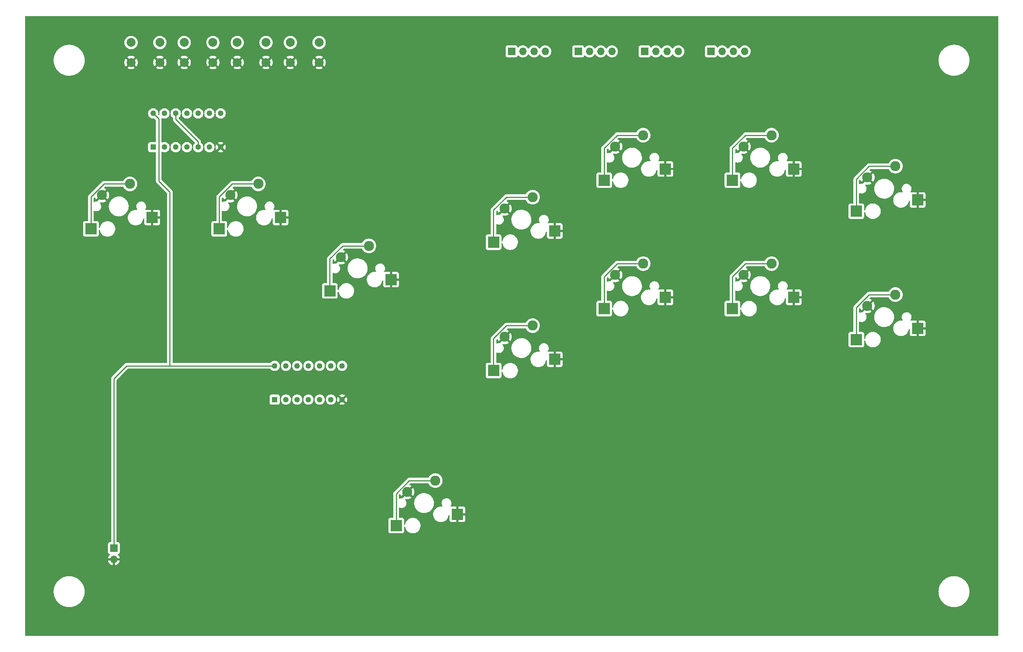
<source format=gbr>
%TF.GenerationSoftware,KiCad,Pcbnew,7.0.2*%
%TF.CreationDate,2023-06-15T03:48:31-07:00*%
%TF.ProjectId,DS5,4453352e-6b69-4636-9164-5f7063625858,rev?*%
%TF.SameCoordinates,Original*%
%TF.FileFunction,Copper,L2,Bot*%
%TF.FilePolarity,Positive*%
%FSLAX46Y46*%
G04 Gerber Fmt 4.6, Leading zero omitted, Abs format (unit mm)*
G04 Created by KiCad (PCBNEW 7.0.2) date 2023-06-15 03:48:31*
%MOMM*%
%LPD*%
G01*
G04 APERTURE LIST*
%TA.AperFunction,ComponentPad*%
%ADD10R,1.295400X1.295400*%
%TD*%
%TA.AperFunction,ComponentPad*%
%ADD11C,1.295400*%
%TD*%
%TA.AperFunction,ComponentPad*%
%ADD12R,1.700000X1.700000*%
%TD*%
%TA.AperFunction,ComponentPad*%
%ADD13O,1.700000X1.700000*%
%TD*%
%TA.AperFunction,SMDPad,CuDef*%
%ADD14R,2.550000X2.500000*%
%TD*%
%TA.AperFunction,ComponentPad*%
%ADD15C,2.286000*%
%TD*%
%TA.AperFunction,ComponentPad*%
%ADD16C,2.000000*%
%TD*%
%TA.AperFunction,Conductor*%
%ADD17C,0.250000*%
%TD*%
G04 APERTURE END LIST*
D10*
%TO.P,Left + Right,1,1A*%
%TO.N,Net-(Neutral1-1A)*%
X49000000Y-49620000D03*
D11*
%TO.P,Left + Right,2,1B*%
X51540000Y-49620000D03*
%TO.P,Left + Right,3,1Y*%
%TO.N,Net-(Neutral1-1Y)*%
X54080000Y-49620000D03*
%TO.P,Left + Right,4,2A*%
X56620000Y-49620000D03*
%TO.P,Left + Right,5,2B*%
%TO.N,Net-(Neutral1-2B)*%
X59160000Y-49620000D03*
%TO.P,Left + Right,6,2Y*%
%TO.N,/Left*%
X61700000Y-49620000D03*
%TO.P,Left + Right,7,GND*%
%TO.N,GND*%
X64240000Y-49620000D03*
%TO.P,Left + Right,8,3Y*%
%TO.N,/Right*%
X64240000Y-42000000D03*
%TO.P,Left + Right,9,3A*%
%TO.N,Net-(Neutral1-1A)*%
X61700000Y-42000000D03*
%TO.P,Left + Right,10,3B*%
%TO.N,Net-(Neutral1-3B)*%
X59160000Y-42000000D03*
%TO.P,Left + Right,11,4Y*%
X56620000Y-42000000D03*
%TO.P,Left + Right,12,4A*%
%TO.N,Net-(Neutral1-2B)*%
X54080000Y-42000000D03*
%TO.P,Left + Right,13,4B*%
X51540000Y-42000000D03*
%TO.P,Left + Right,14,VCC*%
%TO.N,/5V*%
X49000000Y-42000000D03*
%TD*%
D12*
%TO.P,BT1,1,+*%
%TO.N,/5V*%
X40100000Y-140160000D03*
D13*
%TO.P,BT1,2,-*%
%TO.N,GND*%
X40100000Y-142700000D03*
%TD*%
D12*
%TO.P,Shoulder,1,Pin_1*%
%TO.N,/R2*%
X175060000Y-28000000D03*
D13*
%TO.P,Shoulder,2,Pin_2*%
%TO.N,/R1*%
X177600000Y-28000000D03*
%TO.P,Shoulder,3,Pin_3*%
%TO.N,/L2*%
X180140000Y-28000000D03*
%TO.P,Shoulder,4,Pin_4*%
%TO.N,/L1*%
X182680000Y-28000000D03*
%TD*%
D14*
%TO.P,Right,2*%
%TO.N,GND*%
X102770000Y-79540000D03*
D15*
X91400000Y-74460000D03*
%TO.P,Right,1*%
%TO.N,Net-(Neutral1-2B)*%
X97750000Y-71920000D03*
D14*
X88920000Y-82080000D03*
%TD*%
%TO.P,L1,1*%
%TO.N,/L1*%
X207920000Y-64080000D03*
D15*
X216750000Y-53920000D03*
%TO.P,L1,2*%
%TO.N,GND*%
X210400000Y-56460000D03*
D14*
X221770000Y-61540000D03*
%TD*%
D12*
%TO.P,DPad1,1,Pin_1*%
%TO.N,/Right*%
X145060000Y-28000000D03*
D13*
%TO.P,DPad1,2,Pin_2*%
%TO.N,/Left*%
X147600000Y-28000000D03*
%TO.P,DPad1,3,Pin_3*%
%TO.N,/Up*%
X150140000Y-28000000D03*
%TO.P,DPad1,4,Pin_4*%
%TO.N,/Down*%
X152680000Y-28000000D03*
%TD*%
D14*
%TO.P,Cross,1*%
%TO.N,/X*%
X125920000Y-100080000D03*
D15*
X134750000Y-89920000D03*
%TO.P,Cross,2*%
%TO.N,GND*%
X128400000Y-92460000D03*
D14*
X139770000Y-97540000D03*
%TD*%
D10*
%TO.P,Up + Down,1,1A*%
%TO.N,Net-(UpPrio1-1A)*%
X76460000Y-106620000D03*
D11*
%TO.P,Up + Down,2,1B*%
X79000000Y-106620000D03*
%TO.P,Up + Down,3,1Y*%
%TO.N,Net-(UpPrio1-1Y)*%
X81540000Y-106620000D03*
%TO.P,Up + Down,4,2A*%
X84080000Y-106620000D03*
%TO.P,Up + Down,5,2B*%
%TO.N,/Up*%
X86620000Y-106620000D03*
%TO.P,Up + Down,6,2Y*%
%TO.N,/Down*%
X89160000Y-106620000D03*
%TO.P,Up + Down,7,GND*%
%TO.N,GND*%
X91700000Y-106620000D03*
%TO.P,Up + Down,8,3Y*%
%TO.N,unconnected-(UpPrio1-3Y-Pad8)*%
X91700000Y-99000000D03*
%TO.P,Up + Down,9,3A*%
%TO.N,unconnected-(UpPrio1-3A-Pad9)*%
X89160000Y-99000000D03*
%TO.P,Up + Down,10,3B*%
%TO.N,unconnected-(UpPrio1-3B-Pad10)*%
X86620000Y-99000000D03*
%TO.P,Up + Down,11,4Y*%
%TO.N,unconnected-(UpPrio1-4Y-Pad11)*%
X84080000Y-99000000D03*
%TO.P,Up + Down,12,4A*%
%TO.N,unconnected-(UpPrio1-4A-Pad12)*%
X81540000Y-99000000D03*
%TO.P,Up + Down,13,4B*%
%TO.N,unconnected-(UpPrio1-4B-Pad13)*%
X79000000Y-99000000D03*
%TO.P,Up + Down,14,VCC*%
%TO.N,/5V*%
X76460000Y-99000000D03*
%TD*%
D16*
%TO.P,Share,1*%
%TO.N,/Share*%
X68000000Y-26000000D03*
X74500000Y-26000000D03*
%TO.P,Share,2*%
%TO.N,GND*%
X68000000Y-30500000D03*
X74500000Y-30500000D03*
%TD*%
D14*
%TO.P,L2,1*%
%TO.N,/L2*%
X207920000Y-93080000D03*
D15*
X216750000Y-82920000D03*
%TO.P,L2,2*%
%TO.N,GND*%
X210400000Y-85460000D03*
D14*
X221770000Y-90540000D03*
%TD*%
%TO.P,Left,1*%
%TO.N,Net-(Neutral1-1A)*%
X34920000Y-68080000D03*
D15*
X43750000Y-57920000D03*
%TO.P,Left,2*%
%TO.N,GND*%
X37400000Y-60460000D03*
D14*
X48770000Y-65540000D03*
%TD*%
%TO.P,R2,1*%
%TO.N,/R2*%
X179920000Y-86080000D03*
D15*
X188750000Y-75920000D03*
%TO.P,R2,2*%
%TO.N,GND*%
X182400000Y-78460000D03*
D14*
X193770000Y-83540000D03*
%TD*%
D16*
%TO.P,Touch,1*%
%TO.N,/Touch*%
X80000000Y-26000000D03*
X86500000Y-26000000D03*
%TO.P,Touch,2*%
%TO.N,GND*%
X80000000Y-30500000D03*
X86500000Y-30500000D03*
%TD*%
D14*
%TO.P,Up,1*%
%TO.N,/Up*%
X103920000Y-135080000D03*
D15*
X112750000Y-124920000D03*
%TO.P,Up,2*%
%TO.N,GND*%
X106400000Y-127460000D03*
D14*
X117770000Y-132540000D03*
%TD*%
%TO.P,R1,1*%
%TO.N,/R1*%
X179920000Y-57080000D03*
D15*
X188750000Y-46920000D03*
%TO.P,R1,2*%
%TO.N,GND*%
X182400000Y-49460000D03*
D14*
X193770000Y-54540000D03*
%TD*%
D16*
%TO.P,Option,1*%
%TO.N,/Option*%
X56000000Y-26000000D03*
X62500000Y-26000000D03*
%TO.P,Option,2*%
%TO.N,GND*%
X56000000Y-30500000D03*
X62500000Y-30500000D03*
%TD*%
D14*
%TO.P,Square,1*%
%TO.N,/\u25A1*%
X125920000Y-71080000D03*
D15*
X134750000Y-60920000D03*
%TO.P,Square,2*%
%TO.N,GND*%
X128400000Y-63460000D03*
D14*
X139770000Y-68540000D03*
%TD*%
D12*
%TO.P,Face,1,Pin_1*%
%TO.N,/\u25A1*%
X160060000Y-28000000D03*
D13*
%TO.P,Face,2,Pin_2*%
%TO.N,/X*%
X162600000Y-28000000D03*
%TO.P,Face,3,Pin_3*%
%TO.N,/O*%
X165140000Y-28000000D03*
%TO.P,Face,4,Pin_4*%
%TO.N,/\u25B3*%
X167680000Y-28000000D03*
%TD*%
D14*
%TO.P,Circle,1*%
%TO.N,/O*%
X150920000Y-86080000D03*
D15*
X159750000Y-75920000D03*
%TO.P,Circle,2*%
%TO.N,GND*%
X153400000Y-78460000D03*
D14*
X164770000Y-83540000D03*
%TD*%
%TO.P,Down,2*%
%TO.N,GND*%
X77770000Y-65540000D03*
D15*
X66400000Y-60460000D03*
%TO.P,Down,1*%
%TO.N,Net-(UpPrio1-1A)*%
X72750000Y-57920000D03*
D14*
X63920000Y-68080000D03*
%TD*%
%TO.P,Triangle,1*%
%TO.N,/\u25B3*%
X150920000Y-57080000D03*
D15*
X159750000Y-46920000D03*
%TO.P,Triangle,2*%
%TO.N,GND*%
X153400000Y-49460000D03*
D14*
X164770000Y-54540000D03*
%TD*%
D16*
%TO.P,Ps,1*%
%TO.N,/PS*%
X44000000Y-26000000D03*
X50500000Y-26000000D03*
%TO.P,Ps,2*%
%TO.N,GND*%
X44000000Y-30500000D03*
X50500000Y-30500000D03*
%TD*%
D12*
%TO.P,Side,1,Pin_1*%
%TO.N,/Touch*%
X130000000Y-28000000D03*
D13*
%TO.P,Side,2,Pin_2*%
%TO.N,/Share*%
X132540000Y-28000000D03*
%TO.P,Side,3,Pin_3*%
%TO.N,/Option*%
X135080000Y-28000000D03*
%TO.P,Side,4,Pin_4*%
%TO.N,/PS*%
X137620000Y-28000000D03*
%TD*%
D17*
%TO.N,/5V*%
X52750000Y-59750000D02*
X52750000Y-99000000D01*
X50250000Y-57250000D02*
X52750000Y-59750000D01*
X50250000Y-43250000D02*
X50250000Y-57250000D01*
X49000000Y-42000000D02*
X50250000Y-43250000D01*
X52750000Y-99000000D02*
X53500000Y-99000000D01*
X52000000Y-99000000D02*
X52750000Y-99000000D01*
X53500000Y-99000000D02*
X76460000Y-99000000D01*
X40100000Y-101900000D02*
X40100000Y-140160000D01*
X43000000Y-99000000D02*
X40100000Y-101900000D01*
X52000000Y-99000000D02*
X43000000Y-99000000D01*
%TO.N,Net-(Neutral1-2B)*%
X59160000Y-48410000D02*
X59160000Y-49620000D01*
X54080000Y-43330000D02*
X59160000Y-48410000D01*
X54080000Y-42000000D02*
X54080000Y-43330000D01*
%TO.N,/Up*%
X103904100Y-127879834D02*
X106863934Y-124920000D01*
X103904100Y-135064100D02*
X103904100Y-127879834D01*
X106863934Y-124920000D02*
X112750000Y-124920000D01*
X103920000Y-135080000D02*
X103904100Y-135064100D01*
%TO.N,Net-(UpPrio1-1A)*%
X66863934Y-57920000D02*
X72750000Y-57920000D01*
X63904100Y-68064100D02*
X63904100Y-60879834D01*
X63920000Y-68080000D02*
X63904100Y-68064100D01*
X63904100Y-60879834D02*
X66863934Y-57920000D01*
%TO.N,Net-(Neutral1-1A)*%
X37863934Y-57920000D02*
X43750000Y-57920000D01*
X34904100Y-60879834D02*
X37863934Y-57920000D01*
X34904100Y-68064100D02*
X34904100Y-60879834D01*
X34920000Y-68080000D02*
X34904100Y-68064100D01*
%TO.N,Net-(Neutral1-2B)*%
X88920000Y-82080000D02*
X88904100Y-82064100D01*
X91830000Y-71920000D02*
X97750000Y-71920000D01*
X88904100Y-74845900D02*
X91830000Y-71920000D01*
X88904100Y-82064100D02*
X88904100Y-74845900D01*
%TO.N,/O*%
X150920000Y-86080000D02*
X150904100Y-86064100D01*
X153863934Y-75920000D02*
X159750000Y-75920000D01*
X150904100Y-86064100D02*
X150904100Y-78879834D01*
X150904100Y-78879834D02*
X153863934Y-75920000D01*
%TO.N,/X*%
X125920000Y-100080000D02*
X125904100Y-100064100D01*
X125904100Y-92879834D02*
X128863934Y-89920000D01*
X125904100Y-100064100D02*
X125904100Y-92879834D01*
X128863934Y-89920000D02*
X134750000Y-89920000D01*
%TO.N,/\u25B3*%
X153863934Y-46920000D02*
X159750000Y-46920000D01*
X150904100Y-57064100D02*
X150904100Y-49879834D01*
X150920000Y-57080000D02*
X150904100Y-57064100D01*
X150904100Y-49879834D02*
X153863934Y-46920000D01*
%TO.N,/\u25A1*%
X128830000Y-60920000D02*
X134750000Y-60920000D01*
X125904100Y-71064100D02*
X125904100Y-63845900D01*
X125904100Y-63845900D02*
X128830000Y-60920000D01*
X125920000Y-71080000D02*
X125904100Y-71064100D01*
%TO.N,/L1*%
X207904100Y-64064100D02*
X207904100Y-56845900D01*
X210830000Y-53920000D02*
X216750000Y-53920000D01*
X207904100Y-56845900D02*
X210830000Y-53920000D01*
X207920000Y-64080000D02*
X207904100Y-64064100D01*
%TO.N,/L2*%
X207920000Y-93080000D02*
X207904100Y-93064100D01*
X210830000Y-82920000D02*
X216750000Y-82920000D01*
X207904100Y-85845900D02*
X210830000Y-82920000D01*
X207904100Y-93064100D02*
X207904100Y-85845900D01*
%TO.N,/R1*%
X179904100Y-57064100D02*
X179904100Y-49879834D01*
X179920000Y-57080000D02*
X179904100Y-57064100D01*
X179904100Y-49879834D02*
X182863934Y-46920000D01*
X182863934Y-46920000D02*
X188750000Y-46920000D01*
%TO.N,/R2*%
X179904100Y-78879834D02*
X182863934Y-75920000D01*
X179904100Y-86064100D02*
X179904100Y-78879834D01*
X179920000Y-86080000D02*
X179904100Y-86064100D01*
X182863934Y-75920000D02*
X188750000Y-75920000D01*
%TD*%
%TA.AperFunction,Conductor*%
%TO.N,GND*%
G36*
X105746670Y-127837200D02*
G01*
X105851269Y-127977701D01*
X105985450Y-128090293D01*
X106077187Y-128136365D01*
X105422184Y-128791367D01*
X105407963Y-128847919D01*
X105356995Y-128895710D01*
X105288280Y-128908360D01*
X105277632Y-128906783D01*
X105235173Y-128898600D01*
X105235171Y-128898600D01*
X105077532Y-128898600D01*
X105074602Y-128898879D01*
X105074576Y-128898881D01*
X104920613Y-128913583D01*
X104718790Y-128972843D01*
X104714397Y-128975107D01*
X104710418Y-128977159D01*
X104641813Y-128990382D01*
X104576948Y-128964414D01*
X104536420Y-128907499D01*
X104529600Y-128866943D01*
X104529600Y-128190285D01*
X104549285Y-128123246D01*
X104565909Y-128102614D01*
X104662307Y-128006216D01*
X104723624Y-127972735D01*
X104793316Y-127977719D01*
X104849250Y-128019590D01*
X104864544Y-128046448D01*
X104931550Y-128208214D01*
X105066674Y-128428716D01*
X105071767Y-128434679D01*
X105723337Y-127783108D01*
X105746670Y-127837200D01*
G37*
%TD.AperFunction*%
%TA.AperFunction,Conductor*%
G36*
X127746670Y-92837200D02*
G01*
X127851269Y-92977701D01*
X127985450Y-93090293D01*
X128077187Y-93136365D01*
X127422184Y-93791367D01*
X127407963Y-93847919D01*
X127356995Y-93895710D01*
X127288280Y-93908360D01*
X127277632Y-93906783D01*
X127235173Y-93898600D01*
X127235171Y-93898600D01*
X127077532Y-93898600D01*
X127074602Y-93898879D01*
X127074576Y-93898881D01*
X126920613Y-93913583D01*
X126718790Y-93972843D01*
X126714397Y-93975107D01*
X126710418Y-93977159D01*
X126641813Y-93990382D01*
X126576948Y-93964414D01*
X126536420Y-93907499D01*
X126529600Y-93866943D01*
X126529600Y-93190285D01*
X126549285Y-93123246D01*
X126565909Y-93102614D01*
X126662307Y-93006216D01*
X126723624Y-92972735D01*
X126793316Y-92977719D01*
X126849250Y-93019590D01*
X126864544Y-93046448D01*
X126931550Y-93208214D01*
X127066674Y-93428716D01*
X127071767Y-93434679D01*
X127723337Y-92783108D01*
X127746670Y-92837200D01*
G37*
%TD.AperFunction*%
%TA.AperFunction,Conductor*%
G36*
X90746670Y-74837200D02*
G01*
X90851269Y-74977701D01*
X90985450Y-75090293D01*
X91077187Y-75136365D01*
X90422184Y-75791367D01*
X90407963Y-75847919D01*
X90356995Y-75895710D01*
X90288280Y-75908360D01*
X90277632Y-75906783D01*
X90235173Y-75898600D01*
X90235171Y-75898600D01*
X90077532Y-75898600D01*
X90074602Y-75898879D01*
X90074576Y-75898881D01*
X89920613Y-75913583D01*
X89718790Y-75972843D01*
X89714397Y-75975107D01*
X89710418Y-75977159D01*
X89641813Y-75990382D01*
X89576948Y-75964414D01*
X89536420Y-75907499D01*
X89529600Y-75866943D01*
X89529600Y-75156351D01*
X89549285Y-75089312D01*
X89565914Y-75068675D01*
X89652366Y-74982223D01*
X89713687Y-74948740D01*
X89783379Y-74953724D01*
X89839312Y-74995596D01*
X89854606Y-75022453D01*
X89931551Y-75208214D01*
X90066674Y-75428716D01*
X90071767Y-75434679D01*
X90723337Y-74783108D01*
X90746670Y-74837200D01*
G37*
%TD.AperFunction*%
%TA.AperFunction,Conductor*%
G36*
X181746670Y-78837200D02*
G01*
X181851269Y-78977701D01*
X181985450Y-79090293D01*
X182077187Y-79136365D01*
X181422184Y-79791367D01*
X181407963Y-79847919D01*
X181356995Y-79895710D01*
X181288280Y-79908360D01*
X181277632Y-79906783D01*
X181235173Y-79898600D01*
X181235171Y-79898600D01*
X181077532Y-79898600D01*
X181074602Y-79898879D01*
X181074576Y-79898881D01*
X180920613Y-79913583D01*
X180718790Y-79972843D01*
X180714397Y-79975107D01*
X180710418Y-79977159D01*
X180641813Y-79990382D01*
X180576948Y-79964414D01*
X180536420Y-79907499D01*
X180529600Y-79866943D01*
X180529600Y-79190285D01*
X180549285Y-79123246D01*
X180565909Y-79102614D01*
X180662307Y-79006216D01*
X180723624Y-78972735D01*
X180793316Y-78977719D01*
X180849250Y-79019590D01*
X180864544Y-79046448D01*
X180931550Y-79208214D01*
X181066674Y-79428716D01*
X181071767Y-79434679D01*
X181723337Y-78783108D01*
X181746670Y-78837200D01*
G37*
%TD.AperFunction*%
%TA.AperFunction,Conductor*%
G36*
X209746670Y-85837200D02*
G01*
X209851269Y-85977701D01*
X209985450Y-86090293D01*
X210077187Y-86136365D01*
X209422184Y-86791367D01*
X209407963Y-86847919D01*
X209356995Y-86895710D01*
X209288280Y-86908360D01*
X209277632Y-86906783D01*
X209235173Y-86898600D01*
X209235171Y-86898600D01*
X209077532Y-86898600D01*
X209074602Y-86898879D01*
X209074576Y-86898881D01*
X208920613Y-86913583D01*
X208718790Y-86972843D01*
X208714397Y-86975107D01*
X208710418Y-86977159D01*
X208641813Y-86990382D01*
X208576948Y-86964414D01*
X208536420Y-86907499D01*
X208529600Y-86866943D01*
X208529600Y-86156351D01*
X208549285Y-86089312D01*
X208565914Y-86068675D01*
X208652366Y-85982223D01*
X208713687Y-85948740D01*
X208783379Y-85953724D01*
X208839312Y-85995596D01*
X208854606Y-86022453D01*
X208931551Y-86208214D01*
X209066674Y-86428716D01*
X209071767Y-86434679D01*
X209723337Y-85783108D01*
X209746670Y-85837200D01*
G37*
%TD.AperFunction*%
%TA.AperFunction,Conductor*%
G36*
X152746670Y-78837200D02*
G01*
X152851269Y-78977701D01*
X152985450Y-79090293D01*
X153077187Y-79136365D01*
X152422184Y-79791367D01*
X152407963Y-79847919D01*
X152356995Y-79895710D01*
X152288280Y-79908360D01*
X152277632Y-79906783D01*
X152235173Y-79898600D01*
X152235171Y-79898600D01*
X152077532Y-79898600D01*
X152074602Y-79898879D01*
X152074576Y-79898881D01*
X151920613Y-79913583D01*
X151718790Y-79972843D01*
X151714397Y-79975107D01*
X151710418Y-79977159D01*
X151641813Y-79990382D01*
X151576948Y-79964414D01*
X151536420Y-79907499D01*
X151529600Y-79866943D01*
X151529600Y-79190285D01*
X151549285Y-79123246D01*
X151565909Y-79102614D01*
X151662307Y-79006216D01*
X151723624Y-78972735D01*
X151793316Y-78977719D01*
X151849250Y-79019590D01*
X151864544Y-79046448D01*
X151931550Y-79208214D01*
X152066674Y-79428716D01*
X152071767Y-79434679D01*
X152723337Y-78783108D01*
X152746670Y-78837200D01*
G37*
%TD.AperFunction*%
%TA.AperFunction,Conductor*%
G36*
X65746670Y-60837200D02*
G01*
X65851269Y-60977701D01*
X65985450Y-61090293D01*
X66077187Y-61136365D01*
X65422184Y-61791367D01*
X65407963Y-61847919D01*
X65356995Y-61895710D01*
X65288280Y-61908360D01*
X65277632Y-61906783D01*
X65235173Y-61898600D01*
X65235171Y-61898600D01*
X65077532Y-61898600D01*
X65074602Y-61898879D01*
X65074576Y-61898881D01*
X64920613Y-61913583D01*
X64718790Y-61972843D01*
X64714397Y-61975107D01*
X64710418Y-61977159D01*
X64641813Y-61990382D01*
X64576948Y-61964414D01*
X64536420Y-61907499D01*
X64529600Y-61866943D01*
X64529600Y-61190285D01*
X64549285Y-61123246D01*
X64565909Y-61102614D01*
X64662307Y-61006216D01*
X64723624Y-60972735D01*
X64793316Y-60977719D01*
X64849250Y-61019590D01*
X64864544Y-61046448D01*
X64931550Y-61208214D01*
X65066674Y-61428716D01*
X65071767Y-61434679D01*
X65723337Y-60783108D01*
X65746670Y-60837200D01*
G37*
%TD.AperFunction*%
%TA.AperFunction,Conductor*%
G36*
X127746670Y-63837200D02*
G01*
X127851269Y-63977701D01*
X127985450Y-64090293D01*
X128077187Y-64136365D01*
X127422184Y-64791367D01*
X127407963Y-64847919D01*
X127356995Y-64895710D01*
X127288280Y-64908360D01*
X127277632Y-64906783D01*
X127235173Y-64898600D01*
X127235171Y-64898600D01*
X127077532Y-64898600D01*
X127074602Y-64898879D01*
X127074576Y-64898881D01*
X126920613Y-64913583D01*
X126718790Y-64972843D01*
X126714397Y-64975107D01*
X126710418Y-64977159D01*
X126641813Y-64990382D01*
X126576948Y-64964414D01*
X126536420Y-64907499D01*
X126529600Y-64866943D01*
X126529600Y-64156351D01*
X126549285Y-64089312D01*
X126565914Y-64068675D01*
X126652366Y-63982223D01*
X126713687Y-63948740D01*
X126783379Y-63953724D01*
X126839312Y-63995596D01*
X126854606Y-64022453D01*
X126931551Y-64208214D01*
X127066674Y-64428716D01*
X127071767Y-64434679D01*
X127723337Y-63783108D01*
X127746670Y-63837200D01*
G37*
%TD.AperFunction*%
%TA.AperFunction,Conductor*%
G36*
X36746670Y-60837200D02*
G01*
X36851269Y-60977701D01*
X36985450Y-61090293D01*
X37077187Y-61136365D01*
X36422184Y-61791367D01*
X36407963Y-61847919D01*
X36356995Y-61895710D01*
X36288280Y-61908360D01*
X36277632Y-61906783D01*
X36235173Y-61898600D01*
X36235171Y-61898600D01*
X36077532Y-61898600D01*
X36074602Y-61898879D01*
X36074576Y-61898881D01*
X35920613Y-61913583D01*
X35718790Y-61972843D01*
X35714397Y-61975107D01*
X35710418Y-61977159D01*
X35641813Y-61990382D01*
X35576948Y-61964414D01*
X35536420Y-61907499D01*
X35529600Y-61866943D01*
X35529600Y-61190285D01*
X35549285Y-61123246D01*
X35565909Y-61102614D01*
X35662307Y-61006216D01*
X35723624Y-60972735D01*
X35793316Y-60977719D01*
X35849250Y-61019590D01*
X35864544Y-61046448D01*
X35931550Y-61208214D01*
X36066674Y-61428716D01*
X36071767Y-61434679D01*
X36723337Y-60783108D01*
X36746670Y-60837200D01*
G37*
%TD.AperFunction*%
%TA.AperFunction,Conductor*%
G36*
X181746670Y-49837200D02*
G01*
X181851269Y-49977701D01*
X181985450Y-50090293D01*
X182077187Y-50136365D01*
X181422184Y-50791367D01*
X181407963Y-50847919D01*
X181356995Y-50895710D01*
X181288280Y-50908360D01*
X181277632Y-50906783D01*
X181235173Y-50898600D01*
X181235171Y-50898600D01*
X181077532Y-50898600D01*
X181074602Y-50898879D01*
X181074576Y-50898881D01*
X180920613Y-50913583D01*
X180718790Y-50972843D01*
X180714397Y-50975107D01*
X180710418Y-50977159D01*
X180641813Y-50990382D01*
X180576948Y-50964414D01*
X180536420Y-50907499D01*
X180529600Y-50866943D01*
X180529600Y-50190285D01*
X180549285Y-50123246D01*
X180565909Y-50102614D01*
X180662307Y-50006216D01*
X180723624Y-49972735D01*
X180793316Y-49977719D01*
X180849250Y-50019590D01*
X180864544Y-50046448D01*
X180931550Y-50208214D01*
X181066674Y-50428716D01*
X181071767Y-50434679D01*
X181723337Y-49783108D01*
X181746670Y-49837200D01*
G37*
%TD.AperFunction*%
%TA.AperFunction,Conductor*%
G36*
X209746670Y-56837200D02*
G01*
X209851269Y-56977701D01*
X209985450Y-57090293D01*
X210077187Y-57136365D01*
X209422184Y-57791367D01*
X209407963Y-57847919D01*
X209356995Y-57895710D01*
X209288280Y-57908360D01*
X209277632Y-57906783D01*
X209235173Y-57898600D01*
X209235171Y-57898600D01*
X209077532Y-57898600D01*
X209074602Y-57898879D01*
X209074576Y-57898881D01*
X208920613Y-57913583D01*
X208718790Y-57972843D01*
X208714397Y-57975107D01*
X208710418Y-57977159D01*
X208641813Y-57990382D01*
X208576948Y-57964414D01*
X208536420Y-57907499D01*
X208529600Y-57866943D01*
X208529600Y-57156351D01*
X208549285Y-57089312D01*
X208565914Y-57068675D01*
X208652366Y-56982223D01*
X208713687Y-56948740D01*
X208783379Y-56953724D01*
X208839312Y-56995596D01*
X208854606Y-57022453D01*
X208931551Y-57208214D01*
X209066674Y-57428716D01*
X209071767Y-57434679D01*
X209723337Y-56783108D01*
X209746670Y-56837200D01*
G37*
%TD.AperFunction*%
%TA.AperFunction,Conductor*%
G36*
X152746670Y-49837200D02*
G01*
X152851269Y-49977701D01*
X152985450Y-50090293D01*
X153077187Y-50136365D01*
X152422184Y-50791367D01*
X152407963Y-50847919D01*
X152356995Y-50895710D01*
X152288280Y-50908360D01*
X152277632Y-50906783D01*
X152235173Y-50898600D01*
X152235171Y-50898600D01*
X152077532Y-50898600D01*
X152074602Y-50898879D01*
X152074576Y-50898881D01*
X151920613Y-50913583D01*
X151718790Y-50972843D01*
X151714397Y-50975107D01*
X151710418Y-50977159D01*
X151641813Y-50990382D01*
X151576948Y-50964414D01*
X151536420Y-50907499D01*
X151529600Y-50866943D01*
X151529600Y-50190285D01*
X151549285Y-50123246D01*
X151565909Y-50102614D01*
X151662307Y-50006216D01*
X151723624Y-49972735D01*
X151793316Y-49977719D01*
X151849250Y-50019590D01*
X151864544Y-50046448D01*
X151931550Y-50208214D01*
X152066674Y-50428716D01*
X152071767Y-50434679D01*
X152723337Y-49783108D01*
X152746670Y-49837200D01*
G37*
%TD.AperFunction*%
%TA.AperFunction,Conductor*%
G36*
X239942539Y-20020185D02*
G01*
X239988294Y-20072989D01*
X239999500Y-20124500D01*
X239999500Y-159875500D01*
X239979815Y-159942539D01*
X239927011Y-159988294D01*
X239875500Y-159999500D01*
X20124500Y-159999500D01*
X20057461Y-159979815D01*
X20011706Y-159927011D01*
X20000500Y-159875500D01*
X20000500Y-150000000D01*
X26494696Y-150000000D01*
X26494866Y-150003243D01*
X26503265Y-150163510D01*
X26502755Y-150165655D01*
X26503619Y-150173737D01*
X26504151Y-150180421D01*
X26504791Y-150192624D01*
X26504961Y-150199118D01*
X26504961Y-150203878D01*
X26505486Y-150205900D01*
X26513728Y-150363165D01*
X26513898Y-150366404D01*
X26514403Y-150369597D01*
X26514405Y-150369609D01*
X26539983Y-150531099D01*
X26539622Y-150533891D01*
X26541892Y-150544389D01*
X26543167Y-150551201D01*
X26545149Y-150563716D01*
X26545971Y-150569920D01*
X26546173Y-150571809D01*
X26546619Y-150572997D01*
X26571295Y-150728794D01*
X26572133Y-150731923D01*
X26572136Y-150731935D01*
X26615241Y-150892803D01*
X26615159Y-150896218D01*
X26619278Y-150908668D01*
X26621326Y-150915516D01*
X26624843Y-150928641D01*
X26625947Y-150933201D01*
X26626201Y-150933707D01*
X26665415Y-151080055D01*
X26665418Y-151080064D01*
X26666258Y-151083199D01*
X26728197Y-151244556D01*
X26728521Y-151248552D01*
X26734853Y-151262507D01*
X26737698Y-151269307D01*
X26743066Y-151283291D01*
X26743295Y-151283933D01*
X26743337Y-151283998D01*
X26796586Y-151422718D01*
X26796589Y-151422726D01*
X26797745Y-151425736D01*
X26799209Y-151428610D01*
X26799213Y-151428618D01*
X26877593Y-151582446D01*
X26878442Y-151586968D01*
X26887266Y-151601943D01*
X26890917Y-151608596D01*
X26964318Y-151752652D01*
X26966089Y-151755379D01*
X27061779Y-151902730D01*
X27063262Y-151907693D01*
X27074756Y-151923165D01*
X27079214Y-151929578D01*
X27140233Y-152023538D01*
X27164149Y-152060366D01*
X27166194Y-152062891D01*
X27278696Y-152201820D01*
X27280910Y-152207131D01*
X27295168Y-152222575D01*
X27300423Y-152228650D01*
X27391906Y-152341623D01*
X27395051Y-152345506D01*
X27397344Y-152347800D01*
X27397345Y-152347800D01*
X27525931Y-152476386D01*
X27528962Y-152481937D01*
X27546019Y-152496862D01*
X27552044Y-152502499D01*
X27654494Y-152604949D01*
X27657012Y-152606988D01*
X27800733Y-152723371D01*
X27804645Y-152729034D01*
X27824418Y-152742923D01*
X27831173Y-152748021D01*
X27939634Y-152835851D01*
X28008334Y-152880465D01*
X28100040Y-152940020D01*
X28104884Y-152945665D01*
X28127258Y-152958058D01*
X28134703Y-152962530D01*
X28247348Y-153035682D01*
X28324303Y-153074893D01*
X28420532Y-153123924D01*
X28426338Y-153129408D01*
X28451087Y-153139853D01*
X28459167Y-153143610D01*
X28574264Y-153202255D01*
X28758627Y-153273025D01*
X28765405Y-153278200D01*
X28792289Y-153286306D01*
X28800909Y-153289255D01*
X28916801Y-153333742D01*
X29110549Y-153385657D01*
X29118289Y-153390374D01*
X29146989Y-153395786D01*
X29156102Y-153397863D01*
X29271206Y-153428705D01*
X29472403Y-153460571D01*
X29481072Y-153464681D01*
X29511239Y-153467096D01*
X29520744Y-153468228D01*
X29633596Y-153486102D01*
X29840136Y-153496926D01*
X29849686Y-153500282D01*
X29880918Y-153499450D01*
X29890697Y-153499575D01*
X30000000Y-153505304D01*
X30209659Y-153494316D01*
X30220005Y-153496774D01*
X30251854Y-153492509D01*
X30261809Y-153491583D01*
X30366404Y-153486102D01*
X30576844Y-153452771D01*
X30587900Y-153454199D01*
X30619940Y-153446372D01*
X30629932Y-153444363D01*
X30728794Y-153428705D01*
X30937630Y-153372747D01*
X30949284Y-153373024D01*
X30981046Y-153361570D01*
X30991011Y-153358443D01*
X31083199Y-153333742D01*
X31287976Y-153255135D01*
X31300089Y-153254153D01*
X31331099Y-153239074D01*
X31340877Y-153234828D01*
X31425736Y-153202255D01*
X31623965Y-153101251D01*
X31636399Y-153098916D01*
X31666215Y-153080260D01*
X31675681Y-153074900D01*
X31752652Y-153035682D01*
X31941878Y-152912797D01*
X31954468Y-152909035D01*
X31982625Y-152886929D01*
X31991642Y-152880480D01*
X32060366Y-152835851D01*
X32238155Y-152691880D01*
X32250731Y-152686635D01*
X32276797Y-152661254D01*
X32285254Y-152653739D01*
X32345506Y-152604949D01*
X32509496Y-152440958D01*
X32521872Y-152434200D01*
X32545441Y-152405773D01*
X32553210Y-152397244D01*
X32604949Y-152345506D01*
X32752885Y-152162819D01*
X32764881Y-152154533D01*
X32785570Y-152123345D01*
X32792536Y-152113855D01*
X32833806Y-152062891D01*
X32835851Y-152060366D01*
X32965593Y-151860578D01*
X32977010Y-151850781D01*
X32994481Y-151817159D01*
X33000506Y-151806817D01*
X33035682Y-151752652D01*
X33145268Y-151537577D01*
X33155918Y-151526300D01*
X33169870Y-151490619D01*
X33174865Y-151479491D01*
X33202255Y-151425736D01*
X33289888Y-151197440D01*
X33299580Y-151184748D01*
X33309767Y-151147392D01*
X33313626Y-151135601D01*
X33333742Y-151083199D01*
X33397840Y-150843981D01*
X33406392Y-150829950D01*
X33412612Y-150791348D01*
X33415258Y-150778978D01*
X33427863Y-150731935D01*
X33428705Y-150728794D01*
X33486102Y-150366404D01*
X33505304Y-150000000D01*
X226494696Y-150000000D01*
X226494866Y-150003243D01*
X226503265Y-150163510D01*
X226502755Y-150165655D01*
X226503619Y-150173737D01*
X226504151Y-150180421D01*
X226504791Y-150192624D01*
X226504961Y-150199118D01*
X226504961Y-150203878D01*
X226505486Y-150205900D01*
X226513728Y-150363165D01*
X226513898Y-150366404D01*
X226514403Y-150369597D01*
X226514405Y-150369609D01*
X226539983Y-150531099D01*
X226539622Y-150533891D01*
X226541892Y-150544389D01*
X226543167Y-150551201D01*
X226545149Y-150563716D01*
X226545971Y-150569920D01*
X226546173Y-150571809D01*
X226546619Y-150572997D01*
X226571295Y-150728794D01*
X226572133Y-150731923D01*
X226572136Y-150731935D01*
X226615241Y-150892803D01*
X226615159Y-150896218D01*
X226619278Y-150908668D01*
X226621326Y-150915516D01*
X226624843Y-150928641D01*
X226625947Y-150933201D01*
X226626201Y-150933707D01*
X226665415Y-151080055D01*
X226665418Y-151080064D01*
X226666258Y-151083199D01*
X226728197Y-151244556D01*
X226728521Y-151248552D01*
X226734853Y-151262507D01*
X226737698Y-151269307D01*
X226743066Y-151283291D01*
X226743295Y-151283933D01*
X226743337Y-151283998D01*
X226796586Y-151422718D01*
X226796589Y-151422726D01*
X226797745Y-151425736D01*
X226799209Y-151428610D01*
X226799213Y-151428618D01*
X226877593Y-151582446D01*
X226878442Y-151586968D01*
X226887266Y-151601943D01*
X226890917Y-151608596D01*
X226964318Y-151752652D01*
X226966089Y-151755379D01*
X227061779Y-151902730D01*
X227063262Y-151907693D01*
X227074756Y-151923165D01*
X227079214Y-151929578D01*
X227140233Y-152023538D01*
X227164149Y-152060366D01*
X227166194Y-152062891D01*
X227278696Y-152201820D01*
X227280910Y-152207131D01*
X227295168Y-152222575D01*
X227300423Y-152228650D01*
X227391906Y-152341623D01*
X227395051Y-152345506D01*
X227397344Y-152347799D01*
X227397345Y-152347800D01*
X227525931Y-152476386D01*
X227528962Y-152481937D01*
X227546019Y-152496862D01*
X227552045Y-152502500D01*
X227654494Y-152604949D01*
X227657012Y-152606988D01*
X227800733Y-152723371D01*
X227804645Y-152729034D01*
X227824418Y-152742923D01*
X227831173Y-152748021D01*
X227939634Y-152835851D01*
X228008334Y-152880465D01*
X228100040Y-152940020D01*
X228104884Y-152945665D01*
X228127258Y-152958058D01*
X228134703Y-152962530D01*
X228247348Y-153035682D01*
X228324303Y-153074893D01*
X228420532Y-153123924D01*
X228426338Y-153129408D01*
X228451087Y-153139853D01*
X228459167Y-153143610D01*
X228574264Y-153202255D01*
X228758627Y-153273025D01*
X228765405Y-153278200D01*
X228792289Y-153286306D01*
X228800909Y-153289255D01*
X228916801Y-153333742D01*
X229110549Y-153385657D01*
X229118289Y-153390374D01*
X229146989Y-153395786D01*
X229156102Y-153397863D01*
X229271206Y-153428705D01*
X229472403Y-153460571D01*
X229481072Y-153464681D01*
X229511239Y-153467096D01*
X229520744Y-153468228D01*
X229633596Y-153486102D01*
X229840136Y-153496926D01*
X229849686Y-153500282D01*
X229880918Y-153499450D01*
X229890697Y-153499575D01*
X230000000Y-153505304D01*
X230209659Y-153494316D01*
X230220005Y-153496774D01*
X230251854Y-153492509D01*
X230261809Y-153491583D01*
X230366404Y-153486102D01*
X230576844Y-153452771D01*
X230587900Y-153454199D01*
X230619940Y-153446372D01*
X230629932Y-153444363D01*
X230728794Y-153428705D01*
X230937630Y-153372747D01*
X230949284Y-153373024D01*
X230981046Y-153361570D01*
X230991011Y-153358443D01*
X231083199Y-153333742D01*
X231287976Y-153255135D01*
X231300089Y-153254153D01*
X231331099Y-153239074D01*
X231340877Y-153234828D01*
X231425736Y-153202255D01*
X231623965Y-153101251D01*
X231636399Y-153098916D01*
X231666215Y-153080260D01*
X231675681Y-153074900D01*
X231752652Y-153035682D01*
X231941878Y-152912797D01*
X231954468Y-152909035D01*
X231982625Y-152886929D01*
X231991642Y-152880480D01*
X232060366Y-152835851D01*
X232238155Y-152691880D01*
X232250731Y-152686635D01*
X232276797Y-152661254D01*
X232285254Y-152653739D01*
X232345506Y-152604949D01*
X232509496Y-152440958D01*
X232521872Y-152434200D01*
X232545441Y-152405773D01*
X232553210Y-152397244D01*
X232604949Y-152345506D01*
X232752885Y-152162819D01*
X232764881Y-152154533D01*
X232785570Y-152123345D01*
X232792536Y-152113855D01*
X232833806Y-152062891D01*
X232835851Y-152060366D01*
X232965593Y-151860578D01*
X232977010Y-151850781D01*
X232994481Y-151817159D01*
X233000506Y-151806817D01*
X233035682Y-151752652D01*
X233145268Y-151537577D01*
X233155918Y-151526300D01*
X233169870Y-151490619D01*
X233174865Y-151479491D01*
X233202255Y-151425736D01*
X233289888Y-151197440D01*
X233299580Y-151184748D01*
X233309767Y-151147392D01*
X233313626Y-151135601D01*
X233333742Y-151083199D01*
X233397840Y-150843981D01*
X233406392Y-150829950D01*
X233412612Y-150791348D01*
X233415258Y-150778978D01*
X233427863Y-150731935D01*
X233428705Y-150728794D01*
X233486102Y-150366404D01*
X233505304Y-150000000D01*
X233486102Y-149633596D01*
X233428705Y-149271206D01*
X233415259Y-149221025D01*
X233412612Y-149208653D01*
X233407274Y-149175525D01*
X233397843Y-149156028D01*
X233334584Y-148919943D01*
X233334583Y-148919941D01*
X233333742Y-148916801D01*
X233313631Y-148864409D01*
X233309768Y-148852608D01*
X233301000Y-148820458D01*
X233289889Y-148802560D01*
X233256936Y-148716713D01*
X233202255Y-148574264D01*
X233200786Y-148571381D01*
X233200783Y-148571374D01*
X233174872Y-148520522D01*
X233169870Y-148509381D01*
X233157825Y-148478575D01*
X233145268Y-148462421D01*
X233037156Y-148250241D01*
X233035682Y-148247348D01*
X233000522Y-148193206D01*
X232994485Y-148182846D01*
X232979354Y-148153728D01*
X232965593Y-148139420D01*
X232835851Y-147939634D01*
X232833807Y-147937110D01*
X232833797Y-147937096D01*
X232792540Y-147886149D01*
X232785573Y-147876659D01*
X232767602Y-147849569D01*
X232752887Y-147837182D01*
X232606988Y-147657012D01*
X232604949Y-147654494D01*
X232553226Y-147602771D01*
X232545448Y-147594232D01*
X232524916Y-147569466D01*
X232509495Y-147559040D01*
X232347800Y-147397345D01*
X232347799Y-147397344D01*
X232345506Y-147395051D01*
X232285269Y-147346272D01*
X232276798Y-147338746D01*
X232254026Y-147316573D01*
X232238154Y-147308119D01*
X232199265Y-147276627D01*
X232060366Y-147164149D01*
X231991661Y-147119532D01*
X231982625Y-147113070D01*
X231957954Y-147093700D01*
X231941877Y-147087201D01*
X231755379Y-146966089D01*
X231755374Y-146966086D01*
X231752652Y-146964318D01*
X231749764Y-146962846D01*
X231749758Y-146962843D01*
X231675698Y-146925108D01*
X231666221Y-146919742D01*
X231640023Y-146903350D01*
X231623966Y-146898749D01*
X231566646Y-146869543D01*
X231425736Y-146797745D01*
X231422726Y-146796589D01*
X231422718Y-146796586D01*
X231340906Y-146765182D01*
X231331119Y-146760933D01*
X231303780Y-146747639D01*
X231287975Y-146744863D01*
X231086241Y-146667425D01*
X231086228Y-146667421D01*
X231083199Y-146666258D01*
X231080064Y-146665418D01*
X231080055Y-146665415D01*
X230991027Y-146641560D01*
X230981056Y-146638432D01*
X230952987Y-146628310D01*
X230937632Y-146627253D01*
X230731935Y-146572136D01*
X230731923Y-146572133D01*
X230728794Y-146571295D01*
X230725589Y-146570787D01*
X230725578Y-146570785D01*
X230629987Y-146555645D01*
X230619959Y-146553630D01*
X230591556Y-146546691D01*
X230576844Y-146547228D01*
X230369609Y-146514405D01*
X230369597Y-146514403D01*
X230366404Y-146513898D01*
X230363171Y-146513728D01*
X230363166Y-146513728D01*
X230261839Y-146508418D01*
X230251871Y-146507491D01*
X230223565Y-146503700D01*
X230209660Y-146505683D01*
X230003245Y-146494866D01*
X230003244Y-146494866D01*
X230000000Y-146494696D01*
X229996756Y-146494866D01*
X229996755Y-146494866D01*
X229890723Y-146500422D01*
X229880934Y-146500548D01*
X229853103Y-146499807D01*
X229840138Y-146503073D01*
X229636834Y-146513728D01*
X229636828Y-146513728D01*
X229633596Y-146513898D01*
X229630404Y-146514403D01*
X229630390Y-146514405D01*
X229520755Y-146531770D01*
X229511251Y-146532902D01*
X229484302Y-146535059D01*
X229472404Y-146539428D01*
X229274423Y-146570785D01*
X229274414Y-146570786D01*
X229271206Y-146571295D01*
X229268081Y-146572132D01*
X229268059Y-146572137D01*
X229156128Y-146602129D01*
X229147013Y-146604206D01*
X229121301Y-146609054D01*
X229110550Y-146614342D01*
X228919944Y-146665415D01*
X228919929Y-146665419D01*
X228916801Y-146666258D01*
X228913776Y-146667418D01*
X228913758Y-146667425D01*
X228800950Y-146710728D01*
X228792312Y-146713684D01*
X228768164Y-146720965D01*
X228758628Y-146726974D01*
X228577281Y-146796586D01*
X228577266Y-146796592D01*
X228574264Y-146797745D01*
X228571389Y-146799209D01*
X228571373Y-146799217D01*
X228459184Y-146856380D01*
X228451107Y-146860137D01*
X228428818Y-146869543D01*
X228420534Y-146876073D01*
X228250248Y-146962839D01*
X228250227Y-146962850D01*
X228247348Y-146964318D01*
X228244629Y-146966083D01*
X228244625Y-146966086D01*
X228134724Y-147037456D01*
X228127276Y-147041930D01*
X228107082Y-147053116D01*
X228100043Y-147059978D01*
X228048116Y-147093700D01*
X227939634Y-147164149D01*
X227937114Y-147166189D01*
X227937108Y-147166194D01*
X227831185Y-147251969D01*
X227824424Y-147257072D01*
X227806542Y-147269632D01*
X227800734Y-147276627D01*
X227657012Y-147393011D01*
X227657001Y-147393020D01*
X227654494Y-147395051D01*
X227652209Y-147397336D01*
X227552054Y-147497491D01*
X227546030Y-147503127D01*
X227530569Y-147516655D01*
X227525933Y-147523611D01*
X227395051Y-147654494D01*
X227393020Y-147657001D01*
X227393011Y-147657012D01*
X227300424Y-147771348D01*
X227295171Y-147777421D01*
X227282222Y-147791447D01*
X227278697Y-147798177D01*
X227166201Y-147937098D01*
X227166186Y-147937117D01*
X227164149Y-147939634D01*
X227162380Y-147942356D01*
X227162377Y-147942362D01*
X227079224Y-148070407D01*
X227074766Y-148076821D01*
X227064303Y-148090903D01*
X227061781Y-148097266D01*
X226966086Y-148244625D01*
X226964318Y-148247348D01*
X226962850Y-148250227D01*
X226962843Y-148250241D01*
X226890917Y-148391404D01*
X226887266Y-148398058D01*
X226879228Y-148411699D01*
X226877594Y-148417552D01*
X226799213Y-148571381D01*
X226799206Y-148571396D01*
X226797745Y-148574264D01*
X226796589Y-148577273D01*
X226796586Y-148577282D01*
X226743337Y-148716001D01*
X226743302Y-148716046D01*
X226743064Y-148716713D01*
X226737698Y-148730690D01*
X226734857Y-148737480D01*
X226729078Y-148750216D01*
X226728197Y-148755442D01*
X226667425Y-148913758D01*
X226667423Y-148913765D01*
X226666258Y-148916801D01*
X226665419Y-148919929D01*
X226665415Y-148919944D01*
X226626202Y-149066291D01*
X226625982Y-149066651D01*
X226624842Y-149071365D01*
X226621323Y-149084496D01*
X226619276Y-149091338D01*
X226615520Y-149102693D01*
X226615241Y-149107194D01*
X226572137Y-149268059D01*
X226572132Y-149268081D01*
X226571295Y-149271206D01*
X226570786Y-149274418D01*
X226570785Y-149274424D01*
X226546619Y-149427001D01*
X226546208Y-149427866D01*
X226545972Y-149430079D01*
X226545149Y-149436285D01*
X226543168Y-149448794D01*
X226541893Y-149455607D01*
X226539822Y-149465183D01*
X226539983Y-149468899D01*
X226514405Y-149630390D01*
X226514403Y-149630404D01*
X226513898Y-149633596D01*
X226513728Y-149636828D01*
X226513728Y-149636834D01*
X226505486Y-149794098D01*
X226504961Y-149795591D01*
X226504961Y-149800881D01*
X226504791Y-149807376D01*
X226504151Y-149819577D01*
X226503619Y-149826258D01*
X226502833Y-149833607D01*
X226503265Y-149836487D01*
X226494696Y-150000000D01*
X33505304Y-150000000D01*
X33486102Y-149633596D01*
X33428705Y-149271206D01*
X33415259Y-149221025D01*
X33412612Y-149208653D01*
X33407274Y-149175525D01*
X33397843Y-149156028D01*
X33334584Y-148919943D01*
X33334583Y-148919941D01*
X33333742Y-148916801D01*
X33313631Y-148864409D01*
X33309768Y-148852608D01*
X33301000Y-148820458D01*
X33289889Y-148802560D01*
X33256936Y-148716713D01*
X33202255Y-148574264D01*
X33200786Y-148571381D01*
X33200783Y-148571374D01*
X33174872Y-148520522D01*
X33169870Y-148509381D01*
X33157825Y-148478575D01*
X33145268Y-148462421D01*
X33037156Y-148250241D01*
X33035682Y-148247348D01*
X33000522Y-148193206D01*
X32994485Y-148182846D01*
X32979354Y-148153728D01*
X32965593Y-148139420D01*
X32835851Y-147939634D01*
X32833807Y-147937110D01*
X32833797Y-147937096D01*
X32792540Y-147886149D01*
X32785573Y-147876659D01*
X32767602Y-147849569D01*
X32752887Y-147837182D01*
X32606988Y-147657012D01*
X32604949Y-147654494D01*
X32553226Y-147602771D01*
X32545448Y-147594232D01*
X32524916Y-147569466D01*
X32509495Y-147559040D01*
X32347800Y-147397345D01*
X32347799Y-147397344D01*
X32345506Y-147395051D01*
X32285269Y-147346272D01*
X32276798Y-147338746D01*
X32254026Y-147316573D01*
X32238154Y-147308119D01*
X32199265Y-147276627D01*
X32060366Y-147164149D01*
X31991661Y-147119532D01*
X31982625Y-147113070D01*
X31957954Y-147093700D01*
X31941877Y-147087201D01*
X31755379Y-146966089D01*
X31755374Y-146966086D01*
X31752652Y-146964318D01*
X31749764Y-146962846D01*
X31749758Y-146962843D01*
X31675698Y-146925108D01*
X31666221Y-146919742D01*
X31640023Y-146903350D01*
X31623966Y-146898749D01*
X31566646Y-146869543D01*
X31425736Y-146797745D01*
X31422726Y-146796589D01*
X31422718Y-146796586D01*
X31340906Y-146765182D01*
X31331119Y-146760933D01*
X31303780Y-146747639D01*
X31287975Y-146744863D01*
X31086241Y-146667425D01*
X31086228Y-146667421D01*
X31083199Y-146666258D01*
X31080064Y-146665418D01*
X31080055Y-146665415D01*
X30991027Y-146641560D01*
X30981056Y-146638432D01*
X30952987Y-146628310D01*
X30937632Y-146627253D01*
X30731935Y-146572136D01*
X30731923Y-146572133D01*
X30728794Y-146571295D01*
X30725589Y-146570787D01*
X30725578Y-146570785D01*
X30629987Y-146555645D01*
X30619959Y-146553630D01*
X30591556Y-146546691D01*
X30576844Y-146547228D01*
X30369609Y-146514405D01*
X30369597Y-146514403D01*
X30366404Y-146513898D01*
X30363171Y-146513728D01*
X30363166Y-146513728D01*
X30261839Y-146508418D01*
X30251871Y-146507491D01*
X30223565Y-146503700D01*
X30209660Y-146505683D01*
X30003245Y-146494866D01*
X30003244Y-146494866D01*
X30000000Y-146494696D01*
X29996756Y-146494866D01*
X29996755Y-146494866D01*
X29890723Y-146500422D01*
X29880934Y-146500548D01*
X29853103Y-146499807D01*
X29840138Y-146503073D01*
X29636834Y-146513728D01*
X29636828Y-146513728D01*
X29633596Y-146513898D01*
X29630404Y-146514403D01*
X29630390Y-146514405D01*
X29520755Y-146531770D01*
X29511251Y-146532902D01*
X29484302Y-146535059D01*
X29472404Y-146539428D01*
X29274423Y-146570785D01*
X29274414Y-146570786D01*
X29271206Y-146571295D01*
X29268081Y-146572132D01*
X29268059Y-146572137D01*
X29156128Y-146602129D01*
X29147013Y-146604206D01*
X29121301Y-146609054D01*
X29110550Y-146614342D01*
X28919944Y-146665415D01*
X28919929Y-146665419D01*
X28916801Y-146666258D01*
X28913776Y-146667418D01*
X28913758Y-146667425D01*
X28800950Y-146710728D01*
X28792312Y-146713684D01*
X28768164Y-146720965D01*
X28758628Y-146726974D01*
X28577281Y-146796586D01*
X28577266Y-146796592D01*
X28574264Y-146797745D01*
X28571389Y-146799209D01*
X28571373Y-146799217D01*
X28459184Y-146856380D01*
X28451107Y-146860137D01*
X28428818Y-146869543D01*
X28420534Y-146876073D01*
X28250248Y-146962839D01*
X28250227Y-146962850D01*
X28247348Y-146964318D01*
X28244629Y-146966083D01*
X28244625Y-146966086D01*
X28134724Y-147037456D01*
X28127276Y-147041930D01*
X28107082Y-147053116D01*
X28100043Y-147059978D01*
X28048116Y-147093700D01*
X27939634Y-147164149D01*
X27937114Y-147166189D01*
X27937108Y-147166194D01*
X27831185Y-147251969D01*
X27824424Y-147257072D01*
X27806542Y-147269632D01*
X27800734Y-147276627D01*
X27657012Y-147393011D01*
X27657001Y-147393020D01*
X27654494Y-147395051D01*
X27652209Y-147397335D01*
X27652209Y-147397336D01*
X27552054Y-147497491D01*
X27546030Y-147503127D01*
X27530569Y-147516655D01*
X27525932Y-147523612D01*
X27395051Y-147654494D01*
X27393020Y-147657001D01*
X27393011Y-147657012D01*
X27300424Y-147771348D01*
X27295171Y-147777421D01*
X27282222Y-147791447D01*
X27278697Y-147798177D01*
X27166201Y-147937098D01*
X27166186Y-147937117D01*
X27164149Y-147939634D01*
X27162380Y-147942356D01*
X27162377Y-147942362D01*
X27079224Y-148070407D01*
X27074766Y-148076821D01*
X27064303Y-148090903D01*
X27061781Y-148097266D01*
X26966086Y-148244625D01*
X26964318Y-148247348D01*
X26962850Y-148250227D01*
X26962843Y-148250241D01*
X26890917Y-148391404D01*
X26887266Y-148398058D01*
X26879228Y-148411699D01*
X26877594Y-148417552D01*
X26799213Y-148571381D01*
X26799206Y-148571396D01*
X26797745Y-148574264D01*
X26796589Y-148577273D01*
X26796586Y-148577282D01*
X26743337Y-148716001D01*
X26743302Y-148716046D01*
X26743064Y-148716713D01*
X26737698Y-148730690D01*
X26734857Y-148737480D01*
X26729078Y-148750216D01*
X26728197Y-148755442D01*
X26667425Y-148913758D01*
X26667423Y-148913765D01*
X26666258Y-148916801D01*
X26665419Y-148919929D01*
X26665415Y-148919944D01*
X26626202Y-149066291D01*
X26625982Y-149066651D01*
X26624842Y-149071365D01*
X26621323Y-149084496D01*
X26619276Y-149091338D01*
X26615520Y-149102693D01*
X26615241Y-149107194D01*
X26572137Y-149268059D01*
X26572132Y-149268081D01*
X26571295Y-149271206D01*
X26570786Y-149274418D01*
X26570785Y-149274424D01*
X26546619Y-149427001D01*
X26546208Y-149427866D01*
X26545972Y-149430079D01*
X26545149Y-149436285D01*
X26543168Y-149448794D01*
X26541893Y-149455607D01*
X26539822Y-149465183D01*
X26539983Y-149468899D01*
X26514405Y-149630390D01*
X26514403Y-149630404D01*
X26513898Y-149633596D01*
X26513728Y-149636828D01*
X26513728Y-149636834D01*
X26505486Y-149794098D01*
X26504961Y-149795591D01*
X26504961Y-149800881D01*
X26504791Y-149807376D01*
X26504151Y-149819577D01*
X26503619Y-149826258D01*
X26502833Y-149833607D01*
X26503265Y-149836487D01*
X26494696Y-150000000D01*
X20000500Y-150000000D01*
X20000500Y-141054578D01*
X38749500Y-141054578D01*
X38749501Y-141057872D01*
X38755909Y-141117483D01*
X38806204Y-141252331D01*
X38892454Y-141367546D01*
X39007669Y-141453796D01*
X39139598Y-141503002D01*
X39195532Y-141544873D01*
X39219949Y-141610337D01*
X39205097Y-141678610D01*
X39183947Y-141706865D01*
X39061888Y-141828924D01*
X38926400Y-142022421D01*
X38826569Y-142236507D01*
X38769364Y-142449999D01*
X38769364Y-142450000D01*
X39666314Y-142450000D01*
X39640507Y-142490156D01*
X39600000Y-142628111D01*
X39600000Y-142771889D01*
X39640507Y-142909844D01*
X39666314Y-142950000D01*
X38769364Y-142950000D01*
X38826569Y-143163492D01*
X38926399Y-143377576D01*
X39061893Y-143571081D01*
X39228918Y-143738106D01*
X39422423Y-143873600D01*
X39636509Y-143973430D01*
X39850000Y-144030634D01*
X39850000Y-143135501D01*
X39957685Y-143184680D01*
X40064237Y-143200000D01*
X40135763Y-143200000D01*
X40242315Y-143184680D01*
X40350000Y-143135501D01*
X40350000Y-144030633D01*
X40563490Y-143973430D01*
X40777576Y-143873600D01*
X40971081Y-143738106D01*
X41138106Y-143571081D01*
X41273600Y-143377576D01*
X41373430Y-143163492D01*
X41430636Y-142950000D01*
X40533686Y-142950000D01*
X40559493Y-142909844D01*
X40600000Y-142771889D01*
X40600000Y-142628111D01*
X40559493Y-142490156D01*
X40533686Y-142450000D01*
X41430636Y-142450000D01*
X41430635Y-142449999D01*
X41373430Y-142236507D01*
X41273599Y-142022421D01*
X41138109Y-141828921D01*
X41016053Y-141706865D01*
X40982568Y-141645542D01*
X40987552Y-141575850D01*
X41029424Y-141519917D01*
X41060397Y-141503004D01*
X41192331Y-141453796D01*
X41307546Y-141367546D01*
X41393796Y-141252331D01*
X41444091Y-141117483D01*
X41450500Y-141057873D01*
X41450499Y-139262128D01*
X41444091Y-139202517D01*
X41393796Y-139067669D01*
X41307546Y-138952454D01*
X41192331Y-138866204D01*
X41057483Y-138815909D01*
X40997873Y-138809500D01*
X40994551Y-138809500D01*
X40849500Y-138809500D01*
X40782461Y-138789815D01*
X40736706Y-138737011D01*
X40725500Y-138685500D01*
X40725500Y-136374578D01*
X102144500Y-136374578D01*
X102144501Y-136377872D01*
X102150909Y-136437483D01*
X102201204Y-136572331D01*
X102287454Y-136687546D01*
X102402669Y-136773796D01*
X102537517Y-136824091D01*
X102597127Y-136830500D01*
X105242872Y-136830499D01*
X105302483Y-136824091D01*
X105437331Y-136773796D01*
X105552546Y-136687546D01*
X105638796Y-136572331D01*
X105689091Y-136437483D01*
X105695500Y-136377873D01*
X105695499Y-135379695D01*
X105715183Y-135312659D01*
X105767987Y-135266904D01*
X105837146Y-135256960D01*
X105900702Y-135285985D01*
X105938476Y-135344763D01*
X105942114Y-135361216D01*
X105958604Y-135470615D01*
X106035937Y-135721323D01*
X106149772Y-135957704D01*
X106285766Y-136157170D01*
X106297571Y-136174485D01*
X106476015Y-136366801D01*
X106476019Y-136366805D01*
X106681143Y-136530386D01*
X106908357Y-136661568D01*
X107152584Y-136757420D01*
X107408370Y-136815802D01*
X107604506Y-136830500D01*
X107606823Y-136830500D01*
X107733177Y-136830500D01*
X107735494Y-136830500D01*
X107931630Y-136815802D01*
X108187416Y-136757420D01*
X108431643Y-136661568D01*
X108658857Y-136530386D01*
X108863981Y-136366805D01*
X108963273Y-136259792D01*
X109042428Y-136174485D01*
X109042429Y-136174482D01*
X109042433Y-136174479D01*
X109190228Y-135957704D01*
X109304063Y-135721323D01*
X109381396Y-135470615D01*
X109420500Y-135211182D01*
X109420500Y-134948818D01*
X109381396Y-134689385D01*
X109304063Y-134438677D01*
X109190228Y-134202296D01*
X109042433Y-133985521D01*
X109042432Y-133985520D01*
X109042428Y-133985514D01*
X108863984Y-133793198D01*
X108863983Y-133793197D01*
X108863981Y-133793195D01*
X108658857Y-133629614D01*
X108658856Y-133629613D01*
X108431641Y-133498431D01*
X108187418Y-133402580D01*
X107931627Y-133344197D01*
X107737808Y-133329673D01*
X107737797Y-133329672D01*
X107735494Y-133329500D01*
X107604506Y-133329500D01*
X107602203Y-133329672D01*
X107602191Y-133329673D01*
X107408372Y-133344197D01*
X107152581Y-133402580D01*
X106908358Y-133498431D01*
X106681143Y-133629613D01*
X106476015Y-133793198D01*
X106297571Y-133985514D01*
X106149771Y-134202298D01*
X106035937Y-134438677D01*
X105958604Y-134689385D01*
X105942114Y-134798784D01*
X105912657Y-134862141D01*
X105853623Y-134899514D01*
X105783755Y-134899039D01*
X105725235Y-134860865D01*
X105696644Y-134797113D01*
X105695499Y-134780302D01*
X105695499Y-133785439D01*
X105695499Y-133782128D01*
X105689091Y-133722517D01*
X105638796Y-133587669D01*
X105552546Y-133472454D01*
X105437331Y-133386204D01*
X105302483Y-133335909D01*
X105242873Y-133329500D01*
X105239551Y-133329500D01*
X104653600Y-133329500D01*
X104586561Y-133309815D01*
X104540806Y-133257011D01*
X104529600Y-133205500D01*
X104529600Y-132671182D01*
X112269500Y-132671182D01*
X112308604Y-132930615D01*
X112385937Y-133181323D01*
X112499772Y-133417704D01*
X112635766Y-133617170D01*
X112647571Y-133634485D01*
X112794836Y-133793198D01*
X112826019Y-133826805D01*
X113031143Y-133990386D01*
X113258357Y-134121568D01*
X113323636Y-134147188D01*
X113464048Y-134202296D01*
X113502584Y-134217420D01*
X113758370Y-134275802D01*
X113954506Y-134290500D01*
X113956823Y-134290500D01*
X114083177Y-134290500D01*
X114085494Y-134290500D01*
X114281630Y-134275802D01*
X114537416Y-134217420D01*
X114781643Y-134121568D01*
X115008857Y-133990386D01*
X115213981Y-133826805D01*
X115313273Y-133719792D01*
X115392428Y-133634485D01*
X115392429Y-133634482D01*
X115392433Y-133634479D01*
X115540228Y-133417704D01*
X115654063Y-133181323D01*
X115731396Y-132930615D01*
X115748385Y-132817901D01*
X115777842Y-132754546D01*
X115836875Y-132717172D01*
X115906743Y-132717647D01*
X115965263Y-132755821D01*
X115993855Y-132819572D01*
X115995000Y-132836384D01*
X115995000Y-133834518D01*
X115995354Y-133841132D01*
X116001400Y-133897371D01*
X116051647Y-134032089D01*
X116137811Y-134147188D01*
X116252910Y-134233352D01*
X116387628Y-134283599D01*
X116443867Y-134289645D01*
X116450482Y-134290000D01*
X117520000Y-134290000D01*
X117520000Y-132790000D01*
X118020000Y-132790000D01*
X118020000Y-134290000D01*
X119089518Y-134290000D01*
X119096132Y-134289645D01*
X119152371Y-134283599D01*
X119287089Y-134233352D01*
X119402188Y-134147188D01*
X119488352Y-134032089D01*
X119538599Y-133897371D01*
X119544645Y-133841132D01*
X119545000Y-133834518D01*
X119545000Y-132790000D01*
X118020000Y-132790000D01*
X117520000Y-132790000D01*
X117520000Y-130790000D01*
X118020000Y-130790000D01*
X118020000Y-132290000D01*
X119545000Y-132290000D01*
X119545000Y-131245481D01*
X119544645Y-131238867D01*
X119538599Y-131182628D01*
X119488352Y-131047910D01*
X119402188Y-130932811D01*
X119287089Y-130846647D01*
X119152371Y-130796400D01*
X119096132Y-130790354D01*
X119089518Y-130790000D01*
X118020000Y-130790000D01*
X117520000Y-130790000D01*
X116450482Y-130790000D01*
X116443867Y-130790354D01*
X116387624Y-130796401D01*
X116346782Y-130811634D01*
X116277090Y-130816618D01*
X116215768Y-130783132D01*
X116182283Y-130721809D01*
X116187269Y-130652117D01*
X116196059Y-130633458D01*
X116296426Y-130459619D01*
X116365222Y-130260846D01*
X116395157Y-130052645D01*
X116385148Y-129842541D01*
X116335558Y-129638129D01*
X116248179Y-129446795D01*
X116248178Y-129446794D01*
X116248177Y-129446791D01*
X116126170Y-129275458D01*
X116126169Y-129275456D01*
X115973937Y-129130303D01*
X115973934Y-129130301D01*
X115973933Y-129130300D01*
X115796990Y-129016585D01*
X115650634Y-128957992D01*
X115601712Y-128938407D01*
X115601711Y-128938406D01*
X115601709Y-128938406D01*
X115395172Y-128898600D01*
X115395171Y-128898600D01*
X115237532Y-128898600D01*
X115234602Y-128898879D01*
X115234576Y-128898881D01*
X115080613Y-128913583D01*
X114878786Y-128972844D01*
X114691832Y-129069227D01*
X114526491Y-129199252D01*
X114388743Y-129358220D01*
X114283574Y-129540379D01*
X114214777Y-129739154D01*
X114184843Y-129947352D01*
X114184843Y-129947355D01*
X114194852Y-130157459D01*
X114244442Y-130361871D01*
X114317325Y-130521462D01*
X114331822Y-130553207D01*
X114370117Y-130606986D01*
X114392969Y-130673013D01*
X114376496Y-130740913D01*
X114325928Y-130789128D01*
X114259843Y-130802565D01*
X114087808Y-130789673D01*
X114087797Y-130789672D01*
X114085494Y-130789500D01*
X113954506Y-130789500D01*
X113952203Y-130789672D01*
X113952191Y-130789673D01*
X113758372Y-130804197D01*
X113502581Y-130862580D01*
X113258358Y-130958431D01*
X113031143Y-131089613D01*
X112826015Y-131253198D01*
X112647571Y-131445514D01*
X112569095Y-131560618D01*
X112499772Y-131662296D01*
X112385937Y-131898677D01*
X112308604Y-132149385D01*
X112269500Y-132408818D01*
X112269500Y-132671182D01*
X104529600Y-132671182D01*
X104529600Y-131129229D01*
X104549285Y-131062190D01*
X104602089Y-131016435D01*
X104671247Y-131006491D01*
X104699684Y-131014110D01*
X104818288Y-131061593D01*
X104947084Y-131086416D01*
X105024828Y-131101400D01*
X105024829Y-131101400D01*
X105179514Y-131101400D01*
X105182468Y-131101400D01*
X105185419Y-131101118D01*
X105185423Y-131101118D01*
X105241839Y-131095730D01*
X105339389Y-131086416D01*
X105541211Y-131027156D01*
X105728170Y-130930771D01*
X105893510Y-130800747D01*
X106031255Y-130641781D01*
X106136426Y-130459619D01*
X106205222Y-130260846D01*
X106231919Y-130075164D01*
X107961833Y-130075164D01*
X107962247Y-130079285D01*
X107962248Y-130079296D01*
X107980513Y-130260846D01*
X107991911Y-130374145D01*
X107992871Y-130378173D01*
X107992873Y-130378185D01*
X108060607Y-130662409D01*
X108061570Y-130666449D01*
X108063060Y-130670318D01*
X108063062Y-130670324D01*
X108109029Y-130789673D01*
X108169569Y-130946860D01*
X108171553Y-130950481D01*
X108171559Y-130950493D01*
X108254135Y-131101174D01*
X108313979Y-131210375D01*
X108316435Y-131213708D01*
X108316438Y-131213713D01*
X108489762Y-131448950D01*
X108492223Y-131452290D01*
X108701121Y-131668289D01*
X108824026Y-131765346D01*
X108933691Y-131851948D01*
X108933695Y-131851950D01*
X108936946Y-131854518D01*
X109195487Y-132007652D01*
X109199291Y-132009265D01*
X109199295Y-132009267D01*
X109304190Y-132053746D01*
X109472133Y-132124960D01*
X109761946Y-132204348D01*
X110059755Y-132244400D01*
X110063895Y-132244400D01*
X110282951Y-132244400D01*
X110285033Y-132244400D01*
X110509819Y-132229352D01*
X110804287Y-132169499D01*
X111088151Y-132070931D01*
X111356343Y-131935407D01*
X111604080Y-131765346D01*
X111826939Y-131563782D01*
X112020943Y-131334312D01*
X112182631Y-131081032D01*
X112309118Y-130808460D01*
X112398146Y-130521462D01*
X112448126Y-130225158D01*
X112458167Y-129924836D01*
X112428089Y-129625855D01*
X112358430Y-129333551D01*
X112250431Y-129053140D01*
X112236334Y-129027417D01*
X112137967Y-128847919D01*
X112106021Y-128789625D01*
X111927777Y-128547710D01*
X111718879Y-128331711D01*
X111539789Y-128190285D01*
X111486308Y-128148051D01*
X111486301Y-128148046D01*
X111483054Y-128145482D01*
X111479493Y-128143372D01*
X111479486Y-128143368D01*
X111228074Y-127994457D01*
X111228071Y-127994455D01*
X111224513Y-127992348D01*
X111220714Y-127990737D01*
X111220704Y-127990732D01*
X110951676Y-127876655D01*
X110951673Y-127876654D01*
X110947867Y-127875040D01*
X110943880Y-127873948D01*
X110943872Y-127873945D01*
X110662049Y-127796746D01*
X110662044Y-127796745D01*
X110658054Y-127795652D01*
X110653959Y-127795101D01*
X110653953Y-127795100D01*
X110364344Y-127756151D01*
X110364340Y-127756150D01*
X110360245Y-127755600D01*
X110134967Y-127755600D01*
X110132893Y-127755738D01*
X110132888Y-127755739D01*
X109914313Y-127770371D01*
X109914307Y-127770371D01*
X109910181Y-127770648D01*
X109906124Y-127771472D01*
X109906121Y-127771473D01*
X109619781Y-127829674D01*
X109619778Y-127829674D01*
X109615713Y-127830501D01*
X109611799Y-127831860D01*
X109611792Y-127831862D01*
X109335761Y-127927710D01*
X109335753Y-127927713D01*
X109331849Y-127929069D01*
X109328152Y-127930936D01*
X109328150Y-127930938D01*
X109067358Y-128062722D01*
X109067348Y-128062727D01*
X109063657Y-128064593D01*
X109060246Y-128066934D01*
X109060240Y-128066938D01*
X108819337Y-128232307D01*
X108819323Y-128232317D01*
X108815920Y-128234654D01*
X108812855Y-128237425D01*
X108812845Y-128237434D01*
X108596135Y-128433437D01*
X108596129Y-128433442D01*
X108593061Y-128436218D01*
X108590392Y-128439373D01*
X108590386Y-128439381D01*
X108401732Y-128662523D01*
X108401726Y-128662530D01*
X108399057Y-128665688D01*
X108396834Y-128669169D01*
X108396826Y-128669181D01*
X108239595Y-128915480D01*
X108239591Y-128915487D01*
X108237369Y-128918968D01*
X108235629Y-128922717D01*
X108235626Y-128922723D01*
X108112627Y-129187778D01*
X108112623Y-129187787D01*
X108110882Y-129191540D01*
X108109656Y-129195490D01*
X108109654Y-129195497D01*
X108059177Y-129358219D01*
X108021854Y-129478538D01*
X108021165Y-129482616D01*
X108021165Y-129482621D01*
X107977894Y-129739154D01*
X107971874Y-129774842D01*
X107971736Y-129778965D01*
X107971735Y-129778977D01*
X107961971Y-130071016D01*
X107961971Y-130071026D01*
X107961833Y-130075164D01*
X106231919Y-130075164D01*
X106235157Y-130052645D01*
X106225148Y-129842541D01*
X106175558Y-129638129D01*
X106088179Y-129446795D01*
X106088178Y-129446794D01*
X106088177Y-129446791D01*
X105960823Y-129267948D01*
X105937970Y-129201921D01*
X105954443Y-129134021D01*
X106005010Y-129085805D01*
X106073617Y-129072582D01*
X106090778Y-129075447D01*
X106142183Y-129087788D01*
X106399999Y-129108079D01*
X106657818Y-129087788D01*
X106909285Y-129027417D01*
X107148214Y-128928448D01*
X107368716Y-128793325D01*
X107374678Y-128788232D01*
X107374678Y-128788231D01*
X106725399Y-128138952D01*
X106738575Y-128134157D01*
X106884920Y-128037905D01*
X107005123Y-127910497D01*
X107077934Y-127784382D01*
X107728231Y-128434678D01*
X107728232Y-128434678D01*
X107733325Y-128428716D01*
X107868448Y-128208214D01*
X107967417Y-127969285D01*
X108027788Y-127717818D01*
X108048079Y-127459999D01*
X108027788Y-127202181D01*
X107967417Y-126950714D01*
X107868448Y-126711785D01*
X107733325Y-126491284D01*
X107728231Y-126485319D01*
X107076661Y-127136888D01*
X107053330Y-127082800D01*
X106948731Y-126942299D01*
X106814550Y-126829707D01*
X106722811Y-126783634D01*
X107374679Y-126131767D01*
X107368716Y-126126674D01*
X107148214Y-125991551D01*
X106986449Y-125924545D01*
X106932046Y-125880704D01*
X106909981Y-125814409D01*
X106927260Y-125746710D01*
X106946214Y-125722310D01*
X107086708Y-125581816D01*
X107148029Y-125548334D01*
X107174387Y-125545500D01*
X111147325Y-125545500D01*
X111214364Y-125565185D01*
X111260119Y-125617989D01*
X111261886Y-125622047D01*
X111281103Y-125668442D01*
X111416270Y-125889014D01*
X111584275Y-126085724D01*
X111780985Y-126253729D01*
X111780987Y-126253730D01*
X111780988Y-126253731D01*
X112001559Y-126388897D01*
X112178130Y-126462035D01*
X112240559Y-126487895D01*
X112254676Y-126491284D01*
X112492105Y-126548285D01*
X112750000Y-126568582D01*
X113007895Y-126548285D01*
X113259440Y-126487895D01*
X113498441Y-126388897D01*
X113719012Y-126253731D01*
X113915724Y-126085724D01*
X114083731Y-125889012D01*
X114218897Y-125668441D01*
X114317895Y-125429440D01*
X114378285Y-125177895D01*
X114398582Y-124920000D01*
X114378285Y-124662105D01*
X114320601Y-124421830D01*
X114317895Y-124410559D01*
X114283518Y-124327568D01*
X114218897Y-124171559D01*
X114083731Y-123950988D01*
X114083730Y-123950987D01*
X114083729Y-123950985D01*
X113915724Y-123754275D01*
X113719014Y-123586270D01*
X113637811Y-123536508D01*
X113498441Y-123451103D01*
X113410155Y-123414533D01*
X113259440Y-123352104D01*
X113007896Y-123291715D01*
X112878947Y-123281566D01*
X112750000Y-123271418D01*
X112749999Y-123271418D01*
X112492103Y-123291715D01*
X112240559Y-123352104D01*
X112001557Y-123451104D01*
X111780985Y-123586270D01*
X111584275Y-123754275D01*
X111416270Y-123950985D01*
X111281103Y-124171557D01*
X111261886Y-124217953D01*
X111218044Y-124272357D01*
X111151750Y-124294421D01*
X111147325Y-124294500D01*
X106946674Y-124294500D01*
X106926170Y-124292236D01*
X106856078Y-124294439D01*
X106852184Y-124294500D01*
X106824584Y-124294500D01*
X106820723Y-124294987D01*
X106820712Y-124294988D01*
X106820579Y-124295005D01*
X106808963Y-124295918D01*
X106765302Y-124297290D01*
X106746063Y-124302880D01*
X106727014Y-124306825D01*
X106707142Y-124309335D01*
X106666527Y-124325415D01*
X106655483Y-124329196D01*
X106613545Y-124341382D01*
X106596298Y-124351581D01*
X106578834Y-124360136D01*
X106560201Y-124367514D01*
X106524860Y-124393189D01*
X106515102Y-124399599D01*
X106477513Y-124421829D01*
X106463344Y-124435998D01*
X106448556Y-124448628D01*
X106432347Y-124460405D01*
X106404506Y-124494058D01*
X106396645Y-124502696D01*
X103520308Y-127379033D01*
X103504210Y-127391930D01*
X103456196Y-127443059D01*
X103453492Y-127445850D01*
X103436728Y-127462614D01*
X103436721Y-127462621D01*
X103433980Y-127465363D01*
X103431599Y-127468431D01*
X103431590Y-127468442D01*
X103431511Y-127468545D01*
X103423942Y-127477406D01*
X103394035Y-127509254D01*
X103384385Y-127526808D01*
X103373709Y-127543062D01*
X103361426Y-127558897D01*
X103344075Y-127598992D01*
X103338938Y-127609478D01*
X103317902Y-127647741D01*
X103312921Y-127667143D01*
X103306620Y-127685545D01*
X103298661Y-127703936D01*
X103291828Y-127747076D01*
X103289460Y-127758508D01*
X103278600Y-127800811D01*
X103278600Y-127820850D01*
X103277072Y-127840248D01*
X103273940Y-127860030D01*
X103275359Y-127875040D01*
X103278050Y-127903507D01*
X103278600Y-127915177D01*
X103278600Y-133205500D01*
X103258915Y-133272539D01*
X103206111Y-133318294D01*
X103154600Y-133329500D01*
X102600439Y-133329500D01*
X102600420Y-133329500D01*
X102597128Y-133329501D01*
X102593848Y-133329853D01*
X102593840Y-133329854D01*
X102537515Y-133335909D01*
X102402669Y-133386204D01*
X102287454Y-133472454D01*
X102201204Y-133587668D01*
X102150910Y-133722515D01*
X102150909Y-133722517D01*
X102144500Y-133782127D01*
X102144500Y-133785448D01*
X102144500Y-133785449D01*
X102144500Y-136374560D01*
X102144500Y-136374578D01*
X40725500Y-136374578D01*
X40725500Y-107312278D01*
X75311800Y-107312278D01*
X75311801Y-107315572D01*
X75312153Y-107318852D01*
X75312154Y-107318859D01*
X75318209Y-107375184D01*
X75326291Y-107396852D01*
X75368504Y-107510031D01*
X75454754Y-107625246D01*
X75569969Y-107711496D01*
X75704817Y-107761791D01*
X75764427Y-107768200D01*
X77155572Y-107768199D01*
X77215183Y-107761791D01*
X77350031Y-107711496D01*
X77465246Y-107625246D01*
X77551496Y-107510031D01*
X77601791Y-107375183D01*
X77608200Y-107315573D01*
X77608199Y-106726294D01*
X77627883Y-106659257D01*
X77672457Y-106620633D01*
X77787235Y-106620633D01*
X77813402Y-106632583D01*
X77851176Y-106691361D01*
X77855670Y-106714854D01*
X77866515Y-106831887D01*
X77924748Y-107036555D01*
X78019595Y-107227036D01*
X78147835Y-107396852D01*
X78305088Y-107540207D01*
X78305090Y-107540208D01*
X78305091Y-107540209D01*
X78486011Y-107652230D01*
X78684434Y-107729099D01*
X78893604Y-107768200D01*
X78893606Y-107768200D01*
X79106394Y-107768200D01*
X79106396Y-107768200D01*
X79315566Y-107729099D01*
X79513989Y-107652230D01*
X79694909Y-107540209D01*
X79852165Y-107396851D01*
X79980402Y-107227039D01*
X79980402Y-107227037D01*
X79980404Y-107227036D01*
X80075251Y-107036555D01*
X80133485Y-106831887D01*
X80146529Y-106691117D01*
X80172315Y-106626180D01*
X80179383Y-106621116D01*
X80178223Y-106618882D01*
X80360616Y-106618882D01*
X80391693Y-106678750D01*
X80393471Y-106691117D01*
X80406514Y-106831887D01*
X80464748Y-107036555D01*
X80559595Y-107227036D01*
X80687835Y-107396852D01*
X80845088Y-107540207D01*
X80845090Y-107540208D01*
X80845091Y-107540209D01*
X81026011Y-107652230D01*
X81224434Y-107729099D01*
X81433604Y-107768200D01*
X81433606Y-107768200D01*
X81646394Y-107768200D01*
X81646396Y-107768200D01*
X81855566Y-107729099D01*
X82053989Y-107652230D01*
X82234909Y-107540209D01*
X82392165Y-107396851D01*
X82520402Y-107227039D01*
X82520402Y-107227037D01*
X82520404Y-107227036D01*
X82615251Y-107036555D01*
X82673485Y-106831887D01*
X82686529Y-106691117D01*
X82712315Y-106626180D01*
X82719383Y-106621116D01*
X82718223Y-106618882D01*
X82900616Y-106618882D01*
X82931693Y-106678750D01*
X82933471Y-106691117D01*
X82946514Y-106831887D01*
X83004748Y-107036555D01*
X83099595Y-107227036D01*
X83227835Y-107396852D01*
X83385088Y-107540207D01*
X83385090Y-107540208D01*
X83385091Y-107540209D01*
X83566011Y-107652230D01*
X83764434Y-107729099D01*
X83973604Y-107768200D01*
X83973606Y-107768200D01*
X84186394Y-107768200D01*
X84186396Y-107768200D01*
X84395566Y-107729099D01*
X84593989Y-107652230D01*
X84774909Y-107540209D01*
X84932165Y-107396851D01*
X85060402Y-107227039D01*
X85060402Y-107227037D01*
X85060404Y-107227036D01*
X85155251Y-107036555D01*
X85213485Y-106831887D01*
X85226529Y-106691117D01*
X85252315Y-106626180D01*
X85259383Y-106621116D01*
X85258223Y-106618882D01*
X85440616Y-106618882D01*
X85471693Y-106678750D01*
X85473471Y-106691117D01*
X85486514Y-106831887D01*
X85544748Y-107036555D01*
X85639595Y-107227036D01*
X85767835Y-107396852D01*
X85925088Y-107540207D01*
X85925090Y-107540208D01*
X85925091Y-107540209D01*
X86106011Y-107652230D01*
X86304434Y-107729099D01*
X86513604Y-107768200D01*
X86513606Y-107768200D01*
X86726394Y-107768200D01*
X86726396Y-107768200D01*
X86935566Y-107729099D01*
X87133989Y-107652230D01*
X87314909Y-107540209D01*
X87472165Y-107396851D01*
X87600402Y-107227039D01*
X87600402Y-107227037D01*
X87600404Y-107227036D01*
X87695251Y-107036555D01*
X87753485Y-106831887D01*
X87766529Y-106691117D01*
X87792315Y-106626180D01*
X87799383Y-106621116D01*
X87798223Y-106618882D01*
X87980616Y-106618882D01*
X88011693Y-106678750D01*
X88013471Y-106691117D01*
X88026514Y-106831887D01*
X88084748Y-107036555D01*
X88179595Y-107227036D01*
X88307835Y-107396852D01*
X88465088Y-107540207D01*
X88465090Y-107540208D01*
X88465091Y-107540209D01*
X88646011Y-107652230D01*
X88844434Y-107729099D01*
X89053604Y-107768200D01*
X89053606Y-107768200D01*
X89266394Y-107768200D01*
X89266396Y-107768200D01*
X89475566Y-107729099D01*
X89673989Y-107652230D01*
X89854909Y-107540209D01*
X90012165Y-107396851D01*
X90140402Y-107227039D01*
X90140402Y-107227037D01*
X90140404Y-107227036D01*
X90235251Y-107036555D01*
X90293485Y-106831887D01*
X90306506Y-106691361D01*
X90306780Y-106688407D01*
X90332565Y-106623472D01*
X90337239Y-106620123D01*
X90522915Y-106620123D01*
X90551943Y-106676041D01*
X90553721Y-106688409D01*
X90567007Y-106831793D01*
X90625217Y-107036374D01*
X90720022Y-107226770D01*
X90728478Y-107237967D01*
X91307552Y-106658894D01*
X91320901Y-106743177D01*
X91377519Y-106854296D01*
X91465704Y-106942481D01*
X91576823Y-106999099D01*
X91661105Y-107012447D01*
X91084663Y-107588888D01*
X91084663Y-107588889D01*
X91186231Y-107651779D01*
X91384571Y-107728616D01*
X91593652Y-107767700D01*
X91806348Y-107767700D01*
X92015431Y-107728615D01*
X92213765Y-107651779D01*
X92315335Y-107588889D01*
X92315335Y-107588888D01*
X91738895Y-107012447D01*
X91823177Y-106999099D01*
X91934296Y-106942481D01*
X92022481Y-106854296D01*
X92079099Y-106743177D01*
X92092447Y-106658895D01*
X92671520Y-107237968D01*
X92671520Y-107237967D01*
X92679976Y-107226772D01*
X92774782Y-107036374D01*
X92832992Y-106831793D01*
X92852616Y-106619999D01*
X92832992Y-106408206D01*
X92774782Y-106203625D01*
X92679977Y-106013227D01*
X92671520Y-106002030D01*
X92092447Y-106581104D01*
X92079099Y-106496823D01*
X92022481Y-106385704D01*
X91934296Y-106297519D01*
X91823177Y-106240901D01*
X91738895Y-106227552D01*
X92315336Y-105651110D01*
X92213766Y-105588220D01*
X92015428Y-105511383D01*
X91806348Y-105472300D01*
X91593652Y-105472300D01*
X91384566Y-105511384D01*
X91186238Y-105588217D01*
X91084662Y-105651110D01*
X91661105Y-106227552D01*
X91576823Y-106240901D01*
X91465704Y-106297519D01*
X91377519Y-106385704D01*
X91320901Y-106496823D01*
X91307552Y-106581104D01*
X90728478Y-106002031D01*
X90728477Y-106002031D01*
X90720024Y-106013225D01*
X90625217Y-106203625D01*
X90567007Y-106408206D01*
X90553721Y-106551591D01*
X90527935Y-106616528D01*
X90522915Y-106620123D01*
X90337239Y-106620123D01*
X90337584Y-106619876D01*
X90308557Y-106563957D01*
X90306781Y-106551604D01*
X90296915Y-106445141D01*
X90293485Y-106408112D01*
X90235251Y-106203444D01*
X90140404Y-106012963D01*
X90012164Y-105843147D01*
X89854911Y-105699792D01*
X89673989Y-105587770D01*
X89673988Y-105587769D01*
X89475566Y-105510901D01*
X89266396Y-105471800D01*
X89053604Y-105471800D01*
X88844434Y-105510900D01*
X88844434Y-105510901D01*
X88646010Y-105587770D01*
X88465088Y-105699792D01*
X88307835Y-105843147D01*
X88179595Y-106012963D01*
X88084748Y-106203444D01*
X88026514Y-106408112D01*
X88013471Y-106548882D01*
X87987685Y-106613819D01*
X87980616Y-106618882D01*
X87798223Y-106618882D01*
X87768307Y-106561249D01*
X87766529Y-106548882D01*
X87753485Y-106408112D01*
X87695251Y-106203444D01*
X87600404Y-106012963D01*
X87472164Y-105843147D01*
X87314911Y-105699792D01*
X87133989Y-105587770D01*
X87133989Y-105587769D01*
X86935566Y-105510901D01*
X86726396Y-105471800D01*
X86513604Y-105471800D01*
X86304434Y-105510901D01*
X86106010Y-105587770D01*
X85925088Y-105699792D01*
X85767835Y-105843147D01*
X85639595Y-106012963D01*
X85544748Y-106203444D01*
X85486514Y-106408112D01*
X85473471Y-106548882D01*
X85447685Y-106613819D01*
X85440616Y-106618882D01*
X85258223Y-106618882D01*
X85228307Y-106561249D01*
X85226529Y-106548882D01*
X85213485Y-106408112D01*
X85155251Y-106203444D01*
X85060404Y-106012963D01*
X84932164Y-105843147D01*
X84774911Y-105699792D01*
X84593989Y-105587770D01*
X84593989Y-105587769D01*
X84395566Y-105510901D01*
X84186396Y-105471800D01*
X83973604Y-105471800D01*
X83764433Y-105510901D01*
X83764434Y-105510901D01*
X83566010Y-105587770D01*
X83385088Y-105699792D01*
X83227835Y-105843147D01*
X83099595Y-106012963D01*
X83004748Y-106203444D01*
X82946514Y-106408112D01*
X82933471Y-106548882D01*
X82907685Y-106613819D01*
X82900616Y-106618882D01*
X82718223Y-106618882D01*
X82688307Y-106561249D01*
X82686529Y-106548882D01*
X82673485Y-106408112D01*
X82615251Y-106203444D01*
X82520404Y-106012963D01*
X82392164Y-105843147D01*
X82234911Y-105699792D01*
X82053989Y-105587770D01*
X82053988Y-105587770D01*
X81855566Y-105510901D01*
X81646396Y-105471800D01*
X81433604Y-105471800D01*
X81224433Y-105510900D01*
X81224434Y-105510901D01*
X81026010Y-105587770D01*
X80845088Y-105699792D01*
X80687835Y-105843147D01*
X80559595Y-106012963D01*
X80464748Y-106203444D01*
X80406514Y-106408112D01*
X80393471Y-106548882D01*
X80367685Y-106613819D01*
X80360616Y-106618882D01*
X80178223Y-106618882D01*
X80148307Y-106561249D01*
X80146529Y-106548882D01*
X80133485Y-106408112D01*
X80075251Y-106203444D01*
X79980404Y-106012963D01*
X79852164Y-105843147D01*
X79694911Y-105699792D01*
X79513989Y-105587770D01*
X79513988Y-105587769D01*
X79315566Y-105510901D01*
X79106396Y-105471800D01*
X78893604Y-105471800D01*
X78684434Y-105510900D01*
X78684434Y-105510901D01*
X78486010Y-105587770D01*
X78305088Y-105699792D01*
X78147835Y-105843147D01*
X78019595Y-106012963D01*
X77924748Y-106203444D01*
X77866514Y-106408112D01*
X77855670Y-106525146D01*
X77829884Y-106590084D01*
X77787235Y-106620633D01*
X77672457Y-106620633D01*
X77675259Y-106618205D01*
X77642696Y-106599526D01*
X77610506Y-106537513D01*
X77608199Y-106513705D01*
X77608199Y-105927739D01*
X77608199Y-105924428D01*
X77601791Y-105864817D01*
X77551496Y-105729969D01*
X77465246Y-105614754D01*
X77350031Y-105528504D01*
X77215183Y-105478209D01*
X77215183Y-105478208D01*
X77158866Y-105472154D01*
X77158865Y-105472153D01*
X77155573Y-105471800D01*
X77152250Y-105471800D01*
X75767739Y-105471800D01*
X75767720Y-105471800D01*
X75764428Y-105471801D01*
X75761148Y-105472153D01*
X75761140Y-105472154D01*
X75704815Y-105478209D01*
X75569969Y-105528504D01*
X75454754Y-105614754D01*
X75368504Y-105729968D01*
X75318210Y-105864815D01*
X75318209Y-105864817D01*
X75311800Y-105924427D01*
X75311800Y-105927748D01*
X75311800Y-105927749D01*
X75311800Y-107312260D01*
X75311800Y-107312278D01*
X40725500Y-107312278D01*
X40725500Y-102210452D01*
X40745185Y-102143413D01*
X40761819Y-102122771D01*
X41510012Y-101374578D01*
X124144500Y-101374578D01*
X124144501Y-101377872D01*
X124144853Y-101381152D01*
X124144854Y-101381159D01*
X124150909Y-101437483D01*
X124201204Y-101572331D01*
X124287454Y-101687546D01*
X124402669Y-101773796D01*
X124537517Y-101824091D01*
X124597127Y-101830500D01*
X127242872Y-101830499D01*
X127302483Y-101824091D01*
X127437331Y-101773796D01*
X127552546Y-101687546D01*
X127638796Y-101572331D01*
X127689091Y-101437483D01*
X127695500Y-101377873D01*
X127695499Y-100379695D01*
X127715183Y-100312659D01*
X127767987Y-100266904D01*
X127837146Y-100256960D01*
X127900702Y-100285985D01*
X127938476Y-100344763D01*
X127942114Y-100361216D01*
X127958604Y-100470615D01*
X128035937Y-100721323D01*
X128149772Y-100957704D01*
X128285766Y-101157170D01*
X128297571Y-101174485D01*
X128476015Y-101366801D01*
X128476019Y-101366805D01*
X128681143Y-101530386D01*
X128908357Y-101661568D01*
X129152584Y-101757420D01*
X129408370Y-101815802D01*
X129604506Y-101830500D01*
X129606823Y-101830500D01*
X129733177Y-101830500D01*
X129735494Y-101830500D01*
X129931630Y-101815802D01*
X130187416Y-101757420D01*
X130431643Y-101661568D01*
X130658857Y-101530386D01*
X130863981Y-101366805D01*
X130963273Y-101259792D01*
X131042428Y-101174485D01*
X131042429Y-101174482D01*
X131042433Y-101174479D01*
X131190228Y-100957704D01*
X131304063Y-100721323D01*
X131381396Y-100470615D01*
X131420500Y-100211182D01*
X131420500Y-99948818D01*
X131381396Y-99689385D01*
X131304063Y-99438677D01*
X131190228Y-99202296D01*
X131042433Y-98985521D01*
X131042432Y-98985520D01*
X131042428Y-98985514D01*
X130863984Y-98793198D01*
X130863983Y-98793197D01*
X130863981Y-98793195D01*
X130658857Y-98629614D01*
X130658856Y-98629613D01*
X130462068Y-98515998D01*
X130431643Y-98498432D01*
X130431642Y-98498431D01*
X130431641Y-98498431D01*
X130187418Y-98402580D01*
X129931627Y-98344197D01*
X129737808Y-98329673D01*
X129737797Y-98329672D01*
X129735494Y-98329500D01*
X129604506Y-98329500D01*
X129602203Y-98329672D01*
X129602191Y-98329673D01*
X129408372Y-98344197D01*
X129152581Y-98402580D01*
X128908358Y-98498431D01*
X128681143Y-98629613D01*
X128476015Y-98793198D01*
X128297571Y-98985514D01*
X128149771Y-99202298D01*
X128035937Y-99438677D01*
X127958604Y-99689385D01*
X127942114Y-99798784D01*
X127912657Y-99862141D01*
X127853623Y-99899514D01*
X127783755Y-99899039D01*
X127725235Y-99860865D01*
X127696644Y-99797113D01*
X127695499Y-99780302D01*
X127695499Y-98785439D01*
X127695499Y-98782128D01*
X127689091Y-98722517D01*
X127638796Y-98587669D01*
X127552546Y-98472454D01*
X127437331Y-98386204D01*
X127302483Y-98335909D01*
X127242873Y-98329500D01*
X127239551Y-98329500D01*
X126653600Y-98329500D01*
X126586561Y-98309815D01*
X126540806Y-98257011D01*
X126529600Y-98205500D01*
X126529600Y-97671182D01*
X134269500Y-97671182D01*
X134308604Y-97930615D01*
X134385937Y-98181323D01*
X134499772Y-98417704D01*
X134635766Y-98617170D01*
X134647571Y-98634485D01*
X134794836Y-98793198D01*
X134826019Y-98826805D01*
X135031143Y-98990386D01*
X135258357Y-99121568D01*
X135323636Y-99147188D01*
X135464048Y-99202296D01*
X135502584Y-99217420D01*
X135758370Y-99275802D01*
X135954506Y-99290500D01*
X135956823Y-99290500D01*
X136083177Y-99290500D01*
X136085494Y-99290500D01*
X136281630Y-99275802D01*
X136537416Y-99217420D01*
X136781643Y-99121568D01*
X137008857Y-98990386D01*
X137213981Y-98826805D01*
X137313273Y-98719792D01*
X137392428Y-98634485D01*
X137392429Y-98634482D01*
X137392433Y-98634479D01*
X137540228Y-98417704D01*
X137654063Y-98181323D01*
X137731396Y-97930615D01*
X137748385Y-97817901D01*
X137777842Y-97754546D01*
X137836875Y-97717172D01*
X137906743Y-97717647D01*
X137965263Y-97755821D01*
X137993855Y-97819572D01*
X137995000Y-97836384D01*
X137995000Y-98834518D01*
X137995354Y-98841132D01*
X138001400Y-98897371D01*
X138051647Y-99032089D01*
X138137811Y-99147188D01*
X138252910Y-99233352D01*
X138387628Y-99283599D01*
X138443867Y-99289645D01*
X138450482Y-99290000D01*
X139520000Y-99290000D01*
X139520000Y-97790000D01*
X140020000Y-97790000D01*
X140020000Y-99290000D01*
X141089518Y-99290000D01*
X141096132Y-99289645D01*
X141152371Y-99283599D01*
X141287089Y-99233352D01*
X141402188Y-99147188D01*
X141488352Y-99032089D01*
X141538599Y-98897371D01*
X141544645Y-98841132D01*
X141545000Y-98834518D01*
X141545000Y-97790000D01*
X140020000Y-97790000D01*
X139520000Y-97790000D01*
X139520000Y-95790000D01*
X140020000Y-95790000D01*
X140020000Y-97290000D01*
X141545000Y-97290000D01*
X141545000Y-96245481D01*
X141544645Y-96238867D01*
X141538599Y-96182628D01*
X141488352Y-96047910D01*
X141402188Y-95932811D01*
X141287089Y-95846647D01*
X141152371Y-95796400D01*
X141096132Y-95790354D01*
X141089518Y-95790000D01*
X140020000Y-95790000D01*
X139520000Y-95790000D01*
X138450482Y-95790000D01*
X138443867Y-95790354D01*
X138387624Y-95796401D01*
X138346782Y-95811634D01*
X138277090Y-95816618D01*
X138215768Y-95783132D01*
X138182283Y-95721809D01*
X138187269Y-95652117D01*
X138196059Y-95633458D01*
X138296426Y-95459619D01*
X138365222Y-95260846D01*
X138395157Y-95052645D01*
X138385148Y-94842541D01*
X138335558Y-94638129D01*
X138248179Y-94446795D01*
X138248178Y-94446794D01*
X138248177Y-94446791D01*
X138196754Y-94374578D01*
X206144500Y-94374578D01*
X206144501Y-94377872D01*
X206144853Y-94381152D01*
X206144854Y-94381159D01*
X206150909Y-94437484D01*
X206167744Y-94482621D01*
X206201204Y-94572331D01*
X206287454Y-94687546D01*
X206402669Y-94773796D01*
X206537517Y-94824091D01*
X206597127Y-94830500D01*
X209242872Y-94830499D01*
X209302483Y-94824091D01*
X209437331Y-94773796D01*
X209552546Y-94687546D01*
X209638796Y-94572331D01*
X209689091Y-94437483D01*
X209695500Y-94377873D01*
X209695499Y-93379695D01*
X209715183Y-93312659D01*
X209767987Y-93266904D01*
X209837146Y-93256960D01*
X209900702Y-93285985D01*
X209938476Y-93344763D01*
X209942114Y-93361216D01*
X209958604Y-93470615D01*
X210035937Y-93721323D01*
X210149772Y-93957704D01*
X210225809Y-94069229D01*
X210297571Y-94174485D01*
X210468052Y-94358219D01*
X210476019Y-94366805D01*
X210681143Y-94530386D01*
X210908357Y-94661568D01*
X211152584Y-94757420D01*
X211408370Y-94815802D01*
X211604506Y-94830500D01*
X211606823Y-94830500D01*
X211733177Y-94830500D01*
X211735494Y-94830500D01*
X211931630Y-94815802D01*
X212187416Y-94757420D01*
X212431643Y-94661568D01*
X212658857Y-94530386D01*
X212863981Y-94366805D01*
X213016971Y-94201921D01*
X213042428Y-94174485D01*
X213042429Y-94174482D01*
X213042433Y-94174479D01*
X213190228Y-93957704D01*
X213304063Y-93721323D01*
X213381396Y-93470615D01*
X213420500Y-93211182D01*
X213420500Y-92948818D01*
X213381396Y-92689385D01*
X213304063Y-92438677D01*
X213190228Y-92202296D01*
X213042433Y-91985521D01*
X213042432Y-91985520D01*
X213042428Y-91985514D01*
X212863984Y-91793198D01*
X212863983Y-91793197D01*
X212863981Y-91793195D01*
X212658857Y-91629614D01*
X212658856Y-91629613D01*
X212431641Y-91498431D01*
X212187418Y-91402580D01*
X211931627Y-91344197D01*
X211737808Y-91329673D01*
X211737797Y-91329672D01*
X211735494Y-91329500D01*
X211604506Y-91329500D01*
X211602203Y-91329672D01*
X211602191Y-91329673D01*
X211408372Y-91344197D01*
X211152581Y-91402580D01*
X210908358Y-91498431D01*
X210681143Y-91629613D01*
X210476015Y-91793198D01*
X210297571Y-91985514D01*
X210197070Y-92132922D01*
X210149851Y-92202181D01*
X210149771Y-92202298D01*
X210035937Y-92438677D01*
X209958604Y-92689385D01*
X209942114Y-92798784D01*
X209912657Y-92862141D01*
X209853623Y-92899514D01*
X209783755Y-92899039D01*
X209725235Y-92860865D01*
X209696644Y-92797113D01*
X209695499Y-92780302D01*
X209695499Y-91785439D01*
X209695499Y-91782128D01*
X209689091Y-91722517D01*
X209638796Y-91587669D01*
X209552546Y-91472454D01*
X209437331Y-91386204D01*
X209302483Y-91335909D01*
X209242873Y-91329500D01*
X209239551Y-91329500D01*
X208653600Y-91329500D01*
X208586561Y-91309815D01*
X208540806Y-91257011D01*
X208529600Y-91205500D01*
X208529600Y-90671182D01*
X216269500Y-90671182D01*
X216308604Y-90930615D01*
X216385937Y-91181323D01*
X216499772Y-91417704D01*
X216635766Y-91617170D01*
X216647571Y-91634485D01*
X216794836Y-91793198D01*
X216826019Y-91826805D01*
X217031143Y-91990386D01*
X217258357Y-92121568D01*
X217323636Y-92147188D01*
X217464048Y-92202296D01*
X217502584Y-92217420D01*
X217758370Y-92275802D01*
X217954506Y-92290500D01*
X217956823Y-92290500D01*
X218083177Y-92290500D01*
X218085494Y-92290500D01*
X218281630Y-92275802D01*
X218537416Y-92217420D01*
X218781643Y-92121568D01*
X219008857Y-91990386D01*
X219213981Y-91826805D01*
X219321710Y-91710700D01*
X219392428Y-91634485D01*
X219392429Y-91634482D01*
X219392433Y-91634479D01*
X219540228Y-91417704D01*
X219654063Y-91181323D01*
X219731396Y-90930615D01*
X219748385Y-90817901D01*
X219777842Y-90754546D01*
X219836875Y-90717172D01*
X219906743Y-90717647D01*
X219965263Y-90755821D01*
X219993855Y-90819572D01*
X219995000Y-90836384D01*
X219995000Y-91834518D01*
X219995354Y-91841132D01*
X220001400Y-91897371D01*
X220051647Y-92032089D01*
X220137811Y-92147188D01*
X220252910Y-92233352D01*
X220387628Y-92283599D01*
X220443867Y-92289645D01*
X220450482Y-92290000D01*
X221520000Y-92290000D01*
X221520000Y-90790000D01*
X222020000Y-90790000D01*
X222020000Y-92290000D01*
X223089518Y-92290000D01*
X223096132Y-92289645D01*
X223152371Y-92283599D01*
X223287089Y-92233352D01*
X223402188Y-92147188D01*
X223488352Y-92032089D01*
X223538599Y-91897371D01*
X223544645Y-91841132D01*
X223545000Y-91834518D01*
X223545000Y-90790000D01*
X222020000Y-90790000D01*
X221520000Y-90790000D01*
X221520000Y-88790000D01*
X222020000Y-88790000D01*
X222020000Y-90290000D01*
X223545000Y-90290000D01*
X223545000Y-89245481D01*
X223544645Y-89238867D01*
X223538599Y-89182628D01*
X223488352Y-89047910D01*
X223402188Y-88932811D01*
X223287089Y-88846647D01*
X223152371Y-88796400D01*
X223096132Y-88790354D01*
X223089518Y-88790000D01*
X222020000Y-88790000D01*
X221520000Y-88790000D01*
X220450482Y-88790000D01*
X220443867Y-88790354D01*
X220387624Y-88796401D01*
X220346782Y-88811634D01*
X220277090Y-88816618D01*
X220215768Y-88783132D01*
X220182283Y-88721809D01*
X220187269Y-88652117D01*
X220196059Y-88633458D01*
X220296426Y-88459619D01*
X220365222Y-88260846D01*
X220395157Y-88052645D01*
X220385148Y-87842541D01*
X220335558Y-87638129D01*
X220248179Y-87446795D01*
X220248178Y-87446794D01*
X220248177Y-87446791D01*
X220126170Y-87275458D01*
X220126169Y-87275456D01*
X219973937Y-87130303D01*
X219973934Y-87130301D01*
X219973933Y-87130300D01*
X219796990Y-87016585D01*
X219649905Y-86957701D01*
X219601712Y-86938407D01*
X219601711Y-86938406D01*
X219601709Y-86938406D01*
X219395172Y-86898600D01*
X219395171Y-86898600D01*
X219237532Y-86898600D01*
X219234602Y-86898879D01*
X219234576Y-86898881D01*
X219080613Y-86913583D01*
X218878786Y-86972844D01*
X218691832Y-87069227D01*
X218526491Y-87199252D01*
X218388743Y-87358220D01*
X218283574Y-87540379D01*
X218214777Y-87739154D01*
X218184843Y-87947352D01*
X218184843Y-87947355D01*
X218194852Y-88157459D01*
X218244442Y-88361871D01*
X218317325Y-88521462D01*
X218331822Y-88553207D01*
X218370117Y-88606986D01*
X218392969Y-88673013D01*
X218376496Y-88740913D01*
X218325928Y-88789128D01*
X218259843Y-88802565D01*
X218087808Y-88789673D01*
X218087797Y-88789672D01*
X218085494Y-88789500D01*
X217954506Y-88789500D01*
X217952203Y-88789672D01*
X217952191Y-88789673D01*
X217758372Y-88804197D01*
X217502581Y-88862580D01*
X217258358Y-88958431D01*
X217031143Y-89089613D01*
X216826015Y-89253198D01*
X216647571Y-89445514D01*
X216569095Y-89560618D01*
X216499772Y-89662296D01*
X216385937Y-89898677D01*
X216308604Y-90149385D01*
X216269500Y-90408818D01*
X216269500Y-90671182D01*
X208529600Y-90671182D01*
X208529600Y-89129229D01*
X208549285Y-89062190D01*
X208602089Y-89016435D01*
X208671247Y-89006491D01*
X208699684Y-89014110D01*
X208818288Y-89061593D01*
X208947084Y-89086416D01*
X209024828Y-89101400D01*
X209024829Y-89101400D01*
X209179514Y-89101400D01*
X209182468Y-89101400D01*
X209185419Y-89101118D01*
X209185423Y-89101118D01*
X209241839Y-89095730D01*
X209339389Y-89086416D01*
X209541211Y-89027156D01*
X209728170Y-88930771D01*
X209893510Y-88800747D01*
X210031255Y-88641781D01*
X210136426Y-88459619D01*
X210205222Y-88260846D01*
X210231919Y-88075164D01*
X211961833Y-88075164D01*
X211962247Y-88079285D01*
X211962248Y-88079296D01*
X211990676Y-88361870D01*
X211991911Y-88374145D01*
X211992871Y-88378173D01*
X211992873Y-88378185D01*
X212060607Y-88662409D01*
X212061570Y-88666449D01*
X212063060Y-88670318D01*
X212063062Y-88670324D01*
X212109029Y-88789673D01*
X212169569Y-88946860D01*
X212171553Y-88950481D01*
X212171559Y-88950493D01*
X212254135Y-89101174D01*
X212313979Y-89210375D01*
X212316435Y-89213708D01*
X212316438Y-89213713D01*
X212489525Y-89448628D01*
X212492223Y-89452290D01*
X212701121Y-89668289D01*
X212824026Y-89765346D01*
X212933691Y-89851948D01*
X212933695Y-89851950D01*
X212936946Y-89854518D01*
X213195487Y-90007652D01*
X213199291Y-90009265D01*
X213199295Y-90009267D01*
X213304190Y-90053746D01*
X213472133Y-90124960D01*
X213761946Y-90204348D01*
X214059755Y-90244400D01*
X214063895Y-90244400D01*
X214282951Y-90244400D01*
X214285033Y-90244400D01*
X214509819Y-90229352D01*
X214804287Y-90169499D01*
X215088151Y-90070931D01*
X215356343Y-89935407D01*
X215604080Y-89765346D01*
X215826939Y-89563782D01*
X216020943Y-89334312D01*
X216182631Y-89081032D01*
X216309118Y-88808460D01*
X216398146Y-88521462D01*
X216448126Y-88225158D01*
X216458167Y-87924836D01*
X216428089Y-87625855D01*
X216358430Y-87333551D01*
X216250431Y-87053140D01*
X216236334Y-87027417D01*
X216137967Y-86847919D01*
X216106021Y-86789625D01*
X215927777Y-86547710D01*
X215718879Y-86331711D01*
X215544577Y-86194066D01*
X215486308Y-86148051D01*
X215486301Y-86148046D01*
X215483054Y-86145482D01*
X215479493Y-86143372D01*
X215479486Y-86143368D01*
X215228074Y-85994457D01*
X215228071Y-85994455D01*
X215224513Y-85992348D01*
X215220714Y-85990737D01*
X215220704Y-85990732D01*
X214951676Y-85876655D01*
X214951673Y-85876654D01*
X214947867Y-85875040D01*
X214943880Y-85873948D01*
X214943872Y-85873945D01*
X214662049Y-85796746D01*
X214662044Y-85796745D01*
X214658054Y-85795652D01*
X214653959Y-85795101D01*
X214653953Y-85795100D01*
X214364344Y-85756151D01*
X214364340Y-85756150D01*
X214360245Y-85755600D01*
X214134967Y-85755600D01*
X214132893Y-85755738D01*
X214132888Y-85755739D01*
X213914313Y-85770371D01*
X213914307Y-85770371D01*
X213910181Y-85770648D01*
X213906124Y-85771472D01*
X213906121Y-85771473D01*
X213619781Y-85829674D01*
X213619778Y-85829674D01*
X213615713Y-85830501D01*
X213611799Y-85831860D01*
X213611792Y-85831862D01*
X213335761Y-85927710D01*
X213335753Y-85927713D01*
X213331849Y-85929069D01*
X213328152Y-85930936D01*
X213328150Y-85930938D01*
X213067358Y-86062722D01*
X213067348Y-86062727D01*
X213063657Y-86064593D01*
X213060246Y-86066934D01*
X213060240Y-86066938D01*
X212819337Y-86232307D01*
X212819323Y-86232317D01*
X212815920Y-86234654D01*
X212812855Y-86237425D01*
X212812845Y-86237434D01*
X212596135Y-86433437D01*
X212596129Y-86433442D01*
X212593061Y-86436218D01*
X212590392Y-86439373D01*
X212590386Y-86439381D01*
X212401732Y-86662523D01*
X212401726Y-86662530D01*
X212399057Y-86665688D01*
X212396834Y-86669169D01*
X212396826Y-86669181D01*
X212239595Y-86915480D01*
X212239591Y-86915487D01*
X212237369Y-86918968D01*
X212235629Y-86922717D01*
X212235626Y-86922723D01*
X212112627Y-87187778D01*
X212112623Y-87187787D01*
X212110882Y-87191540D01*
X212109656Y-87195490D01*
X212109654Y-87195497D01*
X212052061Y-87381159D01*
X212021854Y-87478538D01*
X212021165Y-87482616D01*
X212021165Y-87482621D01*
X211974813Y-87757420D01*
X211971874Y-87774842D01*
X211971736Y-87778965D01*
X211971735Y-87778977D01*
X211961971Y-88071016D01*
X211961971Y-88071026D01*
X211961833Y-88075164D01*
X210231919Y-88075164D01*
X210235157Y-88052645D01*
X210225148Y-87842541D01*
X210175558Y-87638129D01*
X210088179Y-87446795D01*
X210088178Y-87446794D01*
X210088177Y-87446791D01*
X209960823Y-87267948D01*
X209937970Y-87201921D01*
X209954443Y-87134021D01*
X210005010Y-87085805D01*
X210073617Y-87072582D01*
X210090778Y-87075447D01*
X210142183Y-87087788D01*
X210400000Y-87108079D01*
X210657818Y-87087788D01*
X210909285Y-87027417D01*
X211148214Y-86928448D01*
X211368716Y-86793325D01*
X211374678Y-86788232D01*
X211374678Y-86788231D01*
X210725399Y-86138952D01*
X210738575Y-86134157D01*
X210884920Y-86037905D01*
X211005123Y-85910497D01*
X211077935Y-85784382D01*
X211728231Y-86434678D01*
X211728232Y-86434678D01*
X211733325Y-86428716D01*
X211868448Y-86208214D01*
X211967417Y-85969285D01*
X212027788Y-85717818D01*
X212048079Y-85459999D01*
X212027788Y-85202181D01*
X211967417Y-84950714D01*
X211868448Y-84711785D01*
X211733325Y-84491284D01*
X211728231Y-84485320D01*
X211076662Y-85136889D01*
X211053330Y-85082800D01*
X210948731Y-84942299D01*
X210814550Y-84829707D01*
X210722811Y-84783634D01*
X211374679Y-84131767D01*
X211368716Y-84126674D01*
X211148214Y-83991551D01*
X210962454Y-83914606D01*
X210908051Y-83870765D01*
X210885986Y-83804471D01*
X210903265Y-83736771D01*
X210922219Y-83712371D01*
X211052774Y-83581816D01*
X211114095Y-83548334D01*
X211140453Y-83545500D01*
X215147325Y-83545500D01*
X215214364Y-83565185D01*
X215260119Y-83617989D01*
X215261886Y-83622047D01*
X215281103Y-83668442D01*
X215416270Y-83889014D01*
X215584275Y-84085724D01*
X215780985Y-84253729D01*
X215780987Y-84253730D01*
X215780988Y-84253731D01*
X216001559Y-84388897D01*
X216178130Y-84462035D01*
X216240559Y-84487895D01*
X216254676Y-84491284D01*
X216492105Y-84548285D01*
X216750000Y-84568582D01*
X217007895Y-84548285D01*
X217259440Y-84487895D01*
X217498441Y-84388897D01*
X217719012Y-84253731D01*
X217915724Y-84085724D01*
X218083731Y-83889012D01*
X218218897Y-83668441D01*
X218317895Y-83429440D01*
X218378285Y-83177895D01*
X218398582Y-82920000D01*
X218378285Y-82662105D01*
X218320601Y-82421830D01*
X218317895Y-82410559D01*
X218286312Y-82334312D01*
X218218897Y-82171559D01*
X218083731Y-81950988D01*
X218083730Y-81950987D01*
X218083729Y-81950985D01*
X217915724Y-81754275D01*
X217719014Y-81586270D01*
X217637811Y-81536508D01*
X217498441Y-81451103D01*
X217410155Y-81414533D01*
X217259440Y-81352104D01*
X217007896Y-81291715D01*
X216805703Y-81275802D01*
X216750000Y-81271418D01*
X216749999Y-81271418D01*
X216492103Y-81291715D01*
X216240559Y-81352104D01*
X216001557Y-81451104D01*
X215780985Y-81586270D01*
X215584275Y-81754275D01*
X215416270Y-81950985D01*
X215281103Y-82171557D01*
X215261886Y-82217953D01*
X215218044Y-82272357D01*
X215151750Y-82294421D01*
X215147325Y-82294500D01*
X210912740Y-82294500D01*
X210892236Y-82292236D01*
X210822144Y-82294439D01*
X210818250Y-82294500D01*
X210790650Y-82294500D01*
X210786789Y-82294987D01*
X210786778Y-82294988D01*
X210786645Y-82295005D01*
X210775029Y-82295918D01*
X210731368Y-82297290D01*
X210712129Y-82302880D01*
X210693080Y-82306825D01*
X210673208Y-82309335D01*
X210632593Y-82325415D01*
X210621549Y-82329196D01*
X210579611Y-82341382D01*
X210562364Y-82351581D01*
X210544900Y-82360136D01*
X210526267Y-82367514D01*
X210490926Y-82393189D01*
X210481168Y-82399599D01*
X210443579Y-82421829D01*
X210429410Y-82435998D01*
X210414622Y-82448628D01*
X210398413Y-82460405D01*
X210370572Y-82494058D01*
X210362711Y-82502696D01*
X207520308Y-85345099D01*
X207504210Y-85357996D01*
X207456196Y-85409125D01*
X207453492Y-85411916D01*
X207436728Y-85428680D01*
X207436721Y-85428687D01*
X207433980Y-85431429D01*
X207431599Y-85434497D01*
X207431590Y-85434508D01*
X207431511Y-85434611D01*
X207423942Y-85443472D01*
X207394035Y-85475320D01*
X207384385Y-85492874D01*
X207373709Y-85509128D01*
X207361426Y-85524963D01*
X207344075Y-85565058D01*
X207338938Y-85575544D01*
X207317902Y-85613807D01*
X207312921Y-85633209D01*
X207306620Y-85651611D01*
X207298661Y-85670002D01*
X207291828Y-85713143D01*
X207289461Y-85724575D01*
X207278600Y-85766882D01*
X207278599Y-85786920D01*
X207277073Y-85806305D01*
X207273939Y-85826093D01*
X207278050Y-85869573D01*
X207278600Y-85881243D01*
X207278600Y-91205500D01*
X207258915Y-91272539D01*
X207206111Y-91318294D01*
X207154600Y-91329500D01*
X206600439Y-91329500D01*
X206600420Y-91329500D01*
X206597128Y-91329501D01*
X206593848Y-91329853D01*
X206593840Y-91329854D01*
X206537515Y-91335909D01*
X206402669Y-91386204D01*
X206287454Y-91472454D01*
X206201204Y-91587668D01*
X206150910Y-91722515D01*
X206150909Y-91722517D01*
X206144500Y-91782127D01*
X206144500Y-91785448D01*
X206144500Y-91785449D01*
X206144500Y-94374560D01*
X206144500Y-94374578D01*
X138196754Y-94374578D01*
X138126170Y-94275458D01*
X138126169Y-94275456D01*
X137973937Y-94130303D01*
X137973934Y-94130301D01*
X137973933Y-94130300D01*
X137796990Y-94016585D01*
X137649905Y-93957701D01*
X137601712Y-93938407D01*
X137601711Y-93938406D01*
X137601709Y-93938406D01*
X137395172Y-93898600D01*
X137395171Y-93898600D01*
X137237532Y-93898600D01*
X137234602Y-93898879D01*
X137234576Y-93898881D01*
X137080613Y-93913583D01*
X136878786Y-93972844D01*
X136691832Y-94069227D01*
X136526491Y-94199252D01*
X136388743Y-94358220D01*
X136283574Y-94540379D01*
X136214777Y-94739154D01*
X136184843Y-94947352D01*
X136184843Y-94947355D01*
X136194852Y-95157459D01*
X136244442Y-95361871D01*
X136317325Y-95521462D01*
X136331822Y-95553207D01*
X136370117Y-95606986D01*
X136392969Y-95673013D01*
X136376496Y-95740913D01*
X136325928Y-95789128D01*
X136259843Y-95802565D01*
X136087808Y-95789673D01*
X136087797Y-95789672D01*
X136085494Y-95789500D01*
X135954506Y-95789500D01*
X135952203Y-95789672D01*
X135952191Y-95789673D01*
X135758372Y-95804197D01*
X135502581Y-95862580D01*
X135258358Y-95958431D01*
X135031143Y-96089613D01*
X134826015Y-96253198D01*
X134647571Y-96445514D01*
X134569095Y-96560618D01*
X134499772Y-96662296D01*
X134385937Y-96898677D01*
X134308604Y-97149385D01*
X134269500Y-97408818D01*
X134269500Y-97671182D01*
X126529600Y-97671182D01*
X126529600Y-96129229D01*
X126549285Y-96062190D01*
X126602089Y-96016435D01*
X126671247Y-96006491D01*
X126699684Y-96014110D01*
X126818288Y-96061593D01*
X126947084Y-96086416D01*
X127024828Y-96101400D01*
X127024829Y-96101400D01*
X127179514Y-96101400D01*
X127182468Y-96101400D01*
X127185419Y-96101118D01*
X127185423Y-96101118D01*
X127241839Y-96095730D01*
X127339389Y-96086416D01*
X127541211Y-96027156D01*
X127728170Y-95930771D01*
X127893510Y-95800747D01*
X128031255Y-95641781D01*
X128136426Y-95459619D01*
X128205222Y-95260846D01*
X128231919Y-95075164D01*
X129961833Y-95075164D01*
X129962247Y-95079285D01*
X129962248Y-95079296D01*
X129980513Y-95260846D01*
X129991911Y-95374145D01*
X129992871Y-95378173D01*
X129992873Y-95378185D01*
X130060607Y-95662409D01*
X130061570Y-95666449D01*
X130063060Y-95670318D01*
X130063062Y-95670324D01*
X130109029Y-95789673D01*
X130169569Y-95946860D01*
X130171553Y-95950481D01*
X130171559Y-95950493D01*
X130254135Y-96101174D01*
X130313979Y-96210375D01*
X130316435Y-96213708D01*
X130316438Y-96213713D01*
X130489762Y-96448950D01*
X130492223Y-96452290D01*
X130701121Y-96668289D01*
X130824026Y-96765346D01*
X130933691Y-96851948D01*
X130933695Y-96851950D01*
X130936946Y-96854518D01*
X131195487Y-97007652D01*
X131199291Y-97009265D01*
X131199295Y-97009267D01*
X131304190Y-97053746D01*
X131472133Y-97124960D01*
X131761946Y-97204348D01*
X132059755Y-97244400D01*
X132063895Y-97244400D01*
X132282951Y-97244400D01*
X132285033Y-97244400D01*
X132509819Y-97229352D01*
X132804287Y-97169499D01*
X133088151Y-97070931D01*
X133356343Y-96935407D01*
X133604080Y-96765346D01*
X133826939Y-96563782D01*
X134020943Y-96334312D01*
X134182631Y-96081032D01*
X134309118Y-95808460D01*
X134398146Y-95521462D01*
X134448126Y-95225158D01*
X134458167Y-94924836D01*
X134428089Y-94625855D01*
X134358430Y-94333551D01*
X134250431Y-94053140D01*
X134236334Y-94027417D01*
X134137967Y-93847919D01*
X134106021Y-93789625D01*
X133927777Y-93547710D01*
X133718879Y-93331711D01*
X133539789Y-93190285D01*
X133486308Y-93148051D01*
X133486301Y-93148046D01*
X133483054Y-93145482D01*
X133479493Y-93143372D01*
X133479486Y-93143368D01*
X133228074Y-92994457D01*
X133228071Y-92994455D01*
X133224513Y-92992348D01*
X133220714Y-92990737D01*
X133220704Y-92990732D01*
X132951676Y-92876655D01*
X132951673Y-92876654D01*
X132947867Y-92875040D01*
X132943880Y-92873948D01*
X132943872Y-92873945D01*
X132662049Y-92796746D01*
X132662044Y-92796745D01*
X132658054Y-92795652D01*
X132653959Y-92795101D01*
X132653953Y-92795100D01*
X132364344Y-92756151D01*
X132364340Y-92756150D01*
X132360245Y-92755600D01*
X132134967Y-92755600D01*
X132132893Y-92755738D01*
X132132888Y-92755739D01*
X131914313Y-92770371D01*
X131914307Y-92770371D01*
X131910181Y-92770648D01*
X131906124Y-92771472D01*
X131906121Y-92771473D01*
X131619781Y-92829674D01*
X131619778Y-92829674D01*
X131615713Y-92830501D01*
X131611799Y-92831860D01*
X131611792Y-92831862D01*
X131335761Y-92927710D01*
X131335753Y-92927713D01*
X131331849Y-92929069D01*
X131328152Y-92930936D01*
X131328150Y-92930938D01*
X131067358Y-93062722D01*
X131067348Y-93062727D01*
X131063657Y-93064593D01*
X131060246Y-93066934D01*
X131060240Y-93066938D01*
X130819337Y-93232307D01*
X130819323Y-93232317D01*
X130815920Y-93234654D01*
X130812855Y-93237425D01*
X130812845Y-93237434D01*
X130596135Y-93433437D01*
X130596129Y-93433442D01*
X130593061Y-93436218D01*
X130590392Y-93439373D01*
X130590386Y-93439381D01*
X130401732Y-93662523D01*
X130401726Y-93662530D01*
X130399057Y-93665688D01*
X130396834Y-93669169D01*
X130396826Y-93669181D01*
X130239595Y-93915480D01*
X130239591Y-93915487D01*
X130237369Y-93918968D01*
X130235629Y-93922717D01*
X130235626Y-93922723D01*
X130112627Y-94187778D01*
X130112623Y-94187787D01*
X130110882Y-94191540D01*
X130109656Y-94195490D01*
X130109654Y-94195497D01*
X130052061Y-94381159D01*
X130021854Y-94478538D01*
X130021165Y-94482616D01*
X130021165Y-94482621D01*
X129974813Y-94757420D01*
X129971874Y-94774842D01*
X129971736Y-94778965D01*
X129971735Y-94778977D01*
X129961971Y-95071016D01*
X129961971Y-95071026D01*
X129961833Y-95075164D01*
X128231919Y-95075164D01*
X128235157Y-95052645D01*
X128225148Y-94842541D01*
X128175558Y-94638129D01*
X128088179Y-94446795D01*
X128088178Y-94446794D01*
X128088177Y-94446791D01*
X127960823Y-94267948D01*
X127937970Y-94201921D01*
X127954443Y-94134021D01*
X128005010Y-94085805D01*
X128073617Y-94072582D01*
X128090778Y-94075447D01*
X128142183Y-94087788D01*
X128399999Y-94108079D01*
X128657818Y-94087788D01*
X128909285Y-94027417D01*
X129148214Y-93928448D01*
X129368716Y-93793325D01*
X129374678Y-93788232D01*
X129374678Y-93788231D01*
X128725399Y-93138952D01*
X128738575Y-93134157D01*
X128884920Y-93037905D01*
X129005123Y-92910497D01*
X129077934Y-92784382D01*
X129728231Y-93434678D01*
X129728232Y-93434678D01*
X129733325Y-93428716D01*
X129868448Y-93208214D01*
X129967417Y-92969285D01*
X130027788Y-92717818D01*
X130048079Y-92459999D01*
X130027788Y-92202181D01*
X129967417Y-91950714D01*
X129868448Y-91711785D01*
X129733325Y-91491284D01*
X129728231Y-91485320D01*
X129076662Y-92136889D01*
X129053330Y-92082800D01*
X128948731Y-91942299D01*
X128814550Y-91829707D01*
X128722811Y-91783634D01*
X129374679Y-91131767D01*
X129368716Y-91126674D01*
X129148214Y-90991551D01*
X128986449Y-90924545D01*
X128932046Y-90880704D01*
X128909981Y-90814409D01*
X128927260Y-90746710D01*
X128946214Y-90722310D01*
X129086708Y-90581816D01*
X129148029Y-90548334D01*
X129174387Y-90545500D01*
X133147325Y-90545500D01*
X133214364Y-90565185D01*
X133260119Y-90617989D01*
X133261886Y-90622047D01*
X133281103Y-90668442D01*
X133416270Y-90889014D01*
X133584275Y-91085724D01*
X133780985Y-91253729D01*
X133780987Y-91253730D01*
X133780988Y-91253731D01*
X134001559Y-91388897D01*
X134178130Y-91462035D01*
X134240559Y-91487895D01*
X134254676Y-91491284D01*
X134492105Y-91548285D01*
X134750000Y-91568582D01*
X135007895Y-91548285D01*
X135259440Y-91487895D01*
X135498441Y-91388897D01*
X135719012Y-91253731D01*
X135915724Y-91085724D01*
X136083731Y-90889012D01*
X136218897Y-90668441D01*
X136317895Y-90429440D01*
X136378285Y-90177895D01*
X136398582Y-89920000D01*
X136378285Y-89662105D01*
X136320601Y-89421830D01*
X136317895Y-89410559D01*
X136286312Y-89334312D01*
X136218897Y-89171559D01*
X136083731Y-88950988D01*
X136083730Y-88950987D01*
X136083729Y-88950985D01*
X135915724Y-88754275D01*
X135719014Y-88586270D01*
X135637811Y-88536508D01*
X135498441Y-88451103D01*
X135410155Y-88414533D01*
X135259440Y-88352104D01*
X135007896Y-88291715D01*
X134878947Y-88281566D01*
X134750000Y-88271418D01*
X134749999Y-88271418D01*
X134492103Y-88291715D01*
X134240559Y-88352104D01*
X134001557Y-88451104D01*
X133780985Y-88586270D01*
X133584275Y-88754275D01*
X133416270Y-88950985D01*
X133281103Y-89171557D01*
X133261886Y-89217953D01*
X133218044Y-89272357D01*
X133151750Y-89294421D01*
X133147325Y-89294500D01*
X128946674Y-89294500D01*
X128926170Y-89292236D01*
X128856078Y-89294439D01*
X128852184Y-89294500D01*
X128824584Y-89294500D01*
X128820723Y-89294987D01*
X128820712Y-89294988D01*
X128820579Y-89295005D01*
X128808963Y-89295918D01*
X128765302Y-89297290D01*
X128746063Y-89302880D01*
X128727014Y-89306825D01*
X128707142Y-89309335D01*
X128666527Y-89325415D01*
X128655483Y-89329196D01*
X128613545Y-89341382D01*
X128596298Y-89351581D01*
X128578834Y-89360136D01*
X128560201Y-89367514D01*
X128524860Y-89393189D01*
X128515102Y-89399599D01*
X128477513Y-89421829D01*
X128463344Y-89435998D01*
X128448556Y-89448628D01*
X128432347Y-89460405D01*
X128404506Y-89494058D01*
X128396645Y-89502696D01*
X125520308Y-92379033D01*
X125504210Y-92391930D01*
X125456196Y-92443059D01*
X125453492Y-92445850D01*
X125436728Y-92462614D01*
X125436721Y-92462621D01*
X125433980Y-92465363D01*
X125431599Y-92468431D01*
X125431590Y-92468442D01*
X125431511Y-92468545D01*
X125423942Y-92477406D01*
X125394035Y-92509254D01*
X125384385Y-92526808D01*
X125373709Y-92543062D01*
X125361426Y-92558897D01*
X125344075Y-92598992D01*
X125338938Y-92609478D01*
X125317902Y-92647741D01*
X125312921Y-92667143D01*
X125306620Y-92685545D01*
X125298661Y-92703936D01*
X125291828Y-92747076D01*
X125289460Y-92758508D01*
X125278600Y-92800811D01*
X125278600Y-92820850D01*
X125277072Y-92840248D01*
X125273940Y-92860030D01*
X125278050Y-92903507D01*
X125278600Y-92915177D01*
X125278600Y-98205500D01*
X125258915Y-98272539D01*
X125206111Y-98318294D01*
X125154600Y-98329500D01*
X124600439Y-98329500D01*
X124600420Y-98329500D01*
X124597128Y-98329501D01*
X124593848Y-98329853D01*
X124593840Y-98329854D01*
X124537515Y-98335909D01*
X124402669Y-98386204D01*
X124287454Y-98472454D01*
X124201204Y-98587668D01*
X124150910Y-98722515D01*
X124150909Y-98722517D01*
X124144500Y-98782127D01*
X124144500Y-98785448D01*
X124144500Y-98785449D01*
X124144500Y-101374560D01*
X124144500Y-101374578D01*
X41510012Y-101374578D01*
X43222772Y-99661819D01*
X43284095Y-99628334D01*
X43310453Y-99625500D01*
X51920981Y-99625500D01*
X52670981Y-99625500D01*
X52679151Y-99625500D01*
X52702385Y-99627696D01*
X52710412Y-99629227D01*
X52765759Y-99625745D01*
X52773545Y-99625500D01*
X53420981Y-99625500D01*
X75431795Y-99625500D01*
X75498834Y-99645185D01*
X75530749Y-99674773D01*
X75607835Y-99776852D01*
X75765088Y-99920207D01*
X75765090Y-99920208D01*
X75765091Y-99920209D01*
X75946011Y-100032230D01*
X76144434Y-100109099D01*
X76353604Y-100148200D01*
X76353606Y-100148200D01*
X76566394Y-100148200D01*
X76566396Y-100148200D01*
X76775566Y-100109099D01*
X76973989Y-100032230D01*
X77154909Y-99920209D01*
X77289939Y-99797113D01*
X77312164Y-99776852D01*
X77312165Y-99776851D01*
X77440402Y-99607039D01*
X77440402Y-99607037D01*
X77440404Y-99607036D01*
X77535251Y-99416555D01*
X77593485Y-99211887D01*
X77606529Y-99071117D01*
X77632315Y-99006180D01*
X77639383Y-99001116D01*
X77638223Y-98998882D01*
X77820616Y-98998882D01*
X77851693Y-99058750D01*
X77853471Y-99071117D01*
X77866514Y-99211887D01*
X77924748Y-99416555D01*
X78019595Y-99607036D01*
X78147835Y-99776852D01*
X78305088Y-99920207D01*
X78305090Y-99920208D01*
X78305091Y-99920209D01*
X78486011Y-100032230D01*
X78684434Y-100109099D01*
X78893604Y-100148200D01*
X78893606Y-100148200D01*
X79106394Y-100148200D01*
X79106396Y-100148200D01*
X79315566Y-100109099D01*
X79513989Y-100032230D01*
X79694909Y-99920209D01*
X79829939Y-99797113D01*
X79852164Y-99776852D01*
X79852165Y-99776851D01*
X79980402Y-99607039D01*
X79980402Y-99607037D01*
X79980404Y-99607036D01*
X80075251Y-99416555D01*
X80133485Y-99211887D01*
X80146529Y-99071117D01*
X80172315Y-99006180D01*
X80179383Y-99001116D01*
X80178223Y-98998882D01*
X80360616Y-98998882D01*
X80391693Y-99058750D01*
X80393471Y-99071117D01*
X80406514Y-99211887D01*
X80464748Y-99416555D01*
X80559595Y-99607036D01*
X80687835Y-99776852D01*
X80845088Y-99920207D01*
X80845090Y-99920208D01*
X80845091Y-99920209D01*
X81026011Y-100032230D01*
X81224434Y-100109099D01*
X81433604Y-100148200D01*
X81433606Y-100148200D01*
X81646394Y-100148200D01*
X81646396Y-100148200D01*
X81855566Y-100109099D01*
X82053989Y-100032230D01*
X82234909Y-99920209D01*
X82369939Y-99797113D01*
X82392164Y-99776852D01*
X82392165Y-99776851D01*
X82520402Y-99607039D01*
X82520402Y-99607037D01*
X82520404Y-99607036D01*
X82615251Y-99416555D01*
X82673485Y-99211887D01*
X82686529Y-99071117D01*
X82712315Y-99006180D01*
X82719383Y-99001116D01*
X82718223Y-98998882D01*
X82900616Y-98998882D01*
X82931693Y-99058750D01*
X82933471Y-99071117D01*
X82946514Y-99211887D01*
X83004748Y-99416555D01*
X83099595Y-99607036D01*
X83227835Y-99776852D01*
X83385088Y-99920207D01*
X83385090Y-99920208D01*
X83385091Y-99920209D01*
X83566011Y-100032230D01*
X83764434Y-100109099D01*
X83973604Y-100148200D01*
X83973606Y-100148200D01*
X84186394Y-100148200D01*
X84186396Y-100148200D01*
X84395566Y-100109099D01*
X84593989Y-100032230D01*
X84774909Y-99920209D01*
X84909939Y-99797113D01*
X84932164Y-99776852D01*
X84932165Y-99776851D01*
X85060402Y-99607039D01*
X85060402Y-99607037D01*
X85060404Y-99607036D01*
X85155251Y-99416555D01*
X85213485Y-99211887D01*
X85226529Y-99071117D01*
X85252315Y-99006180D01*
X85259383Y-99001116D01*
X85258223Y-98998882D01*
X85440616Y-98998882D01*
X85471693Y-99058750D01*
X85473471Y-99071117D01*
X85486514Y-99211887D01*
X85544748Y-99416555D01*
X85639595Y-99607036D01*
X85767835Y-99776852D01*
X85925088Y-99920207D01*
X85925090Y-99920208D01*
X85925091Y-99920209D01*
X86106011Y-100032230D01*
X86304434Y-100109099D01*
X86513604Y-100148200D01*
X86513606Y-100148200D01*
X86726394Y-100148200D01*
X86726396Y-100148200D01*
X86935566Y-100109099D01*
X87133989Y-100032230D01*
X87314909Y-99920209D01*
X87449939Y-99797113D01*
X87472164Y-99776852D01*
X87472165Y-99776851D01*
X87600402Y-99607039D01*
X87600402Y-99607037D01*
X87600404Y-99607036D01*
X87695251Y-99416555D01*
X87753485Y-99211887D01*
X87766529Y-99071117D01*
X87792315Y-99006180D01*
X87799383Y-99001116D01*
X87798223Y-98998882D01*
X87980616Y-98998882D01*
X88011693Y-99058750D01*
X88013471Y-99071117D01*
X88026514Y-99211887D01*
X88084748Y-99416555D01*
X88179595Y-99607036D01*
X88307835Y-99776852D01*
X88465088Y-99920207D01*
X88465090Y-99920208D01*
X88465091Y-99920209D01*
X88646011Y-100032230D01*
X88844434Y-100109099D01*
X89053604Y-100148200D01*
X89053606Y-100148200D01*
X89266394Y-100148200D01*
X89266396Y-100148200D01*
X89475566Y-100109099D01*
X89673989Y-100032230D01*
X89854909Y-99920209D01*
X89989939Y-99797113D01*
X90012164Y-99776852D01*
X90012165Y-99776851D01*
X90140402Y-99607039D01*
X90140402Y-99607037D01*
X90140404Y-99607036D01*
X90235251Y-99416555D01*
X90293485Y-99211887D01*
X90306529Y-99071117D01*
X90332315Y-99006180D01*
X90339383Y-99001116D01*
X90338223Y-98998882D01*
X90520616Y-98998882D01*
X90551693Y-99058750D01*
X90553471Y-99071117D01*
X90566514Y-99211887D01*
X90624748Y-99416555D01*
X90719595Y-99607036D01*
X90847835Y-99776852D01*
X91005088Y-99920207D01*
X91005090Y-99920208D01*
X91005091Y-99920209D01*
X91186011Y-100032230D01*
X91384434Y-100109099D01*
X91593604Y-100148200D01*
X91593606Y-100148200D01*
X91806394Y-100148200D01*
X91806396Y-100148200D01*
X92015566Y-100109099D01*
X92213989Y-100032230D01*
X92394909Y-99920209D01*
X92529939Y-99797113D01*
X92552164Y-99776852D01*
X92552165Y-99776851D01*
X92680402Y-99607039D01*
X92680402Y-99607037D01*
X92680404Y-99607036D01*
X92775251Y-99416555D01*
X92833485Y-99211887D01*
X92841854Y-99121568D01*
X92853119Y-99000000D01*
X92833485Y-98788115D01*
X92833485Y-98788112D01*
X92775251Y-98583444D01*
X92680404Y-98392963D01*
X92552164Y-98223147D01*
X92394911Y-98079792D01*
X92213989Y-97967770D01*
X92118080Y-97930615D01*
X92015566Y-97890901D01*
X91806396Y-97851800D01*
X91593604Y-97851800D01*
X91384433Y-97890900D01*
X91384434Y-97890901D01*
X91186010Y-97967770D01*
X91005088Y-98079792D01*
X90847835Y-98223147D01*
X90719595Y-98392963D01*
X90624748Y-98583444D01*
X90566514Y-98788112D01*
X90553471Y-98928882D01*
X90527685Y-98993819D01*
X90520616Y-98998882D01*
X90338223Y-98998882D01*
X90308307Y-98941249D01*
X90306529Y-98928882D01*
X90293485Y-98788112D01*
X90235251Y-98583444D01*
X90140404Y-98392963D01*
X90012164Y-98223147D01*
X89854911Y-98079792D01*
X89673989Y-97967770D01*
X89578080Y-97930615D01*
X89475566Y-97890901D01*
X89266396Y-97851800D01*
X89053604Y-97851800D01*
X88844434Y-97890900D01*
X88844434Y-97890901D01*
X88646010Y-97967770D01*
X88465088Y-98079792D01*
X88307835Y-98223147D01*
X88179595Y-98392963D01*
X88084748Y-98583444D01*
X88026514Y-98788112D01*
X88013471Y-98928882D01*
X87987685Y-98993819D01*
X87980616Y-98998882D01*
X87798223Y-98998882D01*
X87768307Y-98941249D01*
X87766529Y-98928882D01*
X87753485Y-98788112D01*
X87695251Y-98583444D01*
X87600404Y-98392963D01*
X87472164Y-98223147D01*
X87314911Y-98079792D01*
X87133989Y-97967770D01*
X87038080Y-97930615D01*
X86935566Y-97890901D01*
X86726396Y-97851800D01*
X86513604Y-97851800D01*
X86304434Y-97890900D01*
X86304434Y-97890901D01*
X86106010Y-97967770D01*
X85925088Y-98079792D01*
X85767835Y-98223147D01*
X85639595Y-98392963D01*
X85544748Y-98583444D01*
X85486514Y-98788112D01*
X85473471Y-98928882D01*
X85447685Y-98993819D01*
X85440616Y-98998882D01*
X85258223Y-98998882D01*
X85228307Y-98941249D01*
X85226529Y-98928882D01*
X85213485Y-98788112D01*
X85155251Y-98583444D01*
X85060404Y-98392963D01*
X84932164Y-98223147D01*
X84774911Y-98079792D01*
X84593989Y-97967770D01*
X84498080Y-97930615D01*
X84395566Y-97890901D01*
X84186396Y-97851800D01*
X83973604Y-97851800D01*
X83764433Y-97890900D01*
X83764434Y-97890901D01*
X83566010Y-97967770D01*
X83385088Y-98079792D01*
X83227835Y-98223147D01*
X83099595Y-98392963D01*
X83004748Y-98583444D01*
X82946514Y-98788112D01*
X82933471Y-98928882D01*
X82907685Y-98993819D01*
X82900616Y-98998882D01*
X82718223Y-98998882D01*
X82688307Y-98941249D01*
X82686529Y-98928882D01*
X82673485Y-98788112D01*
X82615251Y-98583444D01*
X82520404Y-98392963D01*
X82392164Y-98223147D01*
X82234911Y-98079792D01*
X82053989Y-97967770D01*
X81958080Y-97930615D01*
X81855566Y-97890901D01*
X81646396Y-97851800D01*
X81433604Y-97851800D01*
X81224433Y-97890900D01*
X81224434Y-97890901D01*
X81026010Y-97967770D01*
X80845088Y-98079792D01*
X80687835Y-98223147D01*
X80559595Y-98392963D01*
X80464748Y-98583444D01*
X80406514Y-98788112D01*
X80393471Y-98928882D01*
X80367685Y-98993819D01*
X80360616Y-98998882D01*
X80178223Y-98998882D01*
X80148307Y-98941249D01*
X80146529Y-98928882D01*
X80133485Y-98788112D01*
X80075251Y-98583444D01*
X79980404Y-98392963D01*
X79852164Y-98223147D01*
X79694911Y-98079792D01*
X79513989Y-97967770D01*
X79418080Y-97930615D01*
X79315566Y-97890901D01*
X79106396Y-97851800D01*
X78893604Y-97851800D01*
X78684433Y-97890900D01*
X78684434Y-97890901D01*
X78486010Y-97967770D01*
X78305088Y-98079792D01*
X78147835Y-98223147D01*
X78019595Y-98392963D01*
X77924748Y-98583444D01*
X77866514Y-98788112D01*
X77853471Y-98928882D01*
X77827685Y-98993819D01*
X77820616Y-98998882D01*
X77638223Y-98998882D01*
X77608307Y-98941249D01*
X77606529Y-98928882D01*
X77593485Y-98788112D01*
X77535251Y-98583444D01*
X77440404Y-98392963D01*
X77312164Y-98223147D01*
X77154911Y-98079792D01*
X76973989Y-97967770D01*
X76878080Y-97930615D01*
X76775566Y-97890901D01*
X76566396Y-97851800D01*
X76353604Y-97851800D01*
X76144434Y-97890900D01*
X76144434Y-97890901D01*
X75946010Y-97967770D01*
X75765088Y-98079792D01*
X75607835Y-98223147D01*
X75548281Y-98302011D01*
X75536555Y-98317539D01*
X75530749Y-98325227D01*
X75474640Y-98366863D01*
X75431795Y-98374500D01*
X53499500Y-98374500D01*
X53432461Y-98354815D01*
X53386706Y-98302011D01*
X53375500Y-98250500D01*
X53375500Y-87374578D01*
X149144500Y-87374578D01*
X149144501Y-87377872D01*
X149144853Y-87381152D01*
X149144854Y-87381159D01*
X149150909Y-87437484D01*
X149167744Y-87482621D01*
X149201204Y-87572331D01*
X149287454Y-87687546D01*
X149402669Y-87773796D01*
X149537517Y-87824091D01*
X149597127Y-87830500D01*
X152242872Y-87830499D01*
X152302483Y-87824091D01*
X152437331Y-87773796D01*
X152552546Y-87687546D01*
X152638796Y-87572331D01*
X152689091Y-87437483D01*
X152695500Y-87377873D01*
X152695499Y-86379695D01*
X152715183Y-86312659D01*
X152767987Y-86266904D01*
X152837146Y-86256960D01*
X152900702Y-86285985D01*
X152938476Y-86344763D01*
X152942114Y-86361216D01*
X152958604Y-86470615D01*
X153035937Y-86721323D01*
X153149772Y-86957704D01*
X153225809Y-87069229D01*
X153297571Y-87174485D01*
X153468052Y-87358219D01*
X153476019Y-87366805D01*
X153681143Y-87530386D01*
X153908357Y-87661568D01*
X154152584Y-87757420D01*
X154408370Y-87815802D01*
X154604506Y-87830500D01*
X154606823Y-87830500D01*
X154733177Y-87830500D01*
X154735494Y-87830500D01*
X154931630Y-87815802D01*
X155187416Y-87757420D01*
X155431643Y-87661568D01*
X155658857Y-87530386D01*
X155854234Y-87374578D01*
X178144500Y-87374578D01*
X178144501Y-87377872D01*
X178144853Y-87381152D01*
X178144854Y-87381159D01*
X178150909Y-87437484D01*
X178167744Y-87482621D01*
X178201204Y-87572331D01*
X178287454Y-87687546D01*
X178402669Y-87773796D01*
X178537517Y-87824091D01*
X178597127Y-87830500D01*
X181242872Y-87830499D01*
X181302483Y-87824091D01*
X181437331Y-87773796D01*
X181552546Y-87687546D01*
X181638796Y-87572331D01*
X181689091Y-87437483D01*
X181695500Y-87377873D01*
X181695499Y-86379695D01*
X181715183Y-86312659D01*
X181767987Y-86266904D01*
X181837146Y-86256960D01*
X181900702Y-86285985D01*
X181938476Y-86344763D01*
X181942114Y-86361216D01*
X181958604Y-86470615D01*
X182035937Y-86721323D01*
X182149772Y-86957704D01*
X182225809Y-87069229D01*
X182297571Y-87174485D01*
X182468052Y-87358219D01*
X182476019Y-87366805D01*
X182681143Y-87530386D01*
X182908357Y-87661568D01*
X183152584Y-87757420D01*
X183408370Y-87815802D01*
X183604506Y-87830500D01*
X183606823Y-87830500D01*
X183733177Y-87830500D01*
X183735494Y-87830500D01*
X183931630Y-87815802D01*
X184187416Y-87757420D01*
X184431643Y-87661568D01*
X184658857Y-87530386D01*
X184863981Y-87366805D01*
X185016971Y-87201921D01*
X185042428Y-87174485D01*
X185042429Y-87174482D01*
X185042433Y-87174479D01*
X185190228Y-86957704D01*
X185304063Y-86721323D01*
X185381396Y-86470615D01*
X185420500Y-86211182D01*
X185420500Y-85948818D01*
X185381396Y-85689385D01*
X185304063Y-85438677D01*
X185190228Y-85202296D01*
X185042433Y-84985521D01*
X185042432Y-84985520D01*
X185042428Y-84985514D01*
X184863984Y-84793198D01*
X184863983Y-84793197D01*
X184863981Y-84793195D01*
X184658857Y-84629614D01*
X184658856Y-84629613D01*
X184431641Y-84498431D01*
X184187418Y-84402580D01*
X183931627Y-84344197D01*
X183737808Y-84329673D01*
X183737797Y-84329672D01*
X183735494Y-84329500D01*
X183604506Y-84329500D01*
X183602203Y-84329672D01*
X183602191Y-84329673D01*
X183408372Y-84344197D01*
X183152581Y-84402580D01*
X182908358Y-84498431D01*
X182681143Y-84629613D01*
X182476015Y-84793198D01*
X182297571Y-84985514D01*
X182197070Y-85132922D01*
X182149851Y-85202181D01*
X182149771Y-85202298D01*
X182035937Y-85438677D01*
X181958604Y-85689385D01*
X181942114Y-85798784D01*
X181912657Y-85862141D01*
X181853623Y-85899514D01*
X181783755Y-85899039D01*
X181725235Y-85860865D01*
X181696644Y-85797113D01*
X181695499Y-85780302D01*
X181695499Y-84785439D01*
X181695499Y-84782128D01*
X181689091Y-84722517D01*
X181638796Y-84587669D01*
X181552546Y-84472454D01*
X181437331Y-84386204D01*
X181302483Y-84335909D01*
X181242873Y-84329500D01*
X181239551Y-84329500D01*
X180653600Y-84329500D01*
X180586561Y-84309815D01*
X180540806Y-84257011D01*
X180529600Y-84205500D01*
X180529600Y-83671182D01*
X188269500Y-83671182D01*
X188308604Y-83930615D01*
X188385937Y-84181323D01*
X188499772Y-84417704D01*
X188635766Y-84617170D01*
X188647571Y-84634485D01*
X188794836Y-84793198D01*
X188826019Y-84826805D01*
X189031143Y-84990386D01*
X189258357Y-85121568D01*
X189323636Y-85147188D01*
X189464048Y-85202296D01*
X189502584Y-85217420D01*
X189758370Y-85275802D01*
X189954506Y-85290500D01*
X189956823Y-85290500D01*
X190083177Y-85290500D01*
X190085494Y-85290500D01*
X190281630Y-85275802D01*
X190537416Y-85217420D01*
X190781643Y-85121568D01*
X191008857Y-84990386D01*
X191213981Y-84826805D01*
X191321710Y-84710700D01*
X191392428Y-84634485D01*
X191392429Y-84634482D01*
X191392433Y-84634479D01*
X191540228Y-84417704D01*
X191654063Y-84181323D01*
X191731396Y-83930615D01*
X191748385Y-83817901D01*
X191777842Y-83754546D01*
X191836875Y-83717172D01*
X191906743Y-83717647D01*
X191965263Y-83755821D01*
X191993855Y-83819572D01*
X191995000Y-83836384D01*
X191995000Y-84834518D01*
X191995354Y-84841132D01*
X192001400Y-84897371D01*
X192051647Y-85032089D01*
X192137811Y-85147188D01*
X192252910Y-85233352D01*
X192387628Y-85283599D01*
X192443867Y-85289645D01*
X192450482Y-85290000D01*
X193520000Y-85290000D01*
X193520000Y-83790000D01*
X194020000Y-83790000D01*
X194020000Y-85290000D01*
X195089518Y-85290000D01*
X195096132Y-85289645D01*
X195152371Y-85283599D01*
X195287089Y-85233352D01*
X195402188Y-85147188D01*
X195488352Y-85032089D01*
X195538599Y-84897371D01*
X195544645Y-84841132D01*
X195545000Y-84834518D01*
X195545000Y-83790000D01*
X194020000Y-83790000D01*
X193520000Y-83790000D01*
X193520000Y-81790000D01*
X194020000Y-81790000D01*
X194020000Y-83290000D01*
X195545000Y-83290000D01*
X195545000Y-82245481D01*
X195544645Y-82238867D01*
X195538599Y-82182628D01*
X195488352Y-82047910D01*
X195402188Y-81932811D01*
X195287089Y-81846647D01*
X195152371Y-81796400D01*
X195096132Y-81790354D01*
X195089518Y-81790000D01*
X194020000Y-81790000D01*
X193520000Y-81790000D01*
X192450482Y-81790000D01*
X192443867Y-81790354D01*
X192387624Y-81796401D01*
X192346782Y-81811634D01*
X192277090Y-81816618D01*
X192215768Y-81783132D01*
X192182283Y-81721809D01*
X192187269Y-81652117D01*
X192196059Y-81633458D01*
X192296426Y-81459619D01*
X192365222Y-81260846D01*
X192395157Y-81052645D01*
X192385148Y-80842541D01*
X192335558Y-80638129D01*
X192248179Y-80446795D01*
X192248178Y-80446794D01*
X192248177Y-80446791D01*
X192126170Y-80275458D01*
X192126169Y-80275456D01*
X191973937Y-80130303D01*
X191973934Y-80130301D01*
X191973933Y-80130300D01*
X191796990Y-80016585D01*
X191650634Y-79957992D01*
X191601712Y-79938407D01*
X191601711Y-79938406D01*
X191601709Y-79938406D01*
X191395172Y-79898600D01*
X191395171Y-79898600D01*
X191237532Y-79898600D01*
X191234602Y-79898879D01*
X191234576Y-79898881D01*
X191080613Y-79913583D01*
X190878786Y-79972844D01*
X190691832Y-80069227D01*
X190526491Y-80199252D01*
X190388743Y-80358220D01*
X190283574Y-80540379D01*
X190214777Y-80739154D01*
X190184843Y-80947352D01*
X190194852Y-81157460D01*
X190219646Y-81259664D01*
X190244442Y-81361871D01*
X190317325Y-81521462D01*
X190331822Y-81553207D01*
X190370117Y-81606986D01*
X190392969Y-81673013D01*
X190376496Y-81740913D01*
X190325928Y-81789128D01*
X190259843Y-81802565D01*
X190087808Y-81789673D01*
X190087797Y-81789672D01*
X190085494Y-81789500D01*
X189954506Y-81789500D01*
X189952203Y-81789672D01*
X189952191Y-81789673D01*
X189758372Y-81804197D01*
X189502581Y-81862580D01*
X189258358Y-81958431D01*
X189031143Y-82089613D01*
X188826015Y-82253198D01*
X188647571Y-82445514D01*
X188569095Y-82560618D01*
X188499772Y-82662296D01*
X188385937Y-82898677D01*
X188308604Y-83149385D01*
X188269500Y-83408818D01*
X188269500Y-83671182D01*
X180529600Y-83671182D01*
X180529600Y-82129229D01*
X180549285Y-82062190D01*
X180602089Y-82016435D01*
X180671247Y-82006491D01*
X180699684Y-82014110D01*
X180818288Y-82061593D01*
X180947084Y-82086416D01*
X181024828Y-82101400D01*
X181024829Y-82101400D01*
X181179514Y-82101400D01*
X181182468Y-82101400D01*
X181185419Y-82101118D01*
X181185423Y-82101118D01*
X181241839Y-82095730D01*
X181339389Y-82086416D01*
X181541211Y-82027156D01*
X181728170Y-81930771D01*
X181893510Y-81800747D01*
X182031255Y-81641781D01*
X182136426Y-81459619D01*
X182205222Y-81260846D01*
X182231919Y-81075164D01*
X183961833Y-81075164D01*
X183962247Y-81079285D01*
X183962248Y-81079296D01*
X183990676Y-81361870D01*
X183991911Y-81374145D01*
X183992871Y-81378173D01*
X183992873Y-81378185D01*
X184060607Y-81662409D01*
X184061570Y-81666449D01*
X184063060Y-81670318D01*
X184063062Y-81670324D01*
X184112538Y-81798784D01*
X184169569Y-81946860D01*
X184171553Y-81950481D01*
X184171559Y-81950493D01*
X184254135Y-82101174D01*
X184313979Y-82210375D01*
X184316435Y-82213708D01*
X184316438Y-82213713D01*
X184489525Y-82448628D01*
X184492223Y-82452290D01*
X184701121Y-82668289D01*
X184824026Y-82765346D01*
X184933691Y-82851948D01*
X184933695Y-82851950D01*
X184936946Y-82854518D01*
X185195487Y-83007652D01*
X185199291Y-83009265D01*
X185199295Y-83009267D01*
X185304190Y-83053746D01*
X185472133Y-83124960D01*
X185761946Y-83204348D01*
X186059755Y-83244400D01*
X186063895Y-83244400D01*
X186282951Y-83244400D01*
X186285033Y-83244400D01*
X186509819Y-83229352D01*
X186804287Y-83169499D01*
X187088151Y-83070931D01*
X187356343Y-82935407D01*
X187604080Y-82765346D01*
X187826939Y-82563782D01*
X188020943Y-82334312D01*
X188182631Y-82081032D01*
X188309118Y-81808460D01*
X188398146Y-81521462D01*
X188448126Y-81225158D01*
X188458167Y-80924836D01*
X188428089Y-80625855D01*
X188358430Y-80333551D01*
X188250431Y-80053140D01*
X188236334Y-80027417D01*
X188137967Y-79847919D01*
X188106021Y-79789625D01*
X187927777Y-79547710D01*
X187718879Y-79331711D01*
X187557597Y-79204348D01*
X187486308Y-79148051D01*
X187486301Y-79148046D01*
X187483054Y-79145482D01*
X187479493Y-79143372D01*
X187479486Y-79143368D01*
X187228074Y-78994457D01*
X187228071Y-78994455D01*
X187224513Y-78992348D01*
X187220714Y-78990737D01*
X187220704Y-78990732D01*
X186951676Y-78876655D01*
X186951673Y-78876654D01*
X186947867Y-78875040D01*
X186943880Y-78873948D01*
X186943872Y-78873945D01*
X186662049Y-78796746D01*
X186662044Y-78796745D01*
X186658054Y-78795652D01*
X186653959Y-78795101D01*
X186653953Y-78795100D01*
X186364344Y-78756151D01*
X186364340Y-78756150D01*
X186360245Y-78755600D01*
X186134967Y-78755600D01*
X186132893Y-78755738D01*
X186132888Y-78755739D01*
X185914313Y-78770371D01*
X185914307Y-78770371D01*
X185910181Y-78770648D01*
X185906124Y-78771472D01*
X185906121Y-78771473D01*
X185619781Y-78829674D01*
X185619778Y-78829674D01*
X185615713Y-78830501D01*
X185611799Y-78831860D01*
X185611792Y-78831862D01*
X185335761Y-78927710D01*
X185335753Y-78927713D01*
X185331849Y-78929069D01*
X185328152Y-78930936D01*
X185328150Y-78930938D01*
X185067358Y-79062722D01*
X185067348Y-79062727D01*
X185063657Y-79064593D01*
X185060246Y-79066934D01*
X185060240Y-79066938D01*
X184819337Y-79232307D01*
X184819323Y-79232317D01*
X184815920Y-79234654D01*
X184812855Y-79237425D01*
X184812845Y-79237434D01*
X184596135Y-79433437D01*
X184596129Y-79433442D01*
X184593061Y-79436218D01*
X184590392Y-79439373D01*
X184590386Y-79439381D01*
X184401732Y-79662523D01*
X184401726Y-79662530D01*
X184399057Y-79665688D01*
X184396834Y-79669169D01*
X184396826Y-79669181D01*
X184239595Y-79915480D01*
X184239591Y-79915487D01*
X184237369Y-79918968D01*
X184235629Y-79922717D01*
X184235626Y-79922723D01*
X184112627Y-80187778D01*
X184112623Y-80187787D01*
X184110882Y-80191540D01*
X184109656Y-80195490D01*
X184109654Y-80195497D01*
X184063527Y-80344197D01*
X184021854Y-80478538D01*
X184021165Y-80482616D01*
X184021165Y-80482621D01*
X183977894Y-80739154D01*
X183971874Y-80774842D01*
X183971736Y-80778965D01*
X183971735Y-80778977D01*
X183961971Y-81071016D01*
X183961971Y-81071026D01*
X183961833Y-81075164D01*
X182231919Y-81075164D01*
X182235157Y-81052645D01*
X182225148Y-80842541D01*
X182175558Y-80638129D01*
X182088179Y-80446795D01*
X182088178Y-80446794D01*
X182088177Y-80446791D01*
X181960823Y-80267948D01*
X181937970Y-80201921D01*
X181954443Y-80134021D01*
X182005010Y-80085805D01*
X182073617Y-80072582D01*
X182090778Y-80075447D01*
X182142183Y-80087788D01*
X182400000Y-80108079D01*
X182657818Y-80087788D01*
X182909285Y-80027417D01*
X183148214Y-79928448D01*
X183368716Y-79793325D01*
X183374678Y-79788232D01*
X183374678Y-79788231D01*
X182725399Y-79138952D01*
X182738575Y-79134157D01*
X182884920Y-79037905D01*
X183005123Y-78910497D01*
X183077935Y-78784382D01*
X183728231Y-79434678D01*
X183728232Y-79434678D01*
X183733325Y-79428716D01*
X183868448Y-79208214D01*
X183967417Y-78969285D01*
X184027788Y-78717818D01*
X184048079Y-78460000D01*
X184027788Y-78202181D01*
X183967417Y-77950714D01*
X183868448Y-77711785D01*
X183733325Y-77491284D01*
X183728231Y-77485320D01*
X183076662Y-78136889D01*
X183053330Y-78082800D01*
X182948731Y-77942299D01*
X182814550Y-77829707D01*
X182722811Y-77783634D01*
X183374679Y-77131767D01*
X183368716Y-77126674D01*
X183148214Y-76991551D01*
X182986449Y-76924545D01*
X182932046Y-76880704D01*
X182909981Y-76814409D01*
X182927260Y-76746710D01*
X182946214Y-76722310D01*
X183086708Y-76581816D01*
X183148029Y-76548334D01*
X183174387Y-76545500D01*
X187147325Y-76545500D01*
X187214364Y-76565185D01*
X187260119Y-76617989D01*
X187261886Y-76622047D01*
X187281103Y-76668442D01*
X187416270Y-76889014D01*
X187584275Y-77085724D01*
X187780985Y-77253729D01*
X187780987Y-77253730D01*
X187780988Y-77253731D01*
X188001559Y-77388897D01*
X188178130Y-77462035D01*
X188240559Y-77487895D01*
X188254676Y-77491284D01*
X188492105Y-77548285D01*
X188750000Y-77568582D01*
X189007895Y-77548285D01*
X189259440Y-77487895D01*
X189498441Y-77388897D01*
X189719012Y-77253731D01*
X189915724Y-77085724D01*
X190083731Y-76889012D01*
X190218897Y-76668441D01*
X190317895Y-76429440D01*
X190378285Y-76177895D01*
X190398582Y-75920000D01*
X190378285Y-75662105D01*
X190324002Y-75435998D01*
X190317895Y-75410559D01*
X190283518Y-75327568D01*
X190218897Y-75171559D01*
X190083731Y-74950988D01*
X190083730Y-74950987D01*
X190083729Y-74950985D01*
X189915724Y-74754275D01*
X189719014Y-74586270D01*
X189566605Y-74492874D01*
X189498441Y-74451103D01*
X189397098Y-74409125D01*
X189259440Y-74352104D01*
X189007896Y-74291715D01*
X188750000Y-74271418D01*
X188492103Y-74291715D01*
X188240559Y-74352104D01*
X188001557Y-74451104D01*
X187780985Y-74586270D01*
X187584275Y-74754275D01*
X187416270Y-74950985D01*
X187281103Y-75171557D01*
X187261886Y-75217953D01*
X187218044Y-75272357D01*
X187151750Y-75294421D01*
X187147325Y-75294500D01*
X182946674Y-75294500D01*
X182926170Y-75292236D01*
X182856078Y-75294439D01*
X182852184Y-75294500D01*
X182824584Y-75294500D01*
X182820723Y-75294987D01*
X182820712Y-75294988D01*
X182820579Y-75295005D01*
X182808963Y-75295918D01*
X182765302Y-75297290D01*
X182746063Y-75302880D01*
X182727014Y-75306825D01*
X182707142Y-75309335D01*
X182666527Y-75325415D01*
X182655483Y-75329196D01*
X182613545Y-75341382D01*
X182596298Y-75351581D01*
X182578834Y-75360136D01*
X182560201Y-75367514D01*
X182524860Y-75393189D01*
X182515102Y-75399599D01*
X182477513Y-75421829D01*
X182463344Y-75435998D01*
X182448556Y-75448628D01*
X182432347Y-75460405D01*
X182404506Y-75494058D01*
X182396645Y-75502696D01*
X179520308Y-78379033D01*
X179504210Y-78391930D01*
X179456196Y-78443059D01*
X179453492Y-78445850D01*
X179436728Y-78462614D01*
X179436721Y-78462621D01*
X179433980Y-78465363D01*
X179431599Y-78468431D01*
X179431590Y-78468442D01*
X179431511Y-78468545D01*
X179423942Y-78477406D01*
X179394035Y-78509254D01*
X179384385Y-78526808D01*
X179373709Y-78543062D01*
X179361426Y-78558897D01*
X179344075Y-78598992D01*
X179338938Y-78609478D01*
X179317902Y-78647741D01*
X179312921Y-78667143D01*
X179306620Y-78685545D01*
X179298661Y-78703936D01*
X179291828Y-78747076D01*
X179289460Y-78758508D01*
X179278599Y-78800811D01*
X179278600Y-78820850D01*
X179277072Y-78840248D01*
X179273940Y-78860030D01*
X179275359Y-78875040D01*
X179278050Y-78903507D01*
X179278600Y-78915177D01*
X179278600Y-84205500D01*
X179258915Y-84272539D01*
X179206111Y-84318294D01*
X179154600Y-84329500D01*
X178600439Y-84329500D01*
X178600420Y-84329500D01*
X178597128Y-84329501D01*
X178593848Y-84329853D01*
X178593840Y-84329854D01*
X178537515Y-84335909D01*
X178402669Y-84386204D01*
X178287454Y-84472454D01*
X178201204Y-84587668D01*
X178150910Y-84722515D01*
X178150909Y-84722517D01*
X178144500Y-84782127D01*
X178144500Y-84785448D01*
X178144500Y-84785449D01*
X178144500Y-87374560D01*
X178144500Y-87374578D01*
X155854234Y-87374578D01*
X155863981Y-87366805D01*
X156016971Y-87201921D01*
X156042428Y-87174485D01*
X156042429Y-87174482D01*
X156042433Y-87174479D01*
X156190228Y-86957704D01*
X156304063Y-86721323D01*
X156381396Y-86470615D01*
X156420500Y-86211182D01*
X156420500Y-85948818D01*
X156381396Y-85689385D01*
X156304063Y-85438677D01*
X156190228Y-85202296D01*
X156042433Y-84985521D01*
X156042432Y-84985520D01*
X156042428Y-84985514D01*
X155863984Y-84793198D01*
X155863983Y-84793197D01*
X155863981Y-84793195D01*
X155658857Y-84629614D01*
X155658856Y-84629613D01*
X155431641Y-84498431D01*
X155187418Y-84402580D01*
X154931627Y-84344197D01*
X154737808Y-84329673D01*
X154737797Y-84329672D01*
X154735494Y-84329500D01*
X154604506Y-84329500D01*
X154602203Y-84329672D01*
X154602191Y-84329673D01*
X154408372Y-84344197D01*
X154152581Y-84402580D01*
X153908358Y-84498431D01*
X153681143Y-84629613D01*
X153476015Y-84793198D01*
X153297571Y-84985514D01*
X153197070Y-85132922D01*
X153149851Y-85202181D01*
X153149771Y-85202298D01*
X153035937Y-85438677D01*
X152958604Y-85689385D01*
X152942114Y-85798784D01*
X152912657Y-85862141D01*
X152853623Y-85899514D01*
X152783755Y-85899039D01*
X152725235Y-85860865D01*
X152696644Y-85797113D01*
X152695499Y-85780302D01*
X152695499Y-84785439D01*
X152695499Y-84782128D01*
X152689091Y-84722517D01*
X152638796Y-84587669D01*
X152552546Y-84472454D01*
X152437331Y-84386204D01*
X152302483Y-84335909D01*
X152242873Y-84329500D01*
X152239551Y-84329500D01*
X151653600Y-84329500D01*
X151586561Y-84309815D01*
X151540806Y-84257011D01*
X151529600Y-84205500D01*
X151529600Y-83671182D01*
X159269500Y-83671182D01*
X159308604Y-83930615D01*
X159385937Y-84181323D01*
X159499772Y-84417704D01*
X159635766Y-84617170D01*
X159647571Y-84634485D01*
X159794836Y-84793198D01*
X159826019Y-84826805D01*
X160031143Y-84990386D01*
X160258357Y-85121568D01*
X160323636Y-85147188D01*
X160464048Y-85202296D01*
X160502584Y-85217420D01*
X160758370Y-85275802D01*
X160954506Y-85290500D01*
X160956823Y-85290500D01*
X161083177Y-85290500D01*
X161085494Y-85290500D01*
X161281630Y-85275802D01*
X161537416Y-85217420D01*
X161781643Y-85121568D01*
X162008857Y-84990386D01*
X162213981Y-84826805D01*
X162321710Y-84710700D01*
X162392428Y-84634485D01*
X162392429Y-84634482D01*
X162392433Y-84634479D01*
X162540228Y-84417704D01*
X162654063Y-84181323D01*
X162731396Y-83930615D01*
X162748385Y-83817901D01*
X162777842Y-83754546D01*
X162836875Y-83717172D01*
X162906743Y-83717647D01*
X162965263Y-83755821D01*
X162993855Y-83819572D01*
X162995000Y-83836384D01*
X162995000Y-84834518D01*
X162995354Y-84841132D01*
X163001400Y-84897371D01*
X163051647Y-85032089D01*
X163137811Y-85147188D01*
X163252910Y-85233352D01*
X163387628Y-85283599D01*
X163443867Y-85289645D01*
X163450482Y-85290000D01*
X164520000Y-85290000D01*
X164520000Y-83790000D01*
X165020000Y-83790000D01*
X165020000Y-85290000D01*
X166089518Y-85290000D01*
X166096132Y-85289645D01*
X166152371Y-85283599D01*
X166287089Y-85233352D01*
X166402188Y-85147188D01*
X166488352Y-85032089D01*
X166538599Y-84897371D01*
X166544645Y-84841132D01*
X166545000Y-84834518D01*
X166545000Y-83790000D01*
X165020000Y-83790000D01*
X164520000Y-83790000D01*
X164520000Y-81790000D01*
X165020000Y-81790000D01*
X165020000Y-83290000D01*
X166545000Y-83290000D01*
X166545000Y-82245481D01*
X166544645Y-82238867D01*
X166538599Y-82182628D01*
X166488352Y-82047910D01*
X166402188Y-81932811D01*
X166287089Y-81846647D01*
X166152371Y-81796400D01*
X166096132Y-81790354D01*
X166089518Y-81790000D01*
X165020000Y-81790000D01*
X164520000Y-81790000D01*
X163450482Y-81790000D01*
X163443867Y-81790354D01*
X163387624Y-81796401D01*
X163346782Y-81811634D01*
X163277090Y-81816618D01*
X163215768Y-81783132D01*
X163182283Y-81721809D01*
X163187269Y-81652117D01*
X163196059Y-81633458D01*
X163296426Y-81459619D01*
X163365222Y-81260846D01*
X163395157Y-81052645D01*
X163385148Y-80842541D01*
X163335558Y-80638129D01*
X163248179Y-80446795D01*
X163248178Y-80446794D01*
X163248177Y-80446791D01*
X163126170Y-80275458D01*
X163126169Y-80275456D01*
X162973937Y-80130303D01*
X162973934Y-80130301D01*
X162973933Y-80130300D01*
X162796990Y-80016585D01*
X162650634Y-79957992D01*
X162601712Y-79938407D01*
X162601711Y-79938406D01*
X162601709Y-79938406D01*
X162395172Y-79898600D01*
X162395171Y-79898600D01*
X162237532Y-79898600D01*
X162234602Y-79898879D01*
X162234576Y-79898881D01*
X162080613Y-79913583D01*
X161878786Y-79972844D01*
X161691832Y-80069227D01*
X161526491Y-80199252D01*
X161388743Y-80358220D01*
X161283574Y-80540379D01*
X161214777Y-80739154D01*
X161184843Y-80947352D01*
X161194852Y-81157460D01*
X161219646Y-81259664D01*
X161244442Y-81361871D01*
X161317325Y-81521462D01*
X161331822Y-81553207D01*
X161370117Y-81606986D01*
X161392969Y-81673013D01*
X161376496Y-81740913D01*
X161325928Y-81789128D01*
X161259843Y-81802565D01*
X161087808Y-81789673D01*
X161087797Y-81789672D01*
X161085494Y-81789500D01*
X160954506Y-81789500D01*
X160952203Y-81789672D01*
X160952191Y-81789673D01*
X160758372Y-81804197D01*
X160502581Y-81862580D01*
X160258358Y-81958431D01*
X160031143Y-82089613D01*
X159826015Y-82253198D01*
X159647571Y-82445514D01*
X159569095Y-82560618D01*
X159499772Y-82662296D01*
X159385937Y-82898677D01*
X159308604Y-83149385D01*
X159269500Y-83408818D01*
X159269500Y-83671182D01*
X151529600Y-83671182D01*
X151529600Y-82129229D01*
X151549285Y-82062190D01*
X151602089Y-82016435D01*
X151671247Y-82006491D01*
X151699684Y-82014110D01*
X151818288Y-82061593D01*
X151947084Y-82086416D01*
X152024828Y-82101400D01*
X152024829Y-82101400D01*
X152179514Y-82101400D01*
X152182468Y-82101400D01*
X152185419Y-82101118D01*
X152185423Y-82101118D01*
X152241839Y-82095730D01*
X152339389Y-82086416D01*
X152541211Y-82027156D01*
X152728170Y-81930771D01*
X152893510Y-81800747D01*
X153031255Y-81641781D01*
X153136426Y-81459619D01*
X153205222Y-81260846D01*
X153231919Y-81075164D01*
X154961833Y-81075164D01*
X154962247Y-81079285D01*
X154962248Y-81079296D01*
X154990676Y-81361870D01*
X154991911Y-81374145D01*
X154992871Y-81378173D01*
X154992873Y-81378185D01*
X155060607Y-81662409D01*
X155061570Y-81666449D01*
X155063060Y-81670318D01*
X155063062Y-81670324D01*
X155112538Y-81798784D01*
X155169569Y-81946860D01*
X155171553Y-81950481D01*
X155171559Y-81950493D01*
X155254135Y-82101174D01*
X155313979Y-82210375D01*
X155316435Y-82213708D01*
X155316438Y-82213713D01*
X155489525Y-82448628D01*
X155492223Y-82452290D01*
X155701121Y-82668289D01*
X155824026Y-82765346D01*
X155933691Y-82851948D01*
X155933695Y-82851950D01*
X155936946Y-82854518D01*
X156195487Y-83007652D01*
X156199291Y-83009265D01*
X156199295Y-83009267D01*
X156304190Y-83053746D01*
X156472133Y-83124960D01*
X156761946Y-83204348D01*
X157059755Y-83244400D01*
X157063895Y-83244400D01*
X157282951Y-83244400D01*
X157285033Y-83244400D01*
X157509819Y-83229352D01*
X157804287Y-83169499D01*
X158088151Y-83070931D01*
X158356343Y-82935407D01*
X158604080Y-82765346D01*
X158826939Y-82563782D01*
X159020943Y-82334312D01*
X159182631Y-82081032D01*
X159309118Y-81808460D01*
X159398146Y-81521462D01*
X159448126Y-81225158D01*
X159458167Y-80924836D01*
X159428089Y-80625855D01*
X159358430Y-80333551D01*
X159250431Y-80053140D01*
X159236334Y-80027417D01*
X159137967Y-79847919D01*
X159106021Y-79789625D01*
X158927777Y-79547710D01*
X158718879Y-79331711D01*
X158557597Y-79204348D01*
X158486308Y-79148051D01*
X158486301Y-79148046D01*
X158483054Y-79145482D01*
X158479493Y-79143372D01*
X158479486Y-79143368D01*
X158228074Y-78994457D01*
X158228071Y-78994455D01*
X158224513Y-78992348D01*
X158220714Y-78990737D01*
X158220704Y-78990732D01*
X157951676Y-78876655D01*
X157951673Y-78876654D01*
X157947867Y-78875040D01*
X157943880Y-78873948D01*
X157943872Y-78873945D01*
X157662049Y-78796746D01*
X157662044Y-78796745D01*
X157658054Y-78795652D01*
X157653959Y-78795101D01*
X157653953Y-78795100D01*
X157364344Y-78756151D01*
X157364340Y-78756150D01*
X157360245Y-78755600D01*
X157134967Y-78755600D01*
X157132893Y-78755738D01*
X157132888Y-78755739D01*
X156914313Y-78770371D01*
X156914307Y-78770371D01*
X156910181Y-78770648D01*
X156906124Y-78771472D01*
X156906121Y-78771473D01*
X156619781Y-78829674D01*
X156619778Y-78829674D01*
X156615713Y-78830501D01*
X156611799Y-78831860D01*
X156611792Y-78831862D01*
X156335761Y-78927710D01*
X156335753Y-78927713D01*
X156331849Y-78929069D01*
X156328152Y-78930936D01*
X156328150Y-78930938D01*
X156067358Y-79062722D01*
X156067348Y-79062727D01*
X156063657Y-79064593D01*
X156060246Y-79066934D01*
X156060240Y-79066938D01*
X155819337Y-79232307D01*
X155819323Y-79232317D01*
X155815920Y-79234654D01*
X155812855Y-79237425D01*
X155812845Y-79237434D01*
X155596135Y-79433437D01*
X155596129Y-79433442D01*
X155593061Y-79436218D01*
X155590392Y-79439373D01*
X155590386Y-79439381D01*
X155401732Y-79662523D01*
X155401726Y-79662530D01*
X155399057Y-79665688D01*
X155396834Y-79669169D01*
X155396826Y-79669181D01*
X155239595Y-79915480D01*
X155239591Y-79915487D01*
X155237369Y-79918968D01*
X155235629Y-79922717D01*
X155235626Y-79922723D01*
X155112627Y-80187778D01*
X155112623Y-80187787D01*
X155110882Y-80191540D01*
X155109656Y-80195490D01*
X155109654Y-80195497D01*
X155063527Y-80344197D01*
X155021854Y-80478538D01*
X155021165Y-80482616D01*
X155021165Y-80482621D01*
X154977894Y-80739154D01*
X154971874Y-80774842D01*
X154971736Y-80778965D01*
X154971735Y-80778977D01*
X154961971Y-81071016D01*
X154961971Y-81071026D01*
X154961833Y-81075164D01*
X153231919Y-81075164D01*
X153235157Y-81052645D01*
X153225148Y-80842541D01*
X153175558Y-80638129D01*
X153088179Y-80446795D01*
X153088178Y-80446794D01*
X153088177Y-80446791D01*
X152960823Y-80267948D01*
X152937970Y-80201921D01*
X152954443Y-80134021D01*
X153005010Y-80085805D01*
X153073617Y-80072582D01*
X153090778Y-80075447D01*
X153142183Y-80087788D01*
X153400000Y-80108079D01*
X153657818Y-80087788D01*
X153909285Y-80027417D01*
X154148214Y-79928448D01*
X154368716Y-79793325D01*
X154374678Y-79788232D01*
X154374678Y-79788231D01*
X153725399Y-79138952D01*
X153738575Y-79134157D01*
X153884920Y-79037905D01*
X154005123Y-78910497D01*
X154077935Y-78784382D01*
X154728231Y-79434678D01*
X154728232Y-79434678D01*
X154733325Y-79428716D01*
X154868448Y-79208214D01*
X154967417Y-78969285D01*
X155027788Y-78717818D01*
X155048079Y-78460000D01*
X155027788Y-78202181D01*
X154967417Y-77950714D01*
X154868448Y-77711785D01*
X154733325Y-77491284D01*
X154728231Y-77485320D01*
X154076662Y-78136889D01*
X154053330Y-78082800D01*
X153948731Y-77942299D01*
X153814550Y-77829707D01*
X153722811Y-77783634D01*
X154374679Y-77131767D01*
X154368716Y-77126674D01*
X154148214Y-76991551D01*
X153986449Y-76924545D01*
X153932046Y-76880704D01*
X153909981Y-76814409D01*
X153927260Y-76746710D01*
X153946214Y-76722310D01*
X154086708Y-76581816D01*
X154148029Y-76548334D01*
X154174387Y-76545500D01*
X158147325Y-76545500D01*
X158214364Y-76565185D01*
X158260119Y-76617989D01*
X158261886Y-76622047D01*
X158281103Y-76668442D01*
X158416270Y-76889014D01*
X158584275Y-77085724D01*
X158780985Y-77253729D01*
X158780987Y-77253730D01*
X158780988Y-77253731D01*
X159001559Y-77388897D01*
X159178130Y-77462035D01*
X159240559Y-77487895D01*
X159254676Y-77491284D01*
X159492105Y-77548285D01*
X159750000Y-77568582D01*
X160007895Y-77548285D01*
X160259440Y-77487895D01*
X160498441Y-77388897D01*
X160719012Y-77253731D01*
X160915724Y-77085724D01*
X161083731Y-76889012D01*
X161218897Y-76668441D01*
X161317895Y-76429440D01*
X161378285Y-76177895D01*
X161398582Y-75920000D01*
X161378285Y-75662105D01*
X161324002Y-75435998D01*
X161317895Y-75410559D01*
X161283518Y-75327568D01*
X161218897Y-75171559D01*
X161083731Y-74950988D01*
X161083730Y-74950987D01*
X161083729Y-74950985D01*
X160915724Y-74754275D01*
X160719014Y-74586270D01*
X160566605Y-74492874D01*
X160498441Y-74451103D01*
X160397098Y-74409125D01*
X160259440Y-74352104D01*
X160007896Y-74291715D01*
X159750000Y-74271418D01*
X159492103Y-74291715D01*
X159240559Y-74352104D01*
X159001557Y-74451104D01*
X158780985Y-74586270D01*
X158584275Y-74754275D01*
X158416270Y-74950985D01*
X158281103Y-75171557D01*
X158261886Y-75217953D01*
X158218044Y-75272357D01*
X158151750Y-75294421D01*
X158147325Y-75294500D01*
X153946674Y-75294500D01*
X153926170Y-75292236D01*
X153856078Y-75294439D01*
X153852184Y-75294500D01*
X153824584Y-75294500D01*
X153820723Y-75294987D01*
X153820712Y-75294988D01*
X153820579Y-75295005D01*
X153808963Y-75295918D01*
X153765302Y-75297290D01*
X153746063Y-75302880D01*
X153727014Y-75306825D01*
X153707142Y-75309335D01*
X153666527Y-75325415D01*
X153655483Y-75329196D01*
X153613545Y-75341382D01*
X153596298Y-75351581D01*
X153578834Y-75360136D01*
X153560201Y-75367514D01*
X153524860Y-75393189D01*
X153515102Y-75399599D01*
X153477513Y-75421829D01*
X153463344Y-75435998D01*
X153448556Y-75448628D01*
X153432347Y-75460405D01*
X153404506Y-75494058D01*
X153396645Y-75502696D01*
X150520308Y-78379033D01*
X150504210Y-78391930D01*
X150456196Y-78443059D01*
X150453492Y-78445850D01*
X150436728Y-78462614D01*
X150436721Y-78462621D01*
X150433980Y-78465363D01*
X150431599Y-78468431D01*
X150431590Y-78468442D01*
X150431511Y-78468545D01*
X150423942Y-78477406D01*
X150394035Y-78509254D01*
X150384385Y-78526808D01*
X150373709Y-78543062D01*
X150361426Y-78558897D01*
X150344075Y-78598992D01*
X150338938Y-78609478D01*
X150317902Y-78647741D01*
X150312921Y-78667143D01*
X150306620Y-78685545D01*
X150298661Y-78703936D01*
X150291828Y-78747076D01*
X150289460Y-78758508D01*
X150278599Y-78800811D01*
X150278600Y-78820850D01*
X150277072Y-78840248D01*
X150273940Y-78860030D01*
X150275359Y-78875040D01*
X150278050Y-78903507D01*
X150278600Y-78915177D01*
X150278600Y-84205500D01*
X150258915Y-84272539D01*
X150206111Y-84318294D01*
X150154600Y-84329500D01*
X149600439Y-84329500D01*
X149600420Y-84329500D01*
X149597128Y-84329501D01*
X149593848Y-84329853D01*
X149593840Y-84329854D01*
X149537515Y-84335909D01*
X149402669Y-84386204D01*
X149287454Y-84472454D01*
X149201204Y-84587668D01*
X149150910Y-84722515D01*
X149150909Y-84722517D01*
X149144500Y-84782127D01*
X149144500Y-84785448D01*
X149144500Y-84785449D01*
X149144500Y-87374560D01*
X149144500Y-87374578D01*
X53375500Y-87374578D01*
X53375500Y-83374578D01*
X87144500Y-83374578D01*
X87144501Y-83377872D01*
X87144853Y-83381152D01*
X87144854Y-83381159D01*
X87150044Y-83429440D01*
X87150909Y-83437483D01*
X87201204Y-83572331D01*
X87287454Y-83687546D01*
X87402669Y-83773796D01*
X87537517Y-83824091D01*
X87597127Y-83830500D01*
X90242872Y-83830499D01*
X90302483Y-83824091D01*
X90437331Y-83773796D01*
X90552546Y-83687546D01*
X90638796Y-83572331D01*
X90689091Y-83437483D01*
X90695500Y-83377873D01*
X90695499Y-82379695D01*
X90715183Y-82312659D01*
X90767987Y-82266904D01*
X90837146Y-82256960D01*
X90900702Y-82285985D01*
X90938476Y-82344763D01*
X90942114Y-82361216D01*
X90951251Y-82421830D01*
X90958604Y-82470615D01*
X91035937Y-82721323D01*
X91149772Y-82957704D01*
X91264551Y-83126054D01*
X91297571Y-83174485D01*
X91476015Y-83366801D01*
X91476019Y-83366805D01*
X91681143Y-83530386D01*
X91908357Y-83661568D01*
X91974548Y-83687546D01*
X92148509Y-83755821D01*
X92152584Y-83757420D01*
X92408370Y-83815802D01*
X92604506Y-83830500D01*
X92606823Y-83830500D01*
X92733177Y-83830500D01*
X92735494Y-83830500D01*
X92931630Y-83815802D01*
X93187416Y-83757420D01*
X93431643Y-83661568D01*
X93658857Y-83530386D01*
X93863981Y-83366805D01*
X93978284Y-83243615D01*
X94042428Y-83174485D01*
X94042429Y-83174482D01*
X94042433Y-83174479D01*
X94190228Y-82957704D01*
X94304063Y-82721323D01*
X94381396Y-82470615D01*
X94420500Y-82211182D01*
X94420500Y-81948818D01*
X94381396Y-81689385D01*
X94304063Y-81438677D01*
X94190228Y-81202296D01*
X94042433Y-80985521D01*
X94042432Y-80985520D01*
X94042428Y-80985514D01*
X93863984Y-80793198D01*
X93863983Y-80793197D01*
X93863981Y-80793195D01*
X93710138Y-80670509D01*
X93658856Y-80629613D01*
X93431641Y-80498431D01*
X93187418Y-80402580D01*
X92931627Y-80344197D01*
X92737808Y-80329673D01*
X92737797Y-80329672D01*
X92735494Y-80329500D01*
X92604506Y-80329500D01*
X92602203Y-80329672D01*
X92602191Y-80329673D01*
X92408372Y-80344197D01*
X92152581Y-80402580D01*
X91908358Y-80498431D01*
X91681143Y-80629613D01*
X91476015Y-80793198D01*
X91297571Y-80985514D01*
X91197070Y-81132922D01*
X91180342Y-81157459D01*
X91149771Y-81202298D01*
X91035937Y-81438677D01*
X90958604Y-81689385D01*
X90942114Y-81798784D01*
X90912657Y-81862141D01*
X90853623Y-81899514D01*
X90783755Y-81899039D01*
X90725235Y-81860865D01*
X90696644Y-81797113D01*
X90695499Y-81780302D01*
X90695499Y-80785439D01*
X90695499Y-80782128D01*
X90689091Y-80722517D01*
X90638796Y-80587669D01*
X90552546Y-80472454D01*
X90437331Y-80386204D01*
X90302483Y-80335909D01*
X90242873Y-80329500D01*
X90239551Y-80329500D01*
X89653600Y-80329500D01*
X89586561Y-80309815D01*
X89540806Y-80257011D01*
X89529600Y-80205500D01*
X89529600Y-79671182D01*
X97269500Y-79671182D01*
X97308604Y-79930615D01*
X97385937Y-80181323D01*
X97499772Y-80417704D01*
X97635766Y-80617170D01*
X97647571Y-80634485D01*
X97794836Y-80793198D01*
X97826019Y-80826805D01*
X98031143Y-80990386D01*
X98258357Y-81121568D01*
X98426550Y-81187579D01*
X98464048Y-81202296D01*
X98502584Y-81217420D01*
X98758370Y-81275802D01*
X98954506Y-81290500D01*
X98956823Y-81290500D01*
X99083177Y-81290500D01*
X99085494Y-81290500D01*
X99281630Y-81275802D01*
X99537416Y-81217420D01*
X99781643Y-81121568D01*
X100008857Y-80990386D01*
X100213981Y-80826805D01*
X100313273Y-80719792D01*
X100392428Y-80634485D01*
X100392429Y-80634482D01*
X100392433Y-80634479D01*
X100540228Y-80417704D01*
X100654063Y-80181323D01*
X100731396Y-79930615D01*
X100748385Y-79817901D01*
X100777842Y-79754546D01*
X100836875Y-79717172D01*
X100906743Y-79717647D01*
X100965263Y-79755821D01*
X100993855Y-79819572D01*
X100995000Y-79836384D01*
X100995000Y-80834518D01*
X100995354Y-80841132D01*
X101001400Y-80897371D01*
X101051647Y-81032089D01*
X101137811Y-81147188D01*
X101252910Y-81233352D01*
X101387628Y-81283599D01*
X101443867Y-81289645D01*
X101450482Y-81290000D01*
X102520000Y-81290000D01*
X102520000Y-79790000D01*
X103020000Y-79790000D01*
X103020000Y-81290000D01*
X104089518Y-81290000D01*
X104096132Y-81289645D01*
X104152371Y-81283599D01*
X104287089Y-81233352D01*
X104402188Y-81147188D01*
X104488352Y-81032089D01*
X104538599Y-80897371D01*
X104544645Y-80841132D01*
X104545000Y-80834518D01*
X104545000Y-79790000D01*
X103020000Y-79790000D01*
X102520000Y-79790000D01*
X102520000Y-77790000D01*
X103020000Y-77790000D01*
X103020000Y-79290000D01*
X104545000Y-79290000D01*
X104545000Y-78245481D01*
X104544645Y-78238867D01*
X104538599Y-78182628D01*
X104488352Y-78047910D01*
X104402188Y-77932811D01*
X104287089Y-77846647D01*
X104152371Y-77796400D01*
X104096132Y-77790354D01*
X104089518Y-77790000D01*
X103020000Y-77790000D01*
X102520000Y-77790000D01*
X101450482Y-77790000D01*
X101443867Y-77790354D01*
X101387624Y-77796401D01*
X101346782Y-77811634D01*
X101277090Y-77816618D01*
X101215768Y-77783132D01*
X101182283Y-77721809D01*
X101187269Y-77652117D01*
X101196059Y-77633458D01*
X101296426Y-77459619D01*
X101365222Y-77260846D01*
X101395157Y-77052645D01*
X101385148Y-76842541D01*
X101335558Y-76638129D01*
X101248179Y-76446795D01*
X101248178Y-76446794D01*
X101248177Y-76446791D01*
X101126170Y-76275458D01*
X101126169Y-76275456D01*
X100973937Y-76130303D01*
X100973934Y-76130301D01*
X100973933Y-76130300D01*
X100796990Y-76016585D01*
X100650634Y-75957992D01*
X100601712Y-75938407D01*
X100601711Y-75938406D01*
X100601709Y-75938406D01*
X100395172Y-75898600D01*
X100395171Y-75898600D01*
X100237532Y-75898600D01*
X100234602Y-75898879D01*
X100234576Y-75898881D01*
X100080613Y-75913583D01*
X99878786Y-75972844D01*
X99691832Y-76069227D01*
X99526491Y-76199252D01*
X99388743Y-76358220D01*
X99283574Y-76540379D01*
X99214777Y-76739154D01*
X99184843Y-76947352D01*
X99184843Y-76947355D01*
X99194852Y-77157459D01*
X99244442Y-77361871D01*
X99317325Y-77521462D01*
X99331822Y-77553207D01*
X99370117Y-77606986D01*
X99392969Y-77673013D01*
X99376496Y-77740913D01*
X99325928Y-77789128D01*
X99259843Y-77802565D01*
X99087808Y-77789673D01*
X99087797Y-77789672D01*
X99085494Y-77789500D01*
X98954506Y-77789500D01*
X98952203Y-77789672D01*
X98952191Y-77789673D01*
X98758372Y-77804197D01*
X98502581Y-77862580D01*
X98258358Y-77958431D01*
X98031143Y-78089613D01*
X97826015Y-78253198D01*
X97647571Y-78445514D01*
X97570268Y-78558897D01*
X97499772Y-78662296D01*
X97385937Y-78898677D01*
X97308604Y-79149385D01*
X97269500Y-79408818D01*
X97269500Y-79671182D01*
X89529600Y-79671182D01*
X89529600Y-78129229D01*
X89549285Y-78062190D01*
X89602089Y-78016435D01*
X89671247Y-78006491D01*
X89699684Y-78014110D01*
X89818288Y-78061593D01*
X89947084Y-78086416D01*
X90024828Y-78101400D01*
X90024829Y-78101400D01*
X90179514Y-78101400D01*
X90182468Y-78101400D01*
X90185419Y-78101118D01*
X90185423Y-78101118D01*
X90241839Y-78095730D01*
X90339389Y-78086416D01*
X90541211Y-78027156D01*
X90728170Y-77930771D01*
X90893510Y-77800747D01*
X91031255Y-77641781D01*
X91136426Y-77459619D01*
X91205222Y-77260846D01*
X91231919Y-77075164D01*
X92961833Y-77075164D01*
X92962247Y-77079285D01*
X92962248Y-77079296D01*
X92980513Y-77260846D01*
X92991911Y-77374145D01*
X92992871Y-77378173D01*
X92992873Y-77378185D01*
X93060607Y-77662409D01*
X93061570Y-77666449D01*
X93063060Y-77670318D01*
X93063062Y-77670324D01*
X93109029Y-77789673D01*
X93169569Y-77946860D01*
X93171553Y-77950481D01*
X93171559Y-77950493D01*
X93254135Y-78101174D01*
X93313979Y-78210375D01*
X93316435Y-78213708D01*
X93316438Y-78213713D01*
X93487478Y-78445850D01*
X93492223Y-78452290D01*
X93701121Y-78668289D01*
X93824026Y-78765346D01*
X93933691Y-78851948D01*
X93933695Y-78851950D01*
X93936946Y-78854518D01*
X93940510Y-78856629D01*
X93940513Y-78856631D01*
X94060518Y-78927710D01*
X94195487Y-79007652D01*
X94199291Y-79009265D01*
X94199295Y-79009267D01*
X94223640Y-79019590D01*
X94472133Y-79124960D01*
X94761946Y-79204348D01*
X95059755Y-79244400D01*
X95063895Y-79244400D01*
X95282951Y-79244400D01*
X95285033Y-79244400D01*
X95509819Y-79229352D01*
X95804287Y-79169499D01*
X96088151Y-79070931D01*
X96356343Y-78935407D01*
X96604080Y-78765346D01*
X96826939Y-78563782D01*
X97020943Y-78334312D01*
X97182631Y-78081032D01*
X97309118Y-77808460D01*
X97398146Y-77521462D01*
X97448126Y-77225158D01*
X97458167Y-76924836D01*
X97428089Y-76625855D01*
X97358430Y-76333551D01*
X97250431Y-76053140D01*
X97236334Y-76027417D01*
X97137967Y-75847919D01*
X97106021Y-75789625D01*
X96927777Y-75547710D01*
X96718879Y-75331711D01*
X96516076Y-75171559D01*
X96486308Y-75148051D01*
X96486301Y-75148046D01*
X96483054Y-75145482D01*
X96479493Y-75143372D01*
X96479486Y-75143368D01*
X96228074Y-74994457D01*
X96228071Y-74994455D01*
X96224513Y-74992348D01*
X96220714Y-74990737D01*
X96220704Y-74990732D01*
X95951676Y-74876655D01*
X95951673Y-74876654D01*
X95947867Y-74875040D01*
X95943880Y-74873948D01*
X95943872Y-74873945D01*
X95662049Y-74796746D01*
X95662044Y-74796745D01*
X95658054Y-74795652D01*
X95653959Y-74795101D01*
X95653953Y-74795100D01*
X95364344Y-74756151D01*
X95364340Y-74756150D01*
X95360245Y-74755600D01*
X95134967Y-74755600D01*
X95132893Y-74755738D01*
X95132888Y-74755739D01*
X94914313Y-74770371D01*
X94914307Y-74770371D01*
X94910181Y-74770648D01*
X94906124Y-74771472D01*
X94906121Y-74771473D01*
X94619781Y-74829674D01*
X94619778Y-74829674D01*
X94615713Y-74830501D01*
X94611799Y-74831860D01*
X94611792Y-74831862D01*
X94335761Y-74927710D01*
X94335753Y-74927713D01*
X94331849Y-74929069D01*
X94328152Y-74930936D01*
X94328150Y-74930938D01*
X94067358Y-75062722D01*
X94067348Y-75062727D01*
X94063657Y-75064593D01*
X94060246Y-75066934D01*
X94060240Y-75066938D01*
X93819337Y-75232307D01*
X93819323Y-75232317D01*
X93815920Y-75234654D01*
X93812855Y-75237425D01*
X93812845Y-75237434D01*
X93596135Y-75433437D01*
X93596129Y-75433442D01*
X93593061Y-75436218D01*
X93590392Y-75439373D01*
X93590386Y-75439381D01*
X93401732Y-75662523D01*
X93401726Y-75662530D01*
X93399057Y-75665688D01*
X93396834Y-75669169D01*
X93396826Y-75669181D01*
X93239595Y-75915480D01*
X93239591Y-75915487D01*
X93237369Y-75918968D01*
X93235629Y-75922717D01*
X93235626Y-75922723D01*
X93112627Y-76187778D01*
X93112623Y-76187787D01*
X93110882Y-76191540D01*
X93109656Y-76195490D01*
X93109654Y-76195497D01*
X93059177Y-76358219D01*
X93021854Y-76478538D01*
X93021165Y-76482616D01*
X93021165Y-76482621D01*
X92977894Y-76739154D01*
X92971874Y-76774842D01*
X92971736Y-76778965D01*
X92971735Y-76778977D01*
X92961971Y-77071016D01*
X92961971Y-77071026D01*
X92961833Y-77075164D01*
X91231919Y-77075164D01*
X91235157Y-77052645D01*
X91225148Y-76842541D01*
X91175558Y-76638129D01*
X91088179Y-76446795D01*
X91088178Y-76446794D01*
X91088177Y-76446791D01*
X90960823Y-76267948D01*
X90937970Y-76201921D01*
X90954443Y-76134021D01*
X91005010Y-76085805D01*
X91073617Y-76072582D01*
X91090778Y-76075447D01*
X91142183Y-76087788D01*
X91399999Y-76108079D01*
X91657818Y-76087788D01*
X91909285Y-76027417D01*
X92148214Y-75928448D01*
X92368716Y-75793325D01*
X92374678Y-75788232D01*
X92374678Y-75788231D01*
X91725399Y-75138952D01*
X91738575Y-75134157D01*
X91884920Y-75037905D01*
X92005123Y-74910497D01*
X92077935Y-74784382D01*
X92728231Y-75434678D01*
X92728232Y-75434678D01*
X92733325Y-75428716D01*
X92868448Y-75208214D01*
X92967417Y-74969285D01*
X93027788Y-74717818D01*
X93048079Y-74460000D01*
X93027788Y-74202181D01*
X92967417Y-73950714D01*
X92868448Y-73711785D01*
X92733325Y-73491284D01*
X92728231Y-73485320D01*
X92076662Y-74136889D01*
X92053330Y-74082800D01*
X91948731Y-73942299D01*
X91814550Y-73829707D01*
X91722811Y-73783634D01*
X92374679Y-73131767D01*
X92368716Y-73126674D01*
X92148214Y-72991551D01*
X91962454Y-72914606D01*
X91908051Y-72870765D01*
X91885986Y-72804471D01*
X91903265Y-72736771D01*
X91922219Y-72712371D01*
X92052774Y-72581816D01*
X92114095Y-72548334D01*
X92140453Y-72545500D01*
X96147325Y-72545500D01*
X96214364Y-72565185D01*
X96260119Y-72617989D01*
X96261886Y-72622047D01*
X96281103Y-72668442D01*
X96416270Y-72889014D01*
X96584275Y-73085724D01*
X96780985Y-73253729D01*
X96780987Y-73253730D01*
X96780988Y-73253731D01*
X97001559Y-73388897D01*
X97178130Y-73462035D01*
X97240559Y-73487895D01*
X97254676Y-73491284D01*
X97492105Y-73548285D01*
X97750000Y-73568582D01*
X98007895Y-73548285D01*
X98259440Y-73487895D01*
X98498441Y-73388897D01*
X98719012Y-73253731D01*
X98915724Y-73085724D01*
X99083731Y-72889012D01*
X99218897Y-72668441D01*
X99317895Y-72429440D01*
X99331066Y-72374578D01*
X124144500Y-72374578D01*
X124144501Y-72377872D01*
X124150909Y-72437483D01*
X124201204Y-72572331D01*
X124287454Y-72687546D01*
X124402669Y-72773796D01*
X124537517Y-72824091D01*
X124597127Y-72830500D01*
X127242872Y-72830499D01*
X127302483Y-72824091D01*
X127437331Y-72773796D01*
X127552546Y-72687546D01*
X127638796Y-72572331D01*
X127689091Y-72437483D01*
X127695500Y-72377873D01*
X127695499Y-71379695D01*
X127715183Y-71312659D01*
X127767987Y-71266904D01*
X127837146Y-71256960D01*
X127900702Y-71285985D01*
X127938476Y-71344763D01*
X127942114Y-71361216D01*
X127951251Y-71421830D01*
X127958604Y-71470615D01*
X128035937Y-71721323D01*
X128149772Y-71957704D01*
X128285766Y-72157170D01*
X128297571Y-72174485D01*
X128476015Y-72366801D01*
X128476019Y-72366805D01*
X128681143Y-72530386D01*
X128908357Y-72661568D01*
X129152584Y-72757420D01*
X129408370Y-72815802D01*
X129604506Y-72830500D01*
X129606823Y-72830500D01*
X129733177Y-72830500D01*
X129735494Y-72830500D01*
X129931630Y-72815802D01*
X130187416Y-72757420D01*
X130431643Y-72661568D01*
X130658857Y-72530386D01*
X130863981Y-72366805D01*
X130963273Y-72259792D01*
X131042428Y-72174485D01*
X131042429Y-72174482D01*
X131042433Y-72174479D01*
X131190228Y-71957704D01*
X131304063Y-71721323D01*
X131381396Y-71470615D01*
X131420500Y-71211182D01*
X131420500Y-70948818D01*
X131381396Y-70689385D01*
X131304063Y-70438677D01*
X131190228Y-70202296D01*
X131042433Y-69985521D01*
X131042432Y-69985520D01*
X131042428Y-69985514D01*
X130863984Y-69793198D01*
X130863983Y-69793197D01*
X130863981Y-69793195D01*
X130658857Y-69629614D01*
X130658856Y-69629613D01*
X130431641Y-69498431D01*
X130187418Y-69402580D01*
X129931627Y-69344197D01*
X129737808Y-69329673D01*
X129737797Y-69329672D01*
X129735494Y-69329500D01*
X129604506Y-69329500D01*
X129602203Y-69329672D01*
X129602191Y-69329673D01*
X129408372Y-69344197D01*
X129152581Y-69402580D01*
X128908358Y-69498431D01*
X128681143Y-69629613D01*
X128476015Y-69793198D01*
X128297571Y-69985514D01*
X128149771Y-70202298D01*
X128035937Y-70438677D01*
X127958604Y-70689385D01*
X127942114Y-70798784D01*
X127912657Y-70862141D01*
X127853623Y-70899514D01*
X127783755Y-70899039D01*
X127725235Y-70860865D01*
X127696644Y-70797113D01*
X127695499Y-70780302D01*
X127695499Y-69785439D01*
X127695499Y-69782128D01*
X127689091Y-69722517D01*
X127638796Y-69587669D01*
X127552546Y-69472454D01*
X127437331Y-69386204D01*
X127302483Y-69335909D01*
X127242873Y-69329500D01*
X127239551Y-69329500D01*
X126653600Y-69329500D01*
X126586561Y-69309815D01*
X126540806Y-69257011D01*
X126529600Y-69205500D01*
X126529600Y-68671182D01*
X134269500Y-68671182D01*
X134308604Y-68930615D01*
X134385937Y-69181323D01*
X134499772Y-69417704D01*
X134635766Y-69617170D01*
X134647571Y-69634485D01*
X134826015Y-69826801D01*
X134826019Y-69826805D01*
X135031143Y-69990386D01*
X135258357Y-70121568D01*
X135323636Y-70147188D01*
X135464048Y-70202296D01*
X135502584Y-70217420D01*
X135758370Y-70275802D01*
X135954506Y-70290500D01*
X135956823Y-70290500D01*
X136083177Y-70290500D01*
X136085494Y-70290500D01*
X136281630Y-70275802D01*
X136537416Y-70217420D01*
X136781643Y-70121568D01*
X137008857Y-69990386D01*
X137213981Y-69826805D01*
X137343195Y-69687545D01*
X137392428Y-69634485D01*
X137392429Y-69634482D01*
X137392433Y-69634479D01*
X137540228Y-69417704D01*
X137654063Y-69181323D01*
X137731396Y-68930615D01*
X137748385Y-68817901D01*
X137777842Y-68754546D01*
X137836875Y-68717172D01*
X137906743Y-68717647D01*
X137965263Y-68755821D01*
X137993855Y-68819572D01*
X137995000Y-68836384D01*
X137995000Y-69834518D01*
X137995354Y-69841132D01*
X138001400Y-69897371D01*
X138051647Y-70032089D01*
X138137811Y-70147188D01*
X138252910Y-70233352D01*
X138387628Y-70283599D01*
X138443867Y-70289645D01*
X138450482Y-70290000D01*
X139520000Y-70290000D01*
X139520000Y-68790000D01*
X140020000Y-68790000D01*
X140020000Y-70290000D01*
X141089518Y-70290000D01*
X141096132Y-70289645D01*
X141152371Y-70283599D01*
X141287089Y-70233352D01*
X141402188Y-70147188D01*
X141488352Y-70032089D01*
X141538599Y-69897371D01*
X141544645Y-69841132D01*
X141545000Y-69834518D01*
X141545000Y-68790000D01*
X140020000Y-68790000D01*
X139520000Y-68790000D01*
X139520000Y-66790000D01*
X140020000Y-66790000D01*
X140020000Y-68290000D01*
X141545000Y-68290000D01*
X141545000Y-67245481D01*
X141544645Y-67238867D01*
X141538599Y-67182628D01*
X141488352Y-67047910D01*
X141402188Y-66932811D01*
X141287089Y-66846647D01*
X141152371Y-66796400D01*
X141096132Y-66790354D01*
X141089518Y-66790000D01*
X140020000Y-66790000D01*
X139520000Y-66790000D01*
X138450482Y-66790000D01*
X138443867Y-66790354D01*
X138387624Y-66796401D01*
X138346782Y-66811634D01*
X138277090Y-66816618D01*
X138215768Y-66783132D01*
X138182283Y-66721809D01*
X138187269Y-66652117D01*
X138196059Y-66633458D01*
X138296426Y-66459619D01*
X138365222Y-66260846D01*
X138395157Y-66052645D01*
X138385148Y-65842541D01*
X138335558Y-65638129D01*
X138248179Y-65446795D01*
X138248178Y-65446794D01*
X138248177Y-65446791D01*
X138196754Y-65374578D01*
X206144500Y-65374578D01*
X206144501Y-65377872D01*
X206144853Y-65381152D01*
X206144854Y-65381159D01*
X206150909Y-65437484D01*
X206167744Y-65482621D01*
X206201204Y-65572331D01*
X206287454Y-65687546D01*
X206402669Y-65773796D01*
X206537517Y-65824091D01*
X206597127Y-65830500D01*
X209242872Y-65830499D01*
X209302483Y-65824091D01*
X209437331Y-65773796D01*
X209552546Y-65687546D01*
X209638796Y-65572331D01*
X209689091Y-65437483D01*
X209695500Y-65377873D01*
X209695499Y-64379695D01*
X209715183Y-64312659D01*
X209767987Y-64266904D01*
X209837146Y-64256960D01*
X209900702Y-64285985D01*
X209938476Y-64344763D01*
X209942114Y-64361216D01*
X209958604Y-64470615D01*
X210035937Y-64721323D01*
X210149772Y-64957704D01*
X210264551Y-65126054D01*
X210297571Y-65174485D01*
X210476015Y-65366801D01*
X210476019Y-65366805D01*
X210681143Y-65530386D01*
X210908357Y-65661568D01*
X210974548Y-65687546D01*
X211148509Y-65755821D01*
X211152584Y-65757420D01*
X211408370Y-65815802D01*
X211604506Y-65830500D01*
X211606823Y-65830500D01*
X211733177Y-65830500D01*
X211735494Y-65830500D01*
X211931630Y-65815802D01*
X212187416Y-65757420D01*
X212431643Y-65661568D01*
X212658857Y-65530386D01*
X212863981Y-65366805D01*
X212978284Y-65243615D01*
X213042428Y-65174485D01*
X213042429Y-65174482D01*
X213042433Y-65174479D01*
X213190228Y-64957704D01*
X213304063Y-64721323D01*
X213381396Y-64470615D01*
X213420500Y-64211182D01*
X213420500Y-63948818D01*
X213381396Y-63689385D01*
X213304063Y-63438677D01*
X213190228Y-63202296D01*
X213042433Y-62985521D01*
X213042432Y-62985520D01*
X213042428Y-62985514D01*
X212863984Y-62793198D01*
X212863983Y-62793197D01*
X212863981Y-62793195D01*
X212710138Y-62670509D01*
X212658856Y-62629613D01*
X212431641Y-62498431D01*
X212187418Y-62402580D01*
X211931627Y-62344197D01*
X211737808Y-62329673D01*
X211737797Y-62329672D01*
X211735494Y-62329500D01*
X211604506Y-62329500D01*
X211602203Y-62329672D01*
X211602191Y-62329673D01*
X211408372Y-62344197D01*
X211152581Y-62402580D01*
X210908358Y-62498431D01*
X210681143Y-62629613D01*
X210476015Y-62793198D01*
X210297571Y-62985514D01*
X210197070Y-63132922D01*
X210149851Y-63202181D01*
X210149771Y-63202298D01*
X210035937Y-63438677D01*
X209958604Y-63689385D01*
X209942114Y-63798784D01*
X209912657Y-63862141D01*
X209853623Y-63899514D01*
X209783755Y-63899039D01*
X209725235Y-63860865D01*
X209696644Y-63797113D01*
X209695499Y-63780302D01*
X209695499Y-62785439D01*
X209695499Y-62782128D01*
X209689091Y-62722517D01*
X209638796Y-62587669D01*
X209552546Y-62472454D01*
X209437331Y-62386204D01*
X209302483Y-62335909D01*
X209242873Y-62329500D01*
X209239551Y-62329500D01*
X208653600Y-62329500D01*
X208586561Y-62309815D01*
X208540806Y-62257011D01*
X208529600Y-62205500D01*
X208529600Y-61671182D01*
X216269500Y-61671182D01*
X216308604Y-61930615D01*
X216385937Y-62181323D01*
X216499772Y-62417704D01*
X216635766Y-62617170D01*
X216647571Y-62634485D01*
X216794836Y-62793198D01*
X216826019Y-62826805D01*
X217031143Y-62990386D01*
X217258357Y-63121568D01*
X217359330Y-63161197D01*
X217464048Y-63202296D01*
X217502584Y-63217420D01*
X217758370Y-63275802D01*
X217954506Y-63290500D01*
X217956823Y-63290500D01*
X218083177Y-63290500D01*
X218085494Y-63290500D01*
X218281630Y-63275802D01*
X218537416Y-63217420D01*
X218781643Y-63121568D01*
X219008857Y-62990386D01*
X219213981Y-62826805D01*
X219321710Y-62710700D01*
X219392428Y-62634485D01*
X219392429Y-62634482D01*
X219392433Y-62634479D01*
X219540228Y-62417704D01*
X219654063Y-62181323D01*
X219731396Y-61930615D01*
X219748385Y-61817901D01*
X219777842Y-61754546D01*
X219836875Y-61717172D01*
X219906743Y-61717647D01*
X219965263Y-61755821D01*
X219993855Y-61819572D01*
X219995000Y-61836384D01*
X219995000Y-62834518D01*
X219995354Y-62841132D01*
X220001400Y-62897371D01*
X220051647Y-63032089D01*
X220137811Y-63147188D01*
X220252910Y-63233352D01*
X220387628Y-63283599D01*
X220443867Y-63289645D01*
X220450482Y-63290000D01*
X221520000Y-63290000D01*
X221520000Y-61790000D01*
X222020000Y-61790000D01*
X222020000Y-63290000D01*
X223089518Y-63290000D01*
X223096132Y-63289645D01*
X223152371Y-63283599D01*
X223287089Y-63233352D01*
X223402188Y-63147188D01*
X223488352Y-63032089D01*
X223538599Y-62897371D01*
X223544645Y-62841132D01*
X223545000Y-62834518D01*
X223545000Y-61790000D01*
X222020000Y-61790000D01*
X221520000Y-61790000D01*
X221520000Y-59790000D01*
X222020000Y-59790000D01*
X222020000Y-61290000D01*
X223545000Y-61290000D01*
X223545000Y-60245481D01*
X223544645Y-60238867D01*
X223538599Y-60182628D01*
X223488352Y-60047910D01*
X223402188Y-59932811D01*
X223287089Y-59846647D01*
X223152371Y-59796400D01*
X223096132Y-59790354D01*
X223089518Y-59790000D01*
X222020000Y-59790000D01*
X221520000Y-59790000D01*
X220450482Y-59790000D01*
X220443867Y-59790354D01*
X220387624Y-59796401D01*
X220346782Y-59811634D01*
X220277090Y-59816618D01*
X220215768Y-59783132D01*
X220182283Y-59721809D01*
X220187269Y-59652117D01*
X220196059Y-59633458D01*
X220296426Y-59459619D01*
X220365222Y-59260846D01*
X220395157Y-59052645D01*
X220385148Y-58842541D01*
X220335558Y-58638129D01*
X220248179Y-58446795D01*
X220248178Y-58446794D01*
X220248177Y-58446791D01*
X220126170Y-58275458D01*
X220126169Y-58275456D01*
X219973937Y-58130303D01*
X219973934Y-58130301D01*
X219973933Y-58130300D01*
X219796990Y-58016585D01*
X219649905Y-57957701D01*
X219601712Y-57938407D01*
X219601711Y-57938406D01*
X219601709Y-57938406D01*
X219395172Y-57898600D01*
X219395171Y-57898600D01*
X219237532Y-57898600D01*
X219234602Y-57898879D01*
X219234576Y-57898881D01*
X219080613Y-57913583D01*
X218878786Y-57972844D01*
X218691832Y-58069227D01*
X218526491Y-58199252D01*
X218388743Y-58358220D01*
X218283574Y-58540379D01*
X218214777Y-58739154D01*
X218184843Y-58947352D01*
X218184843Y-58947355D01*
X218194852Y-59157459D01*
X218244442Y-59361871D01*
X218317325Y-59521462D01*
X218331822Y-59553207D01*
X218370117Y-59606986D01*
X218392969Y-59673013D01*
X218376496Y-59740913D01*
X218325928Y-59789128D01*
X218259843Y-59802565D01*
X218087808Y-59789673D01*
X218087797Y-59789672D01*
X218085494Y-59789500D01*
X217954506Y-59789500D01*
X217952203Y-59789672D01*
X217952191Y-59789673D01*
X217758372Y-59804197D01*
X217502581Y-59862580D01*
X217258358Y-59958431D01*
X217031143Y-60089613D01*
X216826015Y-60253198D01*
X216647571Y-60445514D01*
X216570268Y-60558897D01*
X216499772Y-60662296D01*
X216385937Y-60898677D01*
X216308604Y-61149385D01*
X216269500Y-61408818D01*
X216269500Y-61671182D01*
X208529600Y-61671182D01*
X208529600Y-60129229D01*
X208549285Y-60062190D01*
X208602089Y-60016435D01*
X208671247Y-60006491D01*
X208699684Y-60014110D01*
X208818288Y-60061593D01*
X208947084Y-60086416D01*
X209024828Y-60101400D01*
X209024829Y-60101400D01*
X209179514Y-60101400D01*
X209182468Y-60101400D01*
X209185419Y-60101118D01*
X209185423Y-60101118D01*
X209241839Y-60095730D01*
X209339389Y-60086416D01*
X209541211Y-60027156D01*
X209728170Y-59930771D01*
X209893510Y-59800747D01*
X210031255Y-59641781D01*
X210136426Y-59459619D01*
X210205222Y-59260846D01*
X210231919Y-59075164D01*
X211961833Y-59075164D01*
X211962247Y-59079285D01*
X211962248Y-59079296D01*
X211990676Y-59361870D01*
X211991911Y-59374145D01*
X211992871Y-59378173D01*
X211992873Y-59378185D01*
X212060607Y-59662409D01*
X212061570Y-59666449D01*
X212063060Y-59670318D01*
X212063062Y-59670324D01*
X212109029Y-59789673D01*
X212169569Y-59946860D01*
X212171553Y-59950481D01*
X212171559Y-59950493D01*
X212254135Y-60101174D01*
X212313979Y-60210375D01*
X212316435Y-60213708D01*
X212316438Y-60213713D01*
X212487478Y-60445850D01*
X212492223Y-60452290D01*
X212701121Y-60668289D01*
X212824026Y-60765346D01*
X212933691Y-60851948D01*
X212933695Y-60851950D01*
X212936946Y-60854518D01*
X212940510Y-60856629D01*
X212940513Y-60856631D01*
X213047500Y-60919999D01*
X213195487Y-61007652D01*
X213199291Y-61009265D01*
X213199295Y-61009267D01*
X213223640Y-61019590D01*
X213472133Y-61124960D01*
X213761946Y-61204348D01*
X214059755Y-61244400D01*
X214063895Y-61244400D01*
X214282951Y-61244400D01*
X214285033Y-61244400D01*
X214509819Y-61229352D01*
X214804287Y-61169499D01*
X215088151Y-61070931D01*
X215356343Y-60935407D01*
X215604080Y-60765346D01*
X215826939Y-60563782D01*
X216020943Y-60334312D01*
X216182631Y-60081032D01*
X216309118Y-59808460D01*
X216398146Y-59521462D01*
X216448126Y-59225158D01*
X216458167Y-58924836D01*
X216428089Y-58625855D01*
X216358430Y-58333551D01*
X216250431Y-58053140D01*
X216236334Y-58027417D01*
X216137967Y-57847919D01*
X216106021Y-57789625D01*
X215927777Y-57547710D01*
X215718879Y-57331711D01*
X215540273Y-57190667D01*
X215486308Y-57148051D01*
X215486301Y-57148046D01*
X215483054Y-57145482D01*
X215479493Y-57143372D01*
X215479486Y-57143368D01*
X215228074Y-56994457D01*
X215228071Y-56994455D01*
X215224513Y-56992348D01*
X215220714Y-56990737D01*
X215220704Y-56990732D01*
X214951676Y-56876655D01*
X214951673Y-56876654D01*
X214947867Y-56875040D01*
X214943880Y-56873948D01*
X214943872Y-56873945D01*
X214662049Y-56796746D01*
X214662044Y-56796745D01*
X214658054Y-56795652D01*
X214653959Y-56795101D01*
X214653953Y-56795100D01*
X214364344Y-56756151D01*
X214364340Y-56756150D01*
X214360245Y-56755600D01*
X214134967Y-56755600D01*
X214132893Y-56755738D01*
X214132888Y-56755739D01*
X213914313Y-56770371D01*
X213914307Y-56770371D01*
X213910181Y-56770648D01*
X213906124Y-56771472D01*
X213906121Y-56771473D01*
X213619781Y-56829674D01*
X213619778Y-56829674D01*
X213615713Y-56830501D01*
X213611799Y-56831860D01*
X213611792Y-56831862D01*
X213335761Y-56927710D01*
X213335753Y-56927713D01*
X213331849Y-56929069D01*
X213328152Y-56930936D01*
X213328150Y-56930938D01*
X213067358Y-57062722D01*
X213067348Y-57062727D01*
X213063657Y-57064593D01*
X213060246Y-57066934D01*
X213060240Y-57066938D01*
X212819337Y-57232307D01*
X212819323Y-57232317D01*
X212815920Y-57234654D01*
X212812855Y-57237425D01*
X212812845Y-57237434D01*
X212596135Y-57433437D01*
X212596129Y-57433442D01*
X212593061Y-57436218D01*
X212590392Y-57439373D01*
X212590386Y-57439381D01*
X212401732Y-57662523D01*
X212401726Y-57662530D01*
X212399057Y-57665688D01*
X212396834Y-57669169D01*
X212396826Y-57669181D01*
X212239595Y-57915480D01*
X212239591Y-57915487D01*
X212237369Y-57918968D01*
X212235629Y-57922717D01*
X212235626Y-57922723D01*
X212112627Y-58187778D01*
X212112623Y-58187787D01*
X212110882Y-58191540D01*
X212109656Y-58195490D01*
X212109654Y-58195497D01*
X212052061Y-58381159D01*
X212021854Y-58478538D01*
X212021165Y-58482616D01*
X212021165Y-58482621D01*
X211974813Y-58757420D01*
X211971874Y-58774842D01*
X211971736Y-58778965D01*
X211971735Y-58778977D01*
X211961971Y-59071016D01*
X211961971Y-59071026D01*
X211961833Y-59075164D01*
X210231919Y-59075164D01*
X210235157Y-59052645D01*
X210225148Y-58842541D01*
X210175558Y-58638129D01*
X210088179Y-58446795D01*
X210088178Y-58446794D01*
X210088177Y-58446791D01*
X209960823Y-58267948D01*
X209937970Y-58201921D01*
X209954443Y-58134021D01*
X210005010Y-58085805D01*
X210073617Y-58072582D01*
X210090778Y-58075447D01*
X210142183Y-58087788D01*
X210400000Y-58108079D01*
X210657818Y-58087788D01*
X210909285Y-58027417D01*
X211148214Y-57928448D01*
X211368716Y-57793325D01*
X211374678Y-57788232D01*
X211374678Y-57788231D01*
X210725399Y-57138952D01*
X210738575Y-57134157D01*
X210884920Y-57037905D01*
X211005123Y-56910497D01*
X211077935Y-56784381D01*
X211728231Y-57434678D01*
X211728232Y-57434678D01*
X211733325Y-57428716D01*
X211868448Y-57208214D01*
X211967417Y-56969285D01*
X212027788Y-56717818D01*
X212048079Y-56459999D01*
X212027788Y-56202181D01*
X211967417Y-55950714D01*
X211868448Y-55711785D01*
X211733325Y-55491284D01*
X211728231Y-55485320D01*
X211076662Y-56136889D01*
X211053330Y-56082800D01*
X210948731Y-55942299D01*
X210814550Y-55829707D01*
X210722811Y-55783634D01*
X211374679Y-55131767D01*
X211368716Y-55126674D01*
X211148214Y-54991551D01*
X210962454Y-54914606D01*
X210908051Y-54870765D01*
X210885986Y-54804471D01*
X210903265Y-54736771D01*
X210922219Y-54712371D01*
X211052774Y-54581816D01*
X211114095Y-54548334D01*
X211140453Y-54545500D01*
X215147325Y-54545500D01*
X215214364Y-54565185D01*
X215260119Y-54617989D01*
X215261886Y-54622047D01*
X215281103Y-54668442D01*
X215416270Y-54889014D01*
X215584275Y-55085724D01*
X215780985Y-55253729D01*
X215780987Y-55253730D01*
X215780988Y-55253731D01*
X216001559Y-55388897D01*
X216178130Y-55462035D01*
X216240559Y-55487895D01*
X216254676Y-55491284D01*
X216492105Y-55548285D01*
X216750000Y-55568582D01*
X217007895Y-55548285D01*
X217259440Y-55487895D01*
X217498441Y-55388897D01*
X217719012Y-55253731D01*
X217915724Y-55085724D01*
X218083731Y-54889012D01*
X218218897Y-54668441D01*
X218317895Y-54429440D01*
X218378285Y-54177895D01*
X218398582Y-53920000D01*
X218378285Y-53662105D01*
X218320601Y-53421830D01*
X218317895Y-53410559D01*
X218286312Y-53334312D01*
X218218897Y-53171559D01*
X218083731Y-52950988D01*
X218083730Y-52950987D01*
X218083729Y-52950985D01*
X217915724Y-52754275D01*
X217719014Y-52586270D01*
X217637811Y-52536508D01*
X217498441Y-52451103D01*
X217410155Y-52414533D01*
X217259440Y-52352104D01*
X217007896Y-52291715D01*
X216878947Y-52281566D01*
X216750000Y-52271418D01*
X216749999Y-52271418D01*
X216492103Y-52291715D01*
X216240559Y-52352104D01*
X216001557Y-52451104D01*
X215780985Y-52586270D01*
X215584275Y-52754275D01*
X215416270Y-52950985D01*
X215281103Y-53171557D01*
X215261886Y-53217953D01*
X215218044Y-53272357D01*
X215151750Y-53294421D01*
X215147325Y-53294500D01*
X210912740Y-53294500D01*
X210892236Y-53292236D01*
X210822144Y-53294439D01*
X210818250Y-53294500D01*
X210790650Y-53294500D01*
X210786789Y-53294987D01*
X210786778Y-53294988D01*
X210786645Y-53295005D01*
X210775029Y-53295918D01*
X210731368Y-53297290D01*
X210712129Y-53302880D01*
X210693080Y-53306825D01*
X210673208Y-53309335D01*
X210632593Y-53325415D01*
X210621549Y-53329196D01*
X210579611Y-53341382D01*
X210562364Y-53351581D01*
X210544900Y-53360136D01*
X210526267Y-53367514D01*
X210490926Y-53393189D01*
X210481168Y-53399599D01*
X210443579Y-53421829D01*
X210429410Y-53435998D01*
X210414622Y-53448628D01*
X210398413Y-53460405D01*
X210370572Y-53494058D01*
X210362711Y-53502696D01*
X207520308Y-56345099D01*
X207504210Y-56357996D01*
X207456196Y-56409125D01*
X207453492Y-56411916D01*
X207436728Y-56428680D01*
X207436721Y-56428687D01*
X207433980Y-56431429D01*
X207431599Y-56434497D01*
X207431590Y-56434508D01*
X207431511Y-56434611D01*
X207423942Y-56443472D01*
X207394035Y-56475320D01*
X207384385Y-56492874D01*
X207373709Y-56509128D01*
X207361426Y-56524963D01*
X207344075Y-56565058D01*
X207338938Y-56575544D01*
X207317902Y-56613807D01*
X207312921Y-56633209D01*
X207306620Y-56651611D01*
X207298661Y-56670002D01*
X207291828Y-56713143D01*
X207289461Y-56724575D01*
X207278600Y-56766882D01*
X207278599Y-56786920D01*
X207277073Y-56806305D01*
X207273939Y-56826093D01*
X207278050Y-56869573D01*
X207278600Y-56881243D01*
X207278600Y-62205500D01*
X207258915Y-62272539D01*
X207206111Y-62318294D01*
X207154600Y-62329500D01*
X206600439Y-62329500D01*
X206600420Y-62329500D01*
X206597128Y-62329501D01*
X206593848Y-62329853D01*
X206593840Y-62329854D01*
X206537515Y-62335909D01*
X206402669Y-62386204D01*
X206287454Y-62472454D01*
X206201204Y-62587668D01*
X206150910Y-62722515D01*
X206150909Y-62722517D01*
X206144500Y-62782127D01*
X206144500Y-62785448D01*
X206144500Y-62785449D01*
X206144500Y-65374560D01*
X206144500Y-65374578D01*
X138196754Y-65374578D01*
X138151233Y-65310654D01*
X138126169Y-65275456D01*
X137973937Y-65130303D01*
X137973934Y-65130301D01*
X137973933Y-65130300D01*
X137796990Y-65016585D01*
X137649905Y-64957701D01*
X137601712Y-64938407D01*
X137601711Y-64938406D01*
X137601709Y-64938406D01*
X137395172Y-64898600D01*
X137395171Y-64898600D01*
X137237532Y-64898600D01*
X137234602Y-64898879D01*
X137234576Y-64898881D01*
X137080613Y-64913583D01*
X136878786Y-64972844D01*
X136691832Y-65069227D01*
X136526491Y-65199252D01*
X136388743Y-65358220D01*
X136283574Y-65540379D01*
X136214777Y-65739154D01*
X136184843Y-65947352D01*
X136184843Y-65947355D01*
X136194852Y-66157459D01*
X136244442Y-66361871D01*
X136317325Y-66521462D01*
X136331822Y-66553207D01*
X136370117Y-66606986D01*
X136392969Y-66673013D01*
X136376496Y-66740913D01*
X136325928Y-66789128D01*
X136259843Y-66802565D01*
X136087808Y-66789673D01*
X136087797Y-66789672D01*
X136085494Y-66789500D01*
X135954506Y-66789500D01*
X135952203Y-66789672D01*
X135952191Y-66789673D01*
X135758372Y-66804197D01*
X135502581Y-66862580D01*
X135258358Y-66958431D01*
X135031143Y-67089613D01*
X134826015Y-67253198D01*
X134647571Y-67445514D01*
X134569095Y-67560618D01*
X134499772Y-67662296D01*
X134385937Y-67898677D01*
X134308604Y-68149385D01*
X134269500Y-68408818D01*
X134269500Y-68671182D01*
X126529600Y-68671182D01*
X126529600Y-67129229D01*
X126549285Y-67062190D01*
X126602089Y-67016435D01*
X126671247Y-67006491D01*
X126699684Y-67014110D01*
X126818288Y-67061593D01*
X126947084Y-67086416D01*
X127024828Y-67101400D01*
X127024829Y-67101400D01*
X127179514Y-67101400D01*
X127182468Y-67101400D01*
X127185419Y-67101118D01*
X127185423Y-67101118D01*
X127241839Y-67095730D01*
X127339389Y-67086416D01*
X127541211Y-67027156D01*
X127728170Y-66930771D01*
X127893510Y-66800747D01*
X128031255Y-66641781D01*
X128136426Y-66459619D01*
X128205222Y-66260846D01*
X128231919Y-66075164D01*
X129961833Y-66075164D01*
X129962247Y-66079285D01*
X129962248Y-66079296D01*
X129987437Y-66329673D01*
X129991911Y-66374145D01*
X129992871Y-66378173D01*
X129992873Y-66378185D01*
X130060607Y-66662409D01*
X130061570Y-66666449D01*
X130063060Y-66670318D01*
X130063062Y-66670324D01*
X130110387Y-66793198D01*
X130169569Y-66946860D01*
X130171553Y-66950481D01*
X130171559Y-66950493D01*
X130295074Y-67175878D01*
X130313979Y-67210375D01*
X130316435Y-67213708D01*
X130316438Y-67213713D01*
X130489762Y-67448950D01*
X130492223Y-67452290D01*
X130701121Y-67668289D01*
X130824026Y-67765346D01*
X130933691Y-67851948D01*
X130933695Y-67851950D01*
X130936946Y-67854518D01*
X130940510Y-67856629D01*
X130940513Y-67856631D01*
X130949816Y-67862141D01*
X131195487Y-68007652D01*
X131199291Y-68009265D01*
X131199295Y-68009267D01*
X131304190Y-68053746D01*
X131472133Y-68124960D01*
X131761946Y-68204348D01*
X132059755Y-68244400D01*
X132063895Y-68244400D01*
X132282951Y-68244400D01*
X132285033Y-68244400D01*
X132509819Y-68229352D01*
X132804287Y-68169499D01*
X133088151Y-68070931D01*
X133356343Y-67935407D01*
X133604080Y-67765346D01*
X133826939Y-67563782D01*
X134020943Y-67334312D01*
X134182631Y-67081032D01*
X134309118Y-66808460D01*
X134398146Y-66521462D01*
X134448126Y-66225158D01*
X134458167Y-65924836D01*
X134428089Y-65625855D01*
X134358430Y-65333551D01*
X134250431Y-65053140D01*
X134236334Y-65027417D01*
X134137967Y-64847919D01*
X134106021Y-64789625D01*
X133927777Y-64547710D01*
X133718879Y-64331711D01*
X133530093Y-64182628D01*
X133486308Y-64148051D01*
X133486301Y-64148046D01*
X133483054Y-64145482D01*
X133479493Y-64143372D01*
X133479486Y-64143368D01*
X133228074Y-63994457D01*
X133228071Y-63994455D01*
X133224513Y-63992348D01*
X133220714Y-63990737D01*
X133220704Y-63990732D01*
X132951676Y-63876655D01*
X132951673Y-63876654D01*
X132947867Y-63875040D01*
X132943880Y-63873948D01*
X132943872Y-63873945D01*
X132662049Y-63796746D01*
X132662044Y-63796745D01*
X132658054Y-63795652D01*
X132653959Y-63795101D01*
X132653953Y-63795100D01*
X132364344Y-63756151D01*
X132364340Y-63756150D01*
X132360245Y-63755600D01*
X132134967Y-63755600D01*
X132132893Y-63755738D01*
X132132888Y-63755739D01*
X131914313Y-63770371D01*
X131914307Y-63770371D01*
X131910181Y-63770648D01*
X131906124Y-63771472D01*
X131906121Y-63771473D01*
X131619781Y-63829674D01*
X131619778Y-63829674D01*
X131615713Y-63830501D01*
X131611799Y-63831860D01*
X131611792Y-63831862D01*
X131335761Y-63927710D01*
X131335753Y-63927713D01*
X131331849Y-63929069D01*
X131328152Y-63930936D01*
X131328150Y-63930938D01*
X131067358Y-64062722D01*
X131067348Y-64062727D01*
X131063657Y-64064593D01*
X131060246Y-64066934D01*
X131060240Y-64066938D01*
X130819337Y-64232307D01*
X130819323Y-64232317D01*
X130815920Y-64234654D01*
X130812855Y-64237425D01*
X130812845Y-64237434D01*
X130596135Y-64433437D01*
X130596129Y-64433442D01*
X130593061Y-64436218D01*
X130590392Y-64439373D01*
X130590386Y-64439381D01*
X130401732Y-64662523D01*
X130401726Y-64662530D01*
X130399057Y-64665688D01*
X130396834Y-64669169D01*
X130396826Y-64669181D01*
X130239595Y-64915480D01*
X130239591Y-64915487D01*
X130237369Y-64918968D01*
X130235629Y-64922717D01*
X130235626Y-64922723D01*
X130112627Y-65187778D01*
X130112623Y-65187787D01*
X130110882Y-65191540D01*
X130109656Y-65195490D01*
X130109654Y-65195497D01*
X130052061Y-65381159D01*
X130021854Y-65478538D01*
X130021165Y-65482616D01*
X130021165Y-65482621D01*
X129974813Y-65757420D01*
X129971874Y-65774842D01*
X129971736Y-65778965D01*
X129971735Y-65778977D01*
X129961971Y-66071016D01*
X129961971Y-66071026D01*
X129961833Y-66075164D01*
X128231919Y-66075164D01*
X128235157Y-66052645D01*
X128225148Y-65842541D01*
X128175558Y-65638129D01*
X128088179Y-65446795D01*
X128088178Y-65446794D01*
X128088177Y-65446791D01*
X127960823Y-65267948D01*
X127937970Y-65201921D01*
X127954443Y-65134021D01*
X128005010Y-65085805D01*
X128073617Y-65072582D01*
X128090778Y-65075447D01*
X128142183Y-65087788D01*
X128400000Y-65108079D01*
X128657818Y-65087788D01*
X128909285Y-65027417D01*
X129148214Y-64928448D01*
X129368716Y-64793325D01*
X129374678Y-64788232D01*
X129374678Y-64788231D01*
X128725399Y-64138952D01*
X128738575Y-64134157D01*
X128884920Y-64037905D01*
X129005123Y-63910497D01*
X129077934Y-63784382D01*
X129728231Y-64434678D01*
X129728232Y-64434678D01*
X129733325Y-64428716D01*
X129868448Y-64208214D01*
X129967417Y-63969285D01*
X130027788Y-63717818D01*
X130048079Y-63460000D01*
X130027788Y-63202181D01*
X129967417Y-62950714D01*
X129868448Y-62711785D01*
X129733325Y-62491284D01*
X129728231Y-62485320D01*
X129076662Y-63136889D01*
X129053330Y-63082800D01*
X128948731Y-62942299D01*
X128814550Y-62829707D01*
X128722811Y-62783634D01*
X129374679Y-62131767D01*
X129368716Y-62126674D01*
X129148214Y-61991551D01*
X128962454Y-61914606D01*
X128908051Y-61870765D01*
X128885986Y-61804471D01*
X128903265Y-61736771D01*
X128922219Y-61712371D01*
X129052774Y-61581816D01*
X129114095Y-61548334D01*
X129140453Y-61545500D01*
X133147325Y-61545500D01*
X133214364Y-61565185D01*
X133260119Y-61617989D01*
X133261886Y-61622047D01*
X133281103Y-61668442D01*
X133416270Y-61889014D01*
X133584275Y-62085724D01*
X133780985Y-62253729D01*
X133780987Y-62253730D01*
X133780988Y-62253731D01*
X134001559Y-62388897D01*
X134178130Y-62462035D01*
X134240559Y-62487895D01*
X134254676Y-62491284D01*
X134492105Y-62548285D01*
X134750000Y-62568582D01*
X135007895Y-62548285D01*
X135259440Y-62487895D01*
X135498441Y-62388897D01*
X135719012Y-62253731D01*
X135915724Y-62085724D01*
X136083731Y-61889012D01*
X136218897Y-61668441D01*
X136317895Y-61429440D01*
X136378285Y-61177895D01*
X136398582Y-60920000D01*
X136378285Y-60662105D01*
X136320601Y-60421830D01*
X136317895Y-60410559D01*
X136286312Y-60334312D01*
X136218897Y-60171559D01*
X136083731Y-59950988D01*
X136083730Y-59950987D01*
X136083729Y-59950985D01*
X135915724Y-59754275D01*
X135719014Y-59586270D01*
X135637811Y-59536508D01*
X135498441Y-59451103D01*
X135401470Y-59410936D01*
X135259440Y-59352104D01*
X135007896Y-59291715D01*
X134750000Y-59271418D01*
X134492103Y-59291715D01*
X134240559Y-59352104D01*
X134001557Y-59451104D01*
X133780985Y-59586270D01*
X133584275Y-59754275D01*
X133416270Y-59950985D01*
X133281103Y-60171557D01*
X133261886Y-60217953D01*
X133218044Y-60272357D01*
X133151750Y-60294421D01*
X133147325Y-60294500D01*
X128912740Y-60294500D01*
X128892236Y-60292236D01*
X128822144Y-60294439D01*
X128818250Y-60294500D01*
X128790650Y-60294500D01*
X128786789Y-60294987D01*
X128786778Y-60294988D01*
X128786645Y-60295005D01*
X128775029Y-60295918D01*
X128731368Y-60297290D01*
X128712129Y-60302880D01*
X128693080Y-60306825D01*
X128673208Y-60309335D01*
X128632593Y-60325415D01*
X128621549Y-60329196D01*
X128579611Y-60341382D01*
X128562364Y-60351581D01*
X128544900Y-60360136D01*
X128526267Y-60367514D01*
X128490926Y-60393189D01*
X128481168Y-60399599D01*
X128443579Y-60421829D01*
X128429410Y-60435998D01*
X128414622Y-60448628D01*
X128398413Y-60460405D01*
X128370572Y-60494058D01*
X128362711Y-60502696D01*
X125520308Y-63345099D01*
X125504210Y-63357996D01*
X125456196Y-63409125D01*
X125453492Y-63411916D01*
X125436728Y-63428680D01*
X125436721Y-63428687D01*
X125433980Y-63431429D01*
X125431599Y-63434497D01*
X125431590Y-63434508D01*
X125431511Y-63434611D01*
X125423942Y-63443472D01*
X125394035Y-63475320D01*
X125384385Y-63492874D01*
X125373709Y-63509128D01*
X125361426Y-63524963D01*
X125344075Y-63565058D01*
X125338938Y-63575544D01*
X125317902Y-63613807D01*
X125312921Y-63633209D01*
X125306620Y-63651611D01*
X125298661Y-63670002D01*
X125291828Y-63713142D01*
X125289460Y-63724574D01*
X125278600Y-63766877D01*
X125278600Y-63786916D01*
X125277073Y-63806314D01*
X125275927Y-63813553D01*
X125273940Y-63826096D01*
X125274485Y-63831862D01*
X125278050Y-63869573D01*
X125278600Y-63881243D01*
X125278600Y-69205500D01*
X125258915Y-69272539D01*
X125206111Y-69318294D01*
X125154600Y-69329500D01*
X124600439Y-69329500D01*
X124600420Y-69329500D01*
X124597128Y-69329501D01*
X124593848Y-69329853D01*
X124593840Y-69329854D01*
X124537515Y-69335909D01*
X124402669Y-69386204D01*
X124287454Y-69472454D01*
X124201204Y-69587668D01*
X124150910Y-69722515D01*
X124150909Y-69722517D01*
X124144500Y-69782127D01*
X124144500Y-69785448D01*
X124144500Y-69785449D01*
X124144500Y-72374560D01*
X124144500Y-72374578D01*
X99331066Y-72374578D01*
X99378285Y-72177895D01*
X99398582Y-71920000D01*
X99378285Y-71662105D01*
X99320601Y-71421830D01*
X99317895Y-71410559D01*
X99283518Y-71327568D01*
X99218897Y-71171559D01*
X99083731Y-70950988D01*
X99083730Y-70950987D01*
X99083729Y-70950985D01*
X98915724Y-70754275D01*
X98719014Y-70586270D01*
X98637811Y-70536508D01*
X98498441Y-70451103D01*
X98410155Y-70414533D01*
X98259440Y-70352104D01*
X98007896Y-70291715D01*
X97750000Y-70271418D01*
X97492103Y-70291715D01*
X97240559Y-70352104D01*
X97001557Y-70451104D01*
X96780985Y-70586270D01*
X96584275Y-70754275D01*
X96416270Y-70950985D01*
X96281103Y-71171557D01*
X96261886Y-71217953D01*
X96218044Y-71272357D01*
X96151750Y-71294421D01*
X96147325Y-71294500D01*
X91912740Y-71294500D01*
X91892236Y-71292236D01*
X91822144Y-71294439D01*
X91818250Y-71294500D01*
X91790650Y-71294500D01*
X91786789Y-71294987D01*
X91786778Y-71294988D01*
X91786645Y-71295005D01*
X91775029Y-71295918D01*
X91731368Y-71297290D01*
X91712129Y-71302880D01*
X91693080Y-71306825D01*
X91673208Y-71309335D01*
X91632593Y-71325415D01*
X91621549Y-71329196D01*
X91579611Y-71341382D01*
X91562364Y-71351581D01*
X91544900Y-71360136D01*
X91526267Y-71367514D01*
X91490926Y-71393189D01*
X91481168Y-71399599D01*
X91443579Y-71421829D01*
X91429410Y-71435998D01*
X91414622Y-71448628D01*
X91398413Y-71460405D01*
X91370572Y-71494058D01*
X91362711Y-71502696D01*
X88520308Y-74345099D01*
X88504210Y-74357996D01*
X88456196Y-74409125D01*
X88453492Y-74411916D01*
X88436728Y-74428680D01*
X88436721Y-74428687D01*
X88433980Y-74431429D01*
X88431599Y-74434497D01*
X88431590Y-74434508D01*
X88431511Y-74434611D01*
X88423942Y-74443472D01*
X88394035Y-74475320D01*
X88384385Y-74492874D01*
X88373709Y-74509128D01*
X88361426Y-74524963D01*
X88344075Y-74565058D01*
X88338938Y-74575544D01*
X88317902Y-74613807D01*
X88312921Y-74633209D01*
X88306620Y-74651611D01*
X88298661Y-74670002D01*
X88291828Y-74713142D01*
X88289460Y-74724574D01*
X88278600Y-74766877D01*
X88278600Y-74786916D01*
X88277073Y-74806314D01*
X88275927Y-74813553D01*
X88273940Y-74826096D01*
X88274485Y-74831862D01*
X88278050Y-74869573D01*
X88278600Y-74881243D01*
X88278600Y-80205500D01*
X88258915Y-80272539D01*
X88206111Y-80318294D01*
X88154600Y-80329500D01*
X87600439Y-80329500D01*
X87600420Y-80329500D01*
X87597128Y-80329501D01*
X87593848Y-80329853D01*
X87593840Y-80329854D01*
X87537515Y-80335909D01*
X87402669Y-80386204D01*
X87287454Y-80472454D01*
X87201204Y-80587668D01*
X87150910Y-80722515D01*
X87150909Y-80722517D01*
X87144500Y-80782127D01*
X87144500Y-80785448D01*
X87144500Y-80785449D01*
X87144500Y-83374560D01*
X87144500Y-83374578D01*
X53375500Y-83374578D01*
X53375500Y-69374578D01*
X62144500Y-69374578D01*
X62144501Y-69377872D01*
X62144853Y-69381152D01*
X62144854Y-69381159D01*
X62147157Y-69402580D01*
X62150909Y-69437483D01*
X62201204Y-69572331D01*
X62287454Y-69687546D01*
X62402669Y-69773796D01*
X62537517Y-69824091D01*
X62597127Y-69830500D01*
X65242872Y-69830499D01*
X65302483Y-69824091D01*
X65437331Y-69773796D01*
X65552546Y-69687546D01*
X65638796Y-69572331D01*
X65689091Y-69437483D01*
X65695500Y-69377873D01*
X65695499Y-68379695D01*
X65715183Y-68312659D01*
X65767987Y-68266904D01*
X65837146Y-68256960D01*
X65900702Y-68285985D01*
X65938476Y-68344763D01*
X65942114Y-68361216D01*
X65944900Y-68379698D01*
X65958604Y-68470615D01*
X66035937Y-68721323D01*
X66149772Y-68957704D01*
X66285766Y-69157170D01*
X66297571Y-69174485D01*
X66476015Y-69366801D01*
X66476019Y-69366805D01*
X66681143Y-69530386D01*
X66908357Y-69661568D01*
X67152584Y-69757420D01*
X67408370Y-69815802D01*
X67604506Y-69830500D01*
X67606823Y-69830500D01*
X67733177Y-69830500D01*
X67735494Y-69830500D01*
X67931630Y-69815802D01*
X68187416Y-69757420D01*
X68431643Y-69661568D01*
X68658857Y-69530386D01*
X68863981Y-69366805D01*
X69036084Y-69181322D01*
X69042428Y-69174485D01*
X69042429Y-69174482D01*
X69042433Y-69174479D01*
X69190228Y-68957704D01*
X69304063Y-68721323D01*
X69381396Y-68470615D01*
X69420500Y-68211182D01*
X69420500Y-67948818D01*
X69381396Y-67689385D01*
X69304063Y-67438677D01*
X69190228Y-67202296D01*
X69042433Y-66985521D01*
X69042432Y-66985520D01*
X69042428Y-66985514D01*
X68863984Y-66793198D01*
X68863983Y-66793197D01*
X68863981Y-66793195D01*
X68674114Y-66641781D01*
X68658856Y-66629613D01*
X68431641Y-66498431D01*
X68187418Y-66402580D01*
X67931627Y-66344197D01*
X67737808Y-66329673D01*
X67737797Y-66329672D01*
X67735494Y-66329500D01*
X67604506Y-66329500D01*
X67602203Y-66329672D01*
X67602191Y-66329673D01*
X67408372Y-66344197D01*
X67152581Y-66402580D01*
X66908358Y-66498431D01*
X66681143Y-66629613D01*
X66476015Y-66793198D01*
X66297571Y-66985514D01*
X66204083Y-67122637D01*
X66163182Y-67182628D01*
X66149771Y-67202298D01*
X66035937Y-67438677D01*
X65958604Y-67689385D01*
X65942114Y-67798784D01*
X65912657Y-67862141D01*
X65853623Y-67899514D01*
X65783755Y-67899039D01*
X65725235Y-67860865D01*
X65696644Y-67797113D01*
X65695499Y-67780302D01*
X65695499Y-66785439D01*
X65695499Y-66782128D01*
X65689091Y-66722517D01*
X65638796Y-66587669D01*
X65552546Y-66472454D01*
X65437331Y-66386204D01*
X65302483Y-66335909D01*
X65242873Y-66329500D01*
X65239551Y-66329500D01*
X64653600Y-66329500D01*
X64586561Y-66309815D01*
X64540806Y-66257011D01*
X64529600Y-66205500D01*
X64529600Y-65671182D01*
X72269500Y-65671182D01*
X72308604Y-65930615D01*
X72385937Y-66181323D01*
X72499772Y-66417704D01*
X72628823Y-66606986D01*
X72647571Y-66634485D01*
X72808997Y-66808460D01*
X72826019Y-66826805D01*
X73031143Y-66990386D01*
X73258357Y-67121568D01*
X73323636Y-67147188D01*
X73493138Y-67213713D01*
X73502584Y-67217420D01*
X73758370Y-67275802D01*
X73954506Y-67290500D01*
X73956823Y-67290500D01*
X74083177Y-67290500D01*
X74085494Y-67290500D01*
X74281630Y-67275802D01*
X74537416Y-67217420D01*
X74781643Y-67121568D01*
X75008857Y-66990386D01*
X75213981Y-66826805D01*
X75359174Y-66670324D01*
X75392428Y-66634485D01*
X75392429Y-66634482D01*
X75392433Y-66634479D01*
X75540228Y-66417704D01*
X75654063Y-66181323D01*
X75731396Y-65930615D01*
X75748385Y-65817901D01*
X75777842Y-65754546D01*
X75836875Y-65717172D01*
X75906743Y-65717647D01*
X75965263Y-65755821D01*
X75993855Y-65819572D01*
X75995000Y-65836384D01*
X75995000Y-66834518D01*
X75995354Y-66841132D01*
X76001400Y-66897371D01*
X76051647Y-67032089D01*
X76137811Y-67147188D01*
X76252910Y-67233352D01*
X76387628Y-67283599D01*
X76443867Y-67289645D01*
X76450482Y-67290000D01*
X77520000Y-67290000D01*
X77520000Y-65790000D01*
X78020000Y-65790000D01*
X78020000Y-67290000D01*
X79089518Y-67290000D01*
X79096132Y-67289645D01*
X79152371Y-67283599D01*
X79287089Y-67233352D01*
X79402188Y-67147188D01*
X79488352Y-67032089D01*
X79538599Y-66897371D01*
X79544645Y-66841132D01*
X79545000Y-66834518D01*
X79545000Y-65790000D01*
X78020000Y-65790000D01*
X77520000Y-65790000D01*
X77520000Y-63790000D01*
X78020000Y-63790000D01*
X78020000Y-65290000D01*
X79545000Y-65290000D01*
X79545000Y-64245481D01*
X79544645Y-64238867D01*
X79538599Y-64182628D01*
X79488352Y-64047910D01*
X79402188Y-63932811D01*
X79287089Y-63846647D01*
X79152371Y-63796400D01*
X79096132Y-63790354D01*
X79089518Y-63790000D01*
X78020000Y-63790000D01*
X77520000Y-63790000D01*
X76450482Y-63790000D01*
X76443867Y-63790354D01*
X76387624Y-63796401D01*
X76346782Y-63811634D01*
X76277090Y-63816618D01*
X76215768Y-63783132D01*
X76182283Y-63721809D01*
X76187269Y-63652117D01*
X76196059Y-63633458D01*
X76296426Y-63459619D01*
X76365222Y-63260846D01*
X76395157Y-63052645D01*
X76385148Y-62842541D01*
X76335558Y-62638129D01*
X76248179Y-62446795D01*
X76248178Y-62446794D01*
X76248177Y-62446791D01*
X76126170Y-62275458D01*
X76126169Y-62275456D01*
X75973937Y-62130303D01*
X75973934Y-62130301D01*
X75973933Y-62130300D01*
X75796990Y-62016585D01*
X75650634Y-61957992D01*
X75601712Y-61938407D01*
X75601711Y-61938406D01*
X75601709Y-61938406D01*
X75395172Y-61898600D01*
X75395171Y-61898600D01*
X75237532Y-61898600D01*
X75234602Y-61898879D01*
X75234576Y-61898881D01*
X75080613Y-61913583D01*
X74878786Y-61972844D01*
X74691832Y-62069227D01*
X74526491Y-62199252D01*
X74388743Y-62358220D01*
X74283574Y-62540379D01*
X74214777Y-62739154D01*
X74184843Y-62947352D01*
X74194852Y-63157460D01*
X74215758Y-63243635D01*
X74244442Y-63361871D01*
X74317325Y-63521462D01*
X74331822Y-63553207D01*
X74370117Y-63606986D01*
X74392969Y-63673013D01*
X74376496Y-63740913D01*
X74325928Y-63789128D01*
X74259843Y-63802565D01*
X74087808Y-63789673D01*
X74087797Y-63789672D01*
X74085494Y-63789500D01*
X73954506Y-63789500D01*
X73952203Y-63789672D01*
X73952191Y-63789673D01*
X73758372Y-63804197D01*
X73502581Y-63862580D01*
X73258358Y-63958431D01*
X73031143Y-64089613D01*
X72826015Y-64253198D01*
X72647571Y-64445514D01*
X72499771Y-64662298D01*
X72496886Y-64668289D01*
X72385937Y-64898677D01*
X72308604Y-65149385D01*
X72269500Y-65408818D01*
X72269500Y-65671182D01*
X64529600Y-65671182D01*
X64529600Y-64129229D01*
X64549285Y-64062190D01*
X64602089Y-64016435D01*
X64671247Y-64006491D01*
X64699684Y-64014110D01*
X64818288Y-64061593D01*
X64947084Y-64086416D01*
X65024828Y-64101400D01*
X65024829Y-64101400D01*
X65179514Y-64101400D01*
X65182468Y-64101400D01*
X65185419Y-64101118D01*
X65185423Y-64101118D01*
X65241839Y-64095730D01*
X65339389Y-64086416D01*
X65541211Y-64027156D01*
X65728170Y-63930771D01*
X65893510Y-63800747D01*
X66031255Y-63641781D01*
X66136426Y-63459619D01*
X66205222Y-63260846D01*
X66231919Y-63075164D01*
X67961833Y-63075164D01*
X67962247Y-63079285D01*
X67962248Y-63079296D01*
X67990286Y-63357996D01*
X67991911Y-63374145D01*
X67992871Y-63378173D01*
X67992873Y-63378185D01*
X68060607Y-63662409D01*
X68061570Y-63666449D01*
X68063060Y-63670318D01*
X68063062Y-63670324D01*
X68123057Y-63826096D01*
X68169569Y-63946860D01*
X68171553Y-63950481D01*
X68171559Y-63950493D01*
X68284373Y-64156351D01*
X68313979Y-64210375D01*
X68316435Y-64213708D01*
X68316438Y-64213713D01*
X68489762Y-64448950D01*
X68492223Y-64452290D01*
X68701121Y-64668289D01*
X68824026Y-64765346D01*
X68933691Y-64851948D01*
X68933695Y-64851950D01*
X68936946Y-64854518D01*
X68940510Y-64856629D01*
X68940513Y-64856631D01*
X69027849Y-64908360D01*
X69195487Y-65007652D01*
X69199291Y-65009265D01*
X69199295Y-65009267D01*
X69294191Y-65049506D01*
X69472133Y-65124960D01*
X69761946Y-65204348D01*
X70059755Y-65244400D01*
X70063895Y-65244400D01*
X70282951Y-65244400D01*
X70285033Y-65244400D01*
X70509819Y-65229352D01*
X70804287Y-65169499D01*
X71088151Y-65070931D01*
X71356343Y-64935407D01*
X71604080Y-64765346D01*
X71826939Y-64563782D01*
X72020943Y-64334312D01*
X72182631Y-64081032D01*
X72309118Y-63808460D01*
X72398146Y-63521462D01*
X72448126Y-63225158D01*
X72458167Y-62924836D01*
X72428089Y-62625855D01*
X72358430Y-62333551D01*
X72250431Y-62053140D01*
X72236334Y-62027417D01*
X72164157Y-61895710D01*
X72106021Y-61789625D01*
X71927777Y-61547710D01*
X71718879Y-61331711D01*
X71557597Y-61204348D01*
X71486308Y-61148051D01*
X71486301Y-61148046D01*
X71483054Y-61145482D01*
X71479493Y-61143372D01*
X71479486Y-61143368D01*
X71228074Y-60994457D01*
X71228071Y-60994455D01*
X71224513Y-60992348D01*
X71220714Y-60990737D01*
X71220704Y-60990732D01*
X70951676Y-60876655D01*
X70951673Y-60876654D01*
X70947867Y-60875040D01*
X70943880Y-60873948D01*
X70943872Y-60873945D01*
X70662049Y-60796746D01*
X70662044Y-60796745D01*
X70658054Y-60795652D01*
X70653959Y-60795101D01*
X70653953Y-60795100D01*
X70364344Y-60756151D01*
X70364340Y-60756150D01*
X70360245Y-60755600D01*
X70134967Y-60755600D01*
X70132893Y-60755738D01*
X70132888Y-60755739D01*
X69914313Y-60770371D01*
X69914307Y-60770371D01*
X69910181Y-60770648D01*
X69906124Y-60771472D01*
X69906121Y-60771473D01*
X69619781Y-60829674D01*
X69619778Y-60829674D01*
X69615713Y-60830501D01*
X69611799Y-60831860D01*
X69611792Y-60831862D01*
X69335761Y-60927710D01*
X69335753Y-60927713D01*
X69331849Y-60929069D01*
X69328152Y-60930936D01*
X69328150Y-60930938D01*
X69067358Y-61062722D01*
X69067348Y-61062727D01*
X69063657Y-61064593D01*
X69060246Y-61066934D01*
X69060240Y-61066938D01*
X68819337Y-61232307D01*
X68819323Y-61232317D01*
X68815920Y-61234654D01*
X68812855Y-61237425D01*
X68812845Y-61237434D01*
X68596135Y-61433437D01*
X68596129Y-61433442D01*
X68593061Y-61436218D01*
X68590392Y-61439373D01*
X68590386Y-61439381D01*
X68401732Y-61662523D01*
X68401726Y-61662530D01*
X68399057Y-61665688D01*
X68396834Y-61669169D01*
X68396826Y-61669181D01*
X68239595Y-61915480D01*
X68239591Y-61915487D01*
X68237369Y-61918968D01*
X68235629Y-61922717D01*
X68235626Y-61922723D01*
X68112627Y-62187778D01*
X68112623Y-62187787D01*
X68110882Y-62191540D01*
X68109656Y-62195490D01*
X68109654Y-62195497D01*
X68049661Y-62388897D01*
X68021854Y-62478538D01*
X68021165Y-62482616D01*
X68021165Y-62482621D01*
X67975880Y-62751095D01*
X67971874Y-62774842D01*
X67971736Y-62778965D01*
X67971735Y-62778977D01*
X67961971Y-63071016D01*
X67961971Y-63071026D01*
X67961833Y-63075164D01*
X66231919Y-63075164D01*
X66235157Y-63052645D01*
X66225148Y-62842541D01*
X66175558Y-62638129D01*
X66088179Y-62446795D01*
X66088178Y-62446794D01*
X66088177Y-62446791D01*
X65960823Y-62267948D01*
X65937970Y-62201921D01*
X65954443Y-62134021D01*
X66005010Y-62085805D01*
X66073617Y-62072582D01*
X66090778Y-62075447D01*
X66142183Y-62087788D01*
X66399999Y-62108079D01*
X66657818Y-62087788D01*
X66909285Y-62027417D01*
X67148214Y-61928448D01*
X67368716Y-61793325D01*
X67374678Y-61788232D01*
X67374678Y-61788231D01*
X66725399Y-61138952D01*
X66738575Y-61134157D01*
X66884920Y-61037905D01*
X67005123Y-60910497D01*
X67077935Y-60784382D01*
X67728231Y-61434678D01*
X67728232Y-61434678D01*
X67733325Y-61428716D01*
X67868448Y-61208214D01*
X67967417Y-60969285D01*
X68027788Y-60717818D01*
X68048079Y-60459999D01*
X68027788Y-60202181D01*
X67967417Y-59950714D01*
X67868448Y-59711785D01*
X67733325Y-59491284D01*
X67728231Y-59485320D01*
X67076662Y-60136889D01*
X67053330Y-60082800D01*
X66948731Y-59942299D01*
X66814550Y-59829707D01*
X66722811Y-59783634D01*
X67374679Y-59131767D01*
X67368716Y-59126674D01*
X67148214Y-58991551D01*
X66986449Y-58924545D01*
X66932046Y-58880704D01*
X66909981Y-58814409D01*
X66927260Y-58746710D01*
X66946214Y-58722310D01*
X67086708Y-58581816D01*
X67148029Y-58548334D01*
X67174387Y-58545500D01*
X71147325Y-58545500D01*
X71214364Y-58565185D01*
X71260119Y-58617989D01*
X71261886Y-58622047D01*
X71281103Y-58668442D01*
X71416270Y-58889014D01*
X71584275Y-59085724D01*
X71780985Y-59253729D01*
X71780987Y-59253730D01*
X71780988Y-59253731D01*
X72001559Y-59388897D01*
X72178130Y-59462035D01*
X72240559Y-59487895D01*
X72254676Y-59491284D01*
X72492105Y-59548285D01*
X72750000Y-59568582D01*
X73007895Y-59548285D01*
X73259440Y-59487895D01*
X73498441Y-59388897D01*
X73719012Y-59253731D01*
X73915724Y-59085724D01*
X74083731Y-58889012D01*
X74218897Y-58668441D01*
X74317895Y-58429440D01*
X74331066Y-58374578D01*
X149144500Y-58374578D01*
X149144501Y-58377872D01*
X149144853Y-58381152D01*
X149144854Y-58381159D01*
X149150909Y-58437484D01*
X149167744Y-58482621D01*
X149201204Y-58572331D01*
X149287454Y-58687546D01*
X149402669Y-58773796D01*
X149537517Y-58824091D01*
X149597127Y-58830500D01*
X152242872Y-58830499D01*
X152302483Y-58824091D01*
X152437331Y-58773796D01*
X152552546Y-58687546D01*
X152638796Y-58572331D01*
X152689091Y-58437483D01*
X152695500Y-58377873D01*
X152695499Y-57379695D01*
X152715183Y-57312659D01*
X152767987Y-57266904D01*
X152837146Y-57256960D01*
X152900702Y-57285985D01*
X152938476Y-57344763D01*
X152942114Y-57361216D01*
X152951251Y-57421830D01*
X152958604Y-57470615D01*
X153035937Y-57721323D01*
X153149772Y-57957704D01*
X153225809Y-58069229D01*
X153297571Y-58174485D01*
X153468052Y-58358219D01*
X153476019Y-58366805D01*
X153681143Y-58530386D01*
X153908357Y-58661568D01*
X154152584Y-58757420D01*
X154408370Y-58815802D01*
X154604506Y-58830500D01*
X154606823Y-58830500D01*
X154733177Y-58830500D01*
X154735494Y-58830500D01*
X154931630Y-58815802D01*
X155187416Y-58757420D01*
X155431643Y-58661568D01*
X155658857Y-58530386D01*
X155854234Y-58374578D01*
X178144500Y-58374578D01*
X178144501Y-58377872D01*
X178144853Y-58381152D01*
X178144854Y-58381159D01*
X178150909Y-58437484D01*
X178167744Y-58482621D01*
X178201204Y-58572331D01*
X178287454Y-58687546D01*
X178402669Y-58773796D01*
X178537517Y-58824091D01*
X178597127Y-58830500D01*
X181242872Y-58830499D01*
X181302483Y-58824091D01*
X181437331Y-58773796D01*
X181552546Y-58687546D01*
X181638796Y-58572331D01*
X181689091Y-58437483D01*
X181695500Y-58377873D01*
X181695499Y-57379695D01*
X181715183Y-57312659D01*
X181767987Y-57266904D01*
X181837146Y-57256960D01*
X181900702Y-57285985D01*
X181938476Y-57344763D01*
X181942114Y-57361216D01*
X181951251Y-57421830D01*
X181958604Y-57470615D01*
X182035937Y-57721323D01*
X182149772Y-57957704D01*
X182225809Y-58069229D01*
X182297571Y-58174485D01*
X182468052Y-58358219D01*
X182476019Y-58366805D01*
X182681143Y-58530386D01*
X182908357Y-58661568D01*
X183152584Y-58757420D01*
X183408370Y-58815802D01*
X183604506Y-58830500D01*
X183606823Y-58830500D01*
X183733177Y-58830500D01*
X183735494Y-58830500D01*
X183931630Y-58815802D01*
X184187416Y-58757420D01*
X184431643Y-58661568D01*
X184658857Y-58530386D01*
X184863981Y-58366805D01*
X185016971Y-58201921D01*
X185042428Y-58174485D01*
X185042429Y-58174482D01*
X185042433Y-58174479D01*
X185190228Y-57957704D01*
X185304063Y-57721323D01*
X185381396Y-57470615D01*
X185420500Y-57211182D01*
X185420500Y-56948818D01*
X185381396Y-56689385D01*
X185304063Y-56438677D01*
X185190228Y-56202296D01*
X185042433Y-55985521D01*
X185042432Y-55985520D01*
X185042428Y-55985514D01*
X184863984Y-55793198D01*
X184863983Y-55793197D01*
X184863981Y-55793195D01*
X184658857Y-55629614D01*
X184658856Y-55629613D01*
X184431641Y-55498431D01*
X184187418Y-55402580D01*
X183931627Y-55344197D01*
X183737808Y-55329673D01*
X183737797Y-55329672D01*
X183735494Y-55329500D01*
X183604506Y-55329500D01*
X183602203Y-55329672D01*
X183602191Y-55329673D01*
X183408372Y-55344197D01*
X183152581Y-55402580D01*
X182908358Y-55498431D01*
X182681143Y-55629613D01*
X182476015Y-55793198D01*
X182297571Y-55985514D01*
X182197070Y-56132922D01*
X182149851Y-56202181D01*
X182149771Y-56202298D01*
X182035937Y-56438677D01*
X181958604Y-56689385D01*
X181942114Y-56798784D01*
X181912657Y-56862141D01*
X181853623Y-56899514D01*
X181783755Y-56899039D01*
X1
... [124958 chars truncated]
</source>
